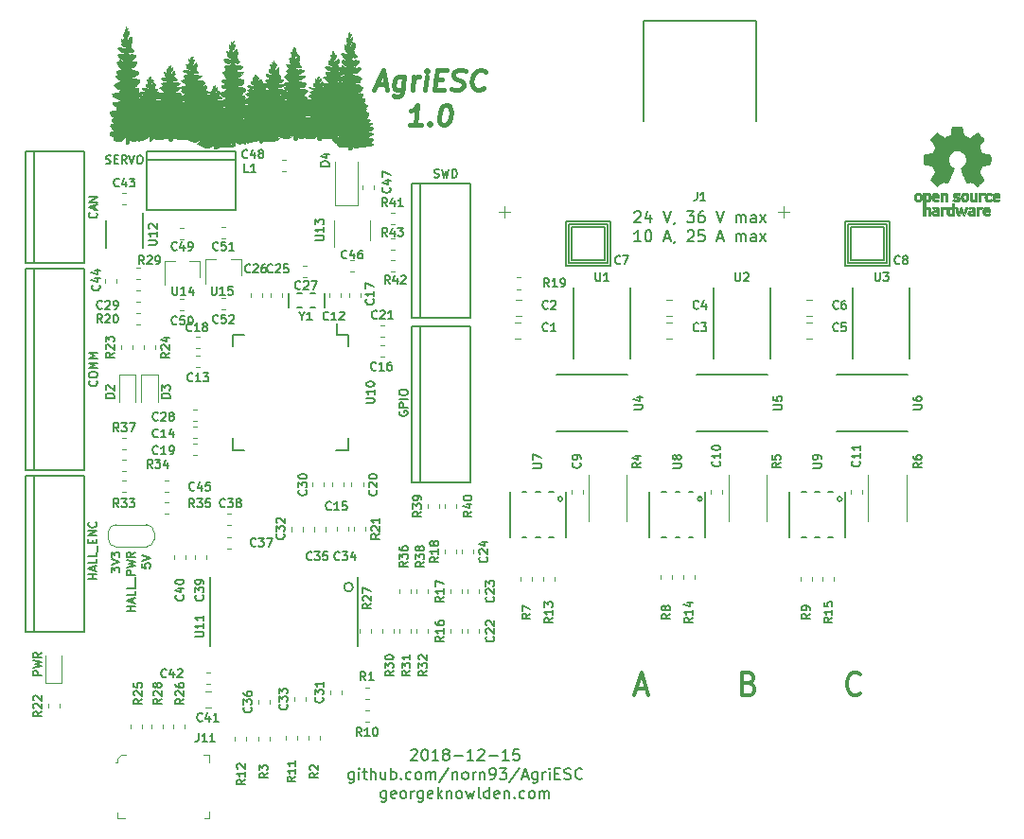
<source format=gbr>
G04 #@! TF.GenerationSoftware,KiCad,Pcbnew,5.0.2-bee76a0~70~ubuntu16.04.1*
G04 #@! TF.CreationDate,2018-12-16T23:22:01+08:00*
G04 #@! TF.ProjectId,AgriESC,41677269-4553-4432-9e6b-696361645f70,rev?*
G04 #@! TF.SameCoordinates,Original*
G04 #@! TF.FileFunction,Legend,Top*
G04 #@! TF.FilePolarity,Positive*
%FSLAX46Y46*%
G04 Gerber Fmt 4.6, Leading zero omitted, Abs format (unit mm)*
G04 Created by KiCad (PCBNEW 5.0.2-bee76a0~70~ubuntu16.04.1) date Sun 16 Dec 2018 23:22:01 AWST*
%MOMM*%
%LPD*%
G01*
G04 APERTURE LIST*
%ADD10C,0.200000*%
%ADD11C,0.420000*%
%ADD12C,0.150000*%
%ADD13C,0.120000*%
%ADD14C,0.100000*%
%ADD15C,0.010000*%
%ADD16C,0.300000*%
G04 APERTURE END LIST*
D10*
X166142857Y-82197619D02*
X166190476Y-82150000D01*
X166285714Y-82102380D01*
X166523809Y-82102380D01*
X166619047Y-82150000D01*
X166666666Y-82197619D01*
X166714285Y-82292857D01*
X166714285Y-82388095D01*
X166666666Y-82530952D01*
X166095238Y-83102380D01*
X166714285Y-83102380D01*
X167571428Y-82435714D02*
X167571428Y-83102380D01*
X167333333Y-82054761D02*
X167095238Y-82769047D01*
X167714285Y-82769047D01*
X168714285Y-82102380D02*
X169047619Y-83102380D01*
X169380952Y-82102380D01*
X169761904Y-83054761D02*
X169761904Y-83102380D01*
X169714285Y-83197619D01*
X169666666Y-83245238D01*
X170857142Y-82102380D02*
X171476190Y-82102380D01*
X171142857Y-82483333D01*
X171285714Y-82483333D01*
X171380952Y-82530952D01*
X171428571Y-82578571D01*
X171476190Y-82673809D01*
X171476190Y-82911904D01*
X171428571Y-83007142D01*
X171380952Y-83054761D01*
X171285714Y-83102380D01*
X171000000Y-83102380D01*
X170904761Y-83054761D01*
X170857142Y-83007142D01*
X172333333Y-82102380D02*
X172142857Y-82102380D01*
X172047619Y-82150000D01*
X172000000Y-82197619D01*
X171904761Y-82340476D01*
X171857142Y-82530952D01*
X171857142Y-82911904D01*
X171904761Y-83007142D01*
X171952380Y-83054761D01*
X172047619Y-83102380D01*
X172238095Y-83102380D01*
X172333333Y-83054761D01*
X172380952Y-83007142D01*
X172428571Y-82911904D01*
X172428571Y-82673809D01*
X172380952Y-82578571D01*
X172333333Y-82530952D01*
X172238095Y-82483333D01*
X172047619Y-82483333D01*
X171952380Y-82530952D01*
X171904761Y-82578571D01*
X171857142Y-82673809D01*
X173476190Y-82102380D02*
X173809523Y-83102380D01*
X174142857Y-82102380D01*
X175238095Y-83102380D02*
X175238095Y-82435714D01*
X175238095Y-82530952D02*
X175285714Y-82483333D01*
X175380952Y-82435714D01*
X175523809Y-82435714D01*
X175619047Y-82483333D01*
X175666666Y-82578571D01*
X175666666Y-83102380D01*
X175666666Y-82578571D02*
X175714285Y-82483333D01*
X175809523Y-82435714D01*
X175952380Y-82435714D01*
X176047619Y-82483333D01*
X176095238Y-82578571D01*
X176095238Y-83102380D01*
X177000000Y-83102380D02*
X177000000Y-82578571D01*
X176952380Y-82483333D01*
X176857142Y-82435714D01*
X176666666Y-82435714D01*
X176571428Y-82483333D01*
X177000000Y-83054761D02*
X176904761Y-83102380D01*
X176666666Y-83102380D01*
X176571428Y-83054761D01*
X176523809Y-82959523D01*
X176523809Y-82864285D01*
X176571428Y-82769047D01*
X176666666Y-82721428D01*
X176904761Y-82721428D01*
X177000000Y-82673809D01*
X177380952Y-83102380D02*
X177904761Y-82435714D01*
X177380952Y-82435714D02*
X177904761Y-83102380D01*
X166714285Y-84802380D02*
X166142857Y-84802380D01*
X166428571Y-84802380D02*
X166428571Y-83802380D01*
X166333333Y-83945238D01*
X166238095Y-84040476D01*
X166142857Y-84088095D01*
X167333333Y-83802380D02*
X167428571Y-83802380D01*
X167523809Y-83850000D01*
X167571428Y-83897619D01*
X167619047Y-83992857D01*
X167666666Y-84183333D01*
X167666666Y-84421428D01*
X167619047Y-84611904D01*
X167571428Y-84707142D01*
X167523809Y-84754761D01*
X167428571Y-84802380D01*
X167333333Y-84802380D01*
X167238095Y-84754761D01*
X167190476Y-84707142D01*
X167142857Y-84611904D01*
X167095238Y-84421428D01*
X167095238Y-84183333D01*
X167142857Y-83992857D01*
X167190476Y-83897619D01*
X167238095Y-83850000D01*
X167333333Y-83802380D01*
X168809523Y-84516666D02*
X169285714Y-84516666D01*
X168714285Y-84802380D02*
X169047619Y-83802380D01*
X169380952Y-84802380D01*
X169761904Y-84754761D02*
X169761904Y-84802380D01*
X169714285Y-84897619D01*
X169666666Y-84945238D01*
X170904761Y-83897619D02*
X170952380Y-83850000D01*
X171047619Y-83802380D01*
X171285714Y-83802380D01*
X171380952Y-83850000D01*
X171428571Y-83897619D01*
X171476190Y-83992857D01*
X171476190Y-84088095D01*
X171428571Y-84230952D01*
X170857142Y-84802380D01*
X171476190Y-84802380D01*
X172380952Y-83802380D02*
X171904761Y-83802380D01*
X171857142Y-84278571D01*
X171904761Y-84230952D01*
X172000000Y-84183333D01*
X172238095Y-84183333D01*
X172333333Y-84230952D01*
X172380952Y-84278571D01*
X172428571Y-84373809D01*
X172428571Y-84611904D01*
X172380952Y-84707142D01*
X172333333Y-84754761D01*
X172238095Y-84802380D01*
X172000000Y-84802380D01*
X171904761Y-84754761D01*
X171857142Y-84707142D01*
X173571428Y-84516666D02*
X174047619Y-84516666D01*
X173476190Y-84802380D02*
X173809523Y-83802380D01*
X174142857Y-84802380D01*
X175238095Y-84802380D02*
X175238095Y-84135714D01*
X175238095Y-84230952D02*
X175285714Y-84183333D01*
X175380952Y-84135714D01*
X175523809Y-84135714D01*
X175619047Y-84183333D01*
X175666666Y-84278571D01*
X175666666Y-84802380D01*
X175666666Y-84278571D02*
X175714285Y-84183333D01*
X175809523Y-84135714D01*
X175952380Y-84135714D01*
X176047619Y-84183333D01*
X176095238Y-84278571D01*
X176095238Y-84802380D01*
X177000000Y-84802380D02*
X177000000Y-84278571D01*
X176952380Y-84183333D01*
X176857142Y-84135714D01*
X176666666Y-84135714D01*
X176571428Y-84183333D01*
X177000000Y-84754761D02*
X176904761Y-84802380D01*
X176666666Y-84802380D01*
X176571428Y-84754761D01*
X176523809Y-84659523D01*
X176523809Y-84564285D01*
X176571428Y-84469047D01*
X176666666Y-84421428D01*
X176904761Y-84421428D01*
X177000000Y-84373809D01*
X177380952Y-84802380D02*
X177904761Y-84135714D01*
X177380952Y-84135714D02*
X177904761Y-84802380D01*
D11*
X143072125Y-70740000D02*
X143929267Y-70740000D01*
X142836410Y-71254285D02*
X143661410Y-69454285D01*
X144036410Y-71254285D01*
X145557839Y-70054285D02*
X145375696Y-71511428D01*
X145268553Y-71682857D01*
X145172125Y-71768571D01*
X144989982Y-71854285D01*
X144732839Y-71854285D01*
X144572125Y-71768571D01*
X145418553Y-71168571D02*
X145236410Y-71254285D01*
X144893553Y-71254285D01*
X144732839Y-71168571D01*
X144657839Y-71082857D01*
X144593553Y-70911428D01*
X144657839Y-70397142D01*
X144764982Y-70225714D01*
X144861410Y-70140000D01*
X145043553Y-70054285D01*
X145386410Y-70054285D01*
X145547125Y-70140000D01*
X146264982Y-71254285D02*
X146414982Y-70054285D01*
X146372125Y-70397142D02*
X146479267Y-70225714D01*
X146575696Y-70140000D01*
X146757839Y-70054285D01*
X146929267Y-70054285D01*
X147379267Y-71254285D02*
X147529267Y-70054285D01*
X147604267Y-69454285D02*
X147507839Y-69540000D01*
X147582839Y-69625714D01*
X147679267Y-69540000D01*
X147604267Y-69454285D01*
X147582839Y-69625714D01*
X148354267Y-70311428D02*
X148954267Y-70311428D01*
X149093553Y-71254285D02*
X148236410Y-71254285D01*
X148461410Y-69454285D01*
X149318553Y-69454285D01*
X149789982Y-71168571D02*
X150036410Y-71254285D01*
X150464982Y-71254285D01*
X150647125Y-71168571D01*
X150743553Y-71082857D01*
X150850696Y-70911428D01*
X150872125Y-70740000D01*
X150807839Y-70568571D01*
X150732839Y-70482857D01*
X150572125Y-70397142D01*
X150239982Y-70311428D01*
X150079267Y-70225714D01*
X150004267Y-70140000D01*
X149939982Y-69968571D01*
X149961410Y-69797142D01*
X150068553Y-69625714D01*
X150164982Y-69540000D01*
X150347125Y-69454285D01*
X150775696Y-69454285D01*
X151022125Y-69540000D01*
X152629267Y-71082857D02*
X152532839Y-71168571D01*
X152264982Y-71254285D01*
X152093553Y-71254285D01*
X151847125Y-71168571D01*
X151697125Y-70997142D01*
X151632839Y-70825714D01*
X151589982Y-70482857D01*
X151622125Y-70225714D01*
X151750696Y-69882857D01*
X151857839Y-69711428D01*
X152050696Y-69540000D01*
X152318553Y-69454285D01*
X152489982Y-69454285D01*
X152736410Y-69540000D01*
X152811410Y-69625714D01*
X147036410Y-74374285D02*
X146007839Y-74374285D01*
X146522125Y-74374285D02*
X146747125Y-72574285D01*
X146543553Y-72831428D01*
X146350696Y-73002857D01*
X146168553Y-73088571D01*
X147829267Y-74202857D02*
X147904267Y-74288571D01*
X147807839Y-74374285D01*
X147732839Y-74288571D01*
X147829267Y-74202857D01*
X147807839Y-74374285D01*
X149232839Y-72574285D02*
X149404267Y-72574285D01*
X149564982Y-72660000D01*
X149639982Y-72745714D01*
X149704267Y-72917142D01*
X149747125Y-73260000D01*
X149693553Y-73688571D01*
X149564982Y-74031428D01*
X149457839Y-74202857D01*
X149361410Y-74288571D01*
X149179267Y-74374285D01*
X149007839Y-74374285D01*
X148847125Y-74288571D01*
X148772125Y-74202857D01*
X148707839Y-74031428D01*
X148664982Y-73688571D01*
X148718553Y-73260000D01*
X148847125Y-72917142D01*
X148954267Y-72745714D01*
X149050696Y-72660000D01*
X149232839Y-72574285D01*
D10*
X146142857Y-130347619D02*
X146190476Y-130300000D01*
X146285714Y-130252380D01*
X146523809Y-130252380D01*
X146619047Y-130300000D01*
X146666666Y-130347619D01*
X146714285Y-130442857D01*
X146714285Y-130538095D01*
X146666666Y-130680952D01*
X146095238Y-131252380D01*
X146714285Y-131252380D01*
X147333333Y-130252380D02*
X147428571Y-130252380D01*
X147523809Y-130300000D01*
X147571428Y-130347619D01*
X147619047Y-130442857D01*
X147666666Y-130633333D01*
X147666666Y-130871428D01*
X147619047Y-131061904D01*
X147571428Y-131157142D01*
X147523809Y-131204761D01*
X147428571Y-131252380D01*
X147333333Y-131252380D01*
X147238095Y-131204761D01*
X147190476Y-131157142D01*
X147142857Y-131061904D01*
X147095238Y-130871428D01*
X147095238Y-130633333D01*
X147142857Y-130442857D01*
X147190476Y-130347619D01*
X147238095Y-130300000D01*
X147333333Y-130252380D01*
X148619047Y-131252380D02*
X148047619Y-131252380D01*
X148333333Y-131252380D02*
X148333333Y-130252380D01*
X148238095Y-130395238D01*
X148142857Y-130490476D01*
X148047619Y-130538095D01*
X149190476Y-130680952D02*
X149095238Y-130633333D01*
X149047619Y-130585714D01*
X149000000Y-130490476D01*
X149000000Y-130442857D01*
X149047619Y-130347619D01*
X149095238Y-130300000D01*
X149190476Y-130252380D01*
X149380952Y-130252380D01*
X149476190Y-130300000D01*
X149523809Y-130347619D01*
X149571428Y-130442857D01*
X149571428Y-130490476D01*
X149523809Y-130585714D01*
X149476190Y-130633333D01*
X149380952Y-130680952D01*
X149190476Y-130680952D01*
X149095238Y-130728571D01*
X149047619Y-130776190D01*
X149000000Y-130871428D01*
X149000000Y-131061904D01*
X149047619Y-131157142D01*
X149095238Y-131204761D01*
X149190476Y-131252380D01*
X149380952Y-131252380D01*
X149476190Y-131204761D01*
X149523809Y-131157142D01*
X149571428Y-131061904D01*
X149571428Y-130871428D01*
X149523809Y-130776190D01*
X149476190Y-130728571D01*
X149380952Y-130680952D01*
X150000000Y-130871428D02*
X150761904Y-130871428D01*
X151761904Y-131252380D02*
X151190476Y-131252380D01*
X151476190Y-131252380D02*
X151476190Y-130252380D01*
X151380952Y-130395238D01*
X151285714Y-130490476D01*
X151190476Y-130538095D01*
X152142857Y-130347619D02*
X152190476Y-130300000D01*
X152285714Y-130252380D01*
X152523809Y-130252380D01*
X152619047Y-130300000D01*
X152666666Y-130347619D01*
X152714285Y-130442857D01*
X152714285Y-130538095D01*
X152666666Y-130680952D01*
X152095238Y-131252380D01*
X152714285Y-131252380D01*
X153142857Y-130871428D02*
X153904761Y-130871428D01*
X154904761Y-131252380D02*
X154333333Y-131252380D01*
X154619047Y-131252380D02*
X154619047Y-130252380D01*
X154523809Y-130395238D01*
X154428571Y-130490476D01*
X154333333Y-130538095D01*
X155809523Y-130252380D02*
X155333333Y-130252380D01*
X155285714Y-130728571D01*
X155333333Y-130680952D01*
X155428571Y-130633333D01*
X155666666Y-130633333D01*
X155761904Y-130680952D01*
X155809523Y-130728571D01*
X155857142Y-130823809D01*
X155857142Y-131061904D01*
X155809523Y-131157142D01*
X155761904Y-131204761D01*
X155666666Y-131252380D01*
X155428571Y-131252380D01*
X155333333Y-131204761D01*
X155285714Y-131157142D01*
X141023809Y-132285714D02*
X141023809Y-133095238D01*
X140976190Y-133190476D01*
X140928571Y-133238095D01*
X140833333Y-133285714D01*
X140690476Y-133285714D01*
X140595238Y-133238095D01*
X141023809Y-132904761D02*
X140928571Y-132952380D01*
X140738095Y-132952380D01*
X140642857Y-132904761D01*
X140595238Y-132857142D01*
X140547619Y-132761904D01*
X140547619Y-132476190D01*
X140595238Y-132380952D01*
X140642857Y-132333333D01*
X140738095Y-132285714D01*
X140928571Y-132285714D01*
X141023809Y-132333333D01*
X141500000Y-132952380D02*
X141500000Y-132285714D01*
X141500000Y-131952380D02*
X141452380Y-132000000D01*
X141500000Y-132047619D01*
X141547619Y-132000000D01*
X141500000Y-131952380D01*
X141500000Y-132047619D01*
X141833333Y-132285714D02*
X142214285Y-132285714D01*
X141976190Y-131952380D02*
X141976190Y-132809523D01*
X142023809Y-132904761D01*
X142119047Y-132952380D01*
X142214285Y-132952380D01*
X142547619Y-132952380D02*
X142547619Y-131952380D01*
X142976190Y-132952380D02*
X142976190Y-132428571D01*
X142928571Y-132333333D01*
X142833333Y-132285714D01*
X142690476Y-132285714D01*
X142595238Y-132333333D01*
X142547619Y-132380952D01*
X143880952Y-132285714D02*
X143880952Y-132952380D01*
X143452380Y-132285714D02*
X143452380Y-132809523D01*
X143500000Y-132904761D01*
X143595238Y-132952380D01*
X143738095Y-132952380D01*
X143833333Y-132904761D01*
X143880952Y-132857142D01*
X144357142Y-132952380D02*
X144357142Y-131952380D01*
X144357142Y-132333333D02*
X144452380Y-132285714D01*
X144642857Y-132285714D01*
X144738095Y-132333333D01*
X144785714Y-132380952D01*
X144833333Y-132476190D01*
X144833333Y-132761904D01*
X144785714Y-132857142D01*
X144738095Y-132904761D01*
X144642857Y-132952380D01*
X144452380Y-132952380D01*
X144357142Y-132904761D01*
X145261904Y-132857142D02*
X145309523Y-132904761D01*
X145261904Y-132952380D01*
X145214285Y-132904761D01*
X145261904Y-132857142D01*
X145261904Y-132952380D01*
X146166666Y-132904761D02*
X146071428Y-132952380D01*
X145880952Y-132952380D01*
X145785714Y-132904761D01*
X145738095Y-132857142D01*
X145690476Y-132761904D01*
X145690476Y-132476190D01*
X145738095Y-132380952D01*
X145785714Y-132333333D01*
X145880952Y-132285714D01*
X146071428Y-132285714D01*
X146166666Y-132333333D01*
X146738095Y-132952380D02*
X146642857Y-132904761D01*
X146595238Y-132857142D01*
X146547619Y-132761904D01*
X146547619Y-132476190D01*
X146595238Y-132380952D01*
X146642857Y-132333333D01*
X146738095Y-132285714D01*
X146880952Y-132285714D01*
X146976190Y-132333333D01*
X147023809Y-132380952D01*
X147071428Y-132476190D01*
X147071428Y-132761904D01*
X147023809Y-132857142D01*
X146976190Y-132904761D01*
X146880952Y-132952380D01*
X146738095Y-132952380D01*
X147500000Y-132952380D02*
X147500000Y-132285714D01*
X147500000Y-132380952D02*
X147547619Y-132333333D01*
X147642857Y-132285714D01*
X147785714Y-132285714D01*
X147880952Y-132333333D01*
X147928571Y-132428571D01*
X147928571Y-132952380D01*
X147928571Y-132428571D02*
X147976190Y-132333333D01*
X148071428Y-132285714D01*
X148214285Y-132285714D01*
X148309523Y-132333333D01*
X148357142Y-132428571D01*
X148357142Y-132952380D01*
X149547619Y-131904761D02*
X148690476Y-133190476D01*
X149880952Y-132285714D02*
X149880952Y-132952380D01*
X149880952Y-132380952D02*
X149928571Y-132333333D01*
X150023809Y-132285714D01*
X150166666Y-132285714D01*
X150261904Y-132333333D01*
X150309523Y-132428571D01*
X150309523Y-132952380D01*
X150928571Y-132952380D02*
X150833333Y-132904761D01*
X150785714Y-132857142D01*
X150738095Y-132761904D01*
X150738095Y-132476190D01*
X150785714Y-132380952D01*
X150833333Y-132333333D01*
X150928571Y-132285714D01*
X151071428Y-132285714D01*
X151166666Y-132333333D01*
X151214285Y-132380952D01*
X151261904Y-132476190D01*
X151261904Y-132761904D01*
X151214285Y-132857142D01*
X151166666Y-132904761D01*
X151071428Y-132952380D01*
X150928571Y-132952380D01*
X151690476Y-132952380D02*
X151690476Y-132285714D01*
X151690476Y-132476190D02*
X151738095Y-132380952D01*
X151785714Y-132333333D01*
X151880952Y-132285714D01*
X151976190Y-132285714D01*
X152309523Y-132285714D02*
X152309523Y-132952380D01*
X152309523Y-132380952D02*
X152357142Y-132333333D01*
X152452380Y-132285714D01*
X152595238Y-132285714D01*
X152690476Y-132333333D01*
X152738095Y-132428571D01*
X152738095Y-132952380D01*
X153261904Y-132952380D02*
X153452380Y-132952380D01*
X153547619Y-132904761D01*
X153595238Y-132857142D01*
X153690476Y-132714285D01*
X153738095Y-132523809D01*
X153738095Y-132142857D01*
X153690476Y-132047619D01*
X153642857Y-132000000D01*
X153547619Y-131952380D01*
X153357142Y-131952380D01*
X153261904Y-132000000D01*
X153214285Y-132047619D01*
X153166666Y-132142857D01*
X153166666Y-132380952D01*
X153214285Y-132476190D01*
X153261904Y-132523809D01*
X153357142Y-132571428D01*
X153547619Y-132571428D01*
X153642857Y-132523809D01*
X153690476Y-132476190D01*
X153738095Y-132380952D01*
X154071428Y-131952380D02*
X154690476Y-131952380D01*
X154357142Y-132333333D01*
X154500000Y-132333333D01*
X154595238Y-132380952D01*
X154642857Y-132428571D01*
X154690476Y-132523809D01*
X154690476Y-132761904D01*
X154642857Y-132857142D01*
X154595238Y-132904761D01*
X154500000Y-132952380D01*
X154214285Y-132952380D01*
X154119047Y-132904761D01*
X154071428Y-132857142D01*
X155833333Y-131904761D02*
X154976190Y-133190476D01*
X156119047Y-132666666D02*
X156595238Y-132666666D01*
X156023809Y-132952380D02*
X156357142Y-131952380D01*
X156690476Y-132952380D01*
X157452380Y-132285714D02*
X157452380Y-133095238D01*
X157404761Y-133190476D01*
X157357142Y-133238095D01*
X157261904Y-133285714D01*
X157119047Y-133285714D01*
X157023809Y-133238095D01*
X157452380Y-132904761D02*
X157357142Y-132952380D01*
X157166666Y-132952380D01*
X157071428Y-132904761D01*
X157023809Y-132857142D01*
X156976190Y-132761904D01*
X156976190Y-132476190D01*
X157023809Y-132380952D01*
X157071428Y-132333333D01*
X157166666Y-132285714D01*
X157357142Y-132285714D01*
X157452380Y-132333333D01*
X157928571Y-132952380D02*
X157928571Y-132285714D01*
X157928571Y-132476190D02*
X157976190Y-132380952D01*
X158023809Y-132333333D01*
X158119047Y-132285714D01*
X158214285Y-132285714D01*
X158547619Y-132952380D02*
X158547619Y-132285714D01*
X158547619Y-131952380D02*
X158500000Y-132000000D01*
X158547619Y-132047619D01*
X158595238Y-132000000D01*
X158547619Y-131952380D01*
X158547619Y-132047619D01*
X159023809Y-132428571D02*
X159357142Y-132428571D01*
X159500000Y-132952380D02*
X159023809Y-132952380D01*
X159023809Y-131952380D01*
X159500000Y-131952380D01*
X159880952Y-132904761D02*
X160023809Y-132952380D01*
X160261904Y-132952380D01*
X160357142Y-132904761D01*
X160404761Y-132857142D01*
X160452380Y-132761904D01*
X160452380Y-132666666D01*
X160404761Y-132571428D01*
X160357142Y-132523809D01*
X160261904Y-132476190D01*
X160071428Y-132428571D01*
X159976190Y-132380952D01*
X159928571Y-132333333D01*
X159880952Y-132238095D01*
X159880952Y-132142857D01*
X159928571Y-132047619D01*
X159976190Y-132000000D01*
X160071428Y-131952380D01*
X160309523Y-131952380D01*
X160452380Y-132000000D01*
X161452380Y-132857142D02*
X161404761Y-132904761D01*
X161261904Y-132952380D01*
X161166666Y-132952380D01*
X161023809Y-132904761D01*
X160928571Y-132809523D01*
X160880952Y-132714285D01*
X160833333Y-132523809D01*
X160833333Y-132380952D01*
X160880952Y-132190476D01*
X160928571Y-132095238D01*
X161023809Y-132000000D01*
X161166666Y-131952380D01*
X161261904Y-131952380D01*
X161404761Y-132000000D01*
X161452380Y-132047619D01*
X143928571Y-133985714D02*
X143928571Y-134795238D01*
X143880952Y-134890476D01*
X143833333Y-134938095D01*
X143738095Y-134985714D01*
X143595238Y-134985714D01*
X143500000Y-134938095D01*
X143928571Y-134604761D02*
X143833333Y-134652380D01*
X143642857Y-134652380D01*
X143547619Y-134604761D01*
X143500000Y-134557142D01*
X143452380Y-134461904D01*
X143452380Y-134176190D01*
X143500000Y-134080952D01*
X143547619Y-134033333D01*
X143642857Y-133985714D01*
X143833333Y-133985714D01*
X143928571Y-134033333D01*
X144785714Y-134604761D02*
X144690476Y-134652380D01*
X144500000Y-134652380D01*
X144404761Y-134604761D01*
X144357142Y-134509523D01*
X144357142Y-134128571D01*
X144404761Y-134033333D01*
X144500000Y-133985714D01*
X144690476Y-133985714D01*
X144785714Y-134033333D01*
X144833333Y-134128571D01*
X144833333Y-134223809D01*
X144357142Y-134319047D01*
X145404761Y-134652380D02*
X145309523Y-134604761D01*
X145261904Y-134557142D01*
X145214285Y-134461904D01*
X145214285Y-134176190D01*
X145261904Y-134080952D01*
X145309523Y-134033333D01*
X145404761Y-133985714D01*
X145547619Y-133985714D01*
X145642857Y-134033333D01*
X145690476Y-134080952D01*
X145738095Y-134176190D01*
X145738095Y-134461904D01*
X145690476Y-134557142D01*
X145642857Y-134604761D01*
X145547619Y-134652380D01*
X145404761Y-134652380D01*
X146166666Y-134652380D02*
X146166666Y-133985714D01*
X146166666Y-134176190D02*
X146214285Y-134080952D01*
X146261904Y-134033333D01*
X146357142Y-133985714D01*
X146452380Y-133985714D01*
X147214285Y-133985714D02*
X147214285Y-134795238D01*
X147166666Y-134890476D01*
X147119047Y-134938095D01*
X147023809Y-134985714D01*
X146880952Y-134985714D01*
X146785714Y-134938095D01*
X147214285Y-134604761D02*
X147119047Y-134652380D01*
X146928571Y-134652380D01*
X146833333Y-134604761D01*
X146785714Y-134557142D01*
X146738095Y-134461904D01*
X146738095Y-134176190D01*
X146785714Y-134080952D01*
X146833333Y-134033333D01*
X146928571Y-133985714D01*
X147119047Y-133985714D01*
X147214285Y-134033333D01*
X148071428Y-134604761D02*
X147976190Y-134652380D01*
X147785714Y-134652380D01*
X147690476Y-134604761D01*
X147642857Y-134509523D01*
X147642857Y-134128571D01*
X147690476Y-134033333D01*
X147785714Y-133985714D01*
X147976190Y-133985714D01*
X148071428Y-134033333D01*
X148119047Y-134128571D01*
X148119047Y-134223809D01*
X147642857Y-134319047D01*
X148547619Y-134652380D02*
X148547619Y-133652380D01*
X148642857Y-134271428D02*
X148928571Y-134652380D01*
X148928571Y-133985714D02*
X148547619Y-134366666D01*
X149357142Y-133985714D02*
X149357142Y-134652380D01*
X149357142Y-134080952D02*
X149404761Y-134033333D01*
X149500000Y-133985714D01*
X149642857Y-133985714D01*
X149738095Y-134033333D01*
X149785714Y-134128571D01*
X149785714Y-134652380D01*
X150404761Y-134652380D02*
X150309523Y-134604761D01*
X150261904Y-134557142D01*
X150214285Y-134461904D01*
X150214285Y-134176190D01*
X150261904Y-134080952D01*
X150309523Y-134033333D01*
X150404761Y-133985714D01*
X150547619Y-133985714D01*
X150642857Y-134033333D01*
X150690476Y-134080952D01*
X150738095Y-134176190D01*
X150738095Y-134461904D01*
X150690476Y-134557142D01*
X150642857Y-134604761D01*
X150547619Y-134652380D01*
X150404761Y-134652380D01*
X151071428Y-133985714D02*
X151261904Y-134652380D01*
X151452380Y-134176190D01*
X151642857Y-134652380D01*
X151833333Y-133985714D01*
X152357142Y-134652380D02*
X152261904Y-134604761D01*
X152214285Y-134509523D01*
X152214285Y-133652380D01*
X153166666Y-134652380D02*
X153166666Y-133652380D01*
X153166666Y-134604761D02*
X153071428Y-134652380D01*
X152880952Y-134652380D01*
X152785714Y-134604761D01*
X152738095Y-134557142D01*
X152690476Y-134461904D01*
X152690476Y-134176190D01*
X152738095Y-134080952D01*
X152785714Y-134033333D01*
X152880952Y-133985714D01*
X153071428Y-133985714D01*
X153166666Y-134033333D01*
X154023809Y-134604761D02*
X153928571Y-134652380D01*
X153738095Y-134652380D01*
X153642857Y-134604761D01*
X153595238Y-134509523D01*
X153595238Y-134128571D01*
X153642857Y-134033333D01*
X153738095Y-133985714D01*
X153928571Y-133985714D01*
X154023809Y-134033333D01*
X154071428Y-134128571D01*
X154071428Y-134223809D01*
X153595238Y-134319047D01*
X154500000Y-133985714D02*
X154500000Y-134652380D01*
X154500000Y-134080952D02*
X154547619Y-134033333D01*
X154642857Y-133985714D01*
X154785714Y-133985714D01*
X154880952Y-134033333D01*
X154928571Y-134128571D01*
X154928571Y-134652380D01*
X155404761Y-134557142D02*
X155452380Y-134604761D01*
X155404761Y-134652380D01*
X155357142Y-134604761D01*
X155404761Y-134557142D01*
X155404761Y-134652380D01*
X156309523Y-134604761D02*
X156214285Y-134652380D01*
X156023809Y-134652380D01*
X155928571Y-134604761D01*
X155880952Y-134557142D01*
X155833333Y-134461904D01*
X155833333Y-134176190D01*
X155880952Y-134080952D01*
X155928571Y-134033333D01*
X156023809Y-133985714D01*
X156214285Y-133985714D01*
X156309523Y-134033333D01*
X156880952Y-134652380D02*
X156785714Y-134604761D01*
X156738095Y-134557142D01*
X156690476Y-134461904D01*
X156690476Y-134176190D01*
X156738095Y-134080952D01*
X156785714Y-134033333D01*
X156880952Y-133985714D01*
X157023809Y-133985714D01*
X157119047Y-134033333D01*
X157166666Y-134080952D01*
X157214285Y-134176190D01*
X157214285Y-134461904D01*
X157166666Y-134557142D01*
X157119047Y-134604761D01*
X157023809Y-134652380D01*
X156880952Y-134652380D01*
X157642857Y-134652380D02*
X157642857Y-133985714D01*
X157642857Y-134080952D02*
X157690476Y-134033333D01*
X157785714Y-133985714D01*
X157928571Y-133985714D01*
X158023809Y-134033333D01*
X158071428Y-134128571D01*
X158071428Y-134652380D01*
X158071428Y-134128571D02*
X158119047Y-134033333D01*
X158214285Y-133985714D01*
X158357142Y-133985714D01*
X158452380Y-134033333D01*
X158500000Y-134128571D01*
X158500000Y-134652380D01*
D12*
G04 #@! TO.C,C7*
X163750000Y-83500000D02*
X163750000Y-83250000D01*
X163750000Y-86750000D02*
X163750000Y-83500000D01*
X163500000Y-86750000D02*
X163750000Y-86750000D01*
X160250000Y-86750000D02*
X163500000Y-86750000D01*
X160250000Y-83250000D02*
X160250000Y-86750000D01*
X163750000Y-83250000D02*
X160250000Y-83250000D01*
X163500000Y-86500000D02*
X160500000Y-86500000D01*
X163500000Y-83500000D02*
X163500000Y-86500000D01*
X160500000Y-83500000D02*
X163500000Y-83500000D01*
X160500000Y-86500000D02*
X160500000Y-83500000D01*
X164000000Y-83000000D02*
X160000000Y-83000000D01*
X164000000Y-87000000D02*
X164000000Y-83000000D01*
X160000000Y-87000000D02*
X164000000Y-87000000D01*
X160000000Y-83000000D02*
X160000000Y-87000000D01*
D13*
X154520354Y-81625000D02*
X154520354Y-82625000D01*
X154020354Y-82125000D02*
X155020354Y-82125000D01*
D12*
G04 #@! TO.C,C8*
X188750000Y-83500000D02*
X188750000Y-83250000D01*
X188750000Y-86750000D02*
X188750000Y-83500000D01*
X188500000Y-86750000D02*
X188750000Y-86750000D01*
X185250000Y-86750000D02*
X188500000Y-86750000D01*
X185250000Y-83250000D02*
X185250000Y-86750000D01*
X188750000Y-83250000D02*
X185250000Y-83250000D01*
X188500000Y-86500000D02*
X185500000Y-86500000D01*
X188500000Y-83500000D02*
X188500000Y-86500000D01*
X185500000Y-83500000D02*
X188500000Y-83500000D01*
X185500000Y-86500000D02*
X185500000Y-83500000D01*
X189000000Y-83000000D02*
X185000000Y-83000000D01*
X189000000Y-87000000D02*
X189000000Y-83000000D01*
X185000000Y-87000000D02*
X189000000Y-87000000D01*
X185000000Y-83000000D02*
X185000000Y-87000000D01*
D13*
X179520354Y-81625000D02*
X179520354Y-82625000D01*
X179020354Y-82125000D02*
X180020354Y-82125000D01*
G04 #@! TO.C,R25*
X122083000Y-128068733D02*
X122083000Y-128411267D01*
X121063000Y-128068733D02*
X121063000Y-128411267D01*
G04 #@! TO.C,R26*
X124873000Y-128068733D02*
X124873000Y-128411267D01*
X125893000Y-128068733D02*
X125893000Y-128411267D01*
G04 #@! TO.C,R28*
X123988000Y-128068733D02*
X123988000Y-128411267D01*
X122968000Y-128068733D02*
X122968000Y-128411267D01*
D12*
G04 #@! TO.C,SWD*
X151438000Y-91644000D02*
X151438000Y-83644000D01*
X146938000Y-91644000D02*
X146938000Y-83644000D01*
X146188000Y-83644000D02*
X146188000Y-91644000D01*
X151438000Y-79644000D02*
X146188000Y-79644000D01*
X151438000Y-91644000D02*
X146188000Y-91644000D01*
X151438000Y-83644000D02*
X151438000Y-79644000D01*
X146938000Y-83644000D02*
X146938000Y-79644000D01*
X146188000Y-83644000D02*
X146188000Y-79644000D01*
G04 #@! TO.C,COMM*
X116894000Y-105250000D02*
X111644000Y-105250000D01*
X116894000Y-87250000D02*
X111644000Y-87250000D01*
X111644000Y-87250000D02*
X111644000Y-105250000D01*
X112394000Y-105250000D02*
X112394000Y-97250000D01*
X116894000Y-105250000D02*
X116894000Y-97250000D01*
X116894000Y-97250000D02*
X116894000Y-87250000D01*
X112394000Y-97250000D02*
X112394000Y-87250000D01*
D13*
G04 #@! TO.C,C27*
X136453733Y-88010000D02*
X136796267Y-88010000D01*
X136453733Y-86990000D02*
X136796267Y-86990000D01*
D12*
G04 #@! TO.C,HALL_ENC*
X112400000Y-111750000D02*
X112400000Y-105750000D01*
X116900000Y-111750000D02*
X116900000Y-105750000D01*
X116900000Y-119750000D02*
X116900000Y-111750000D01*
X112400000Y-119750000D02*
X112400000Y-111750000D01*
X111650000Y-105750000D02*
X111650000Y-119750000D01*
X116900000Y-105750000D02*
X111650000Y-105750000D01*
X116900000Y-119750000D02*
X111650000Y-119750000D01*
G04 #@! TO.C,CAN*
X116894000Y-86750000D02*
X111644000Y-86750000D01*
X116894000Y-76750000D02*
X111644000Y-76750000D01*
X111644000Y-76750000D02*
X111644000Y-86750000D01*
X112394000Y-86750000D02*
X112394000Y-76750000D01*
X116894000Y-86750000D02*
X116894000Y-76750000D01*
G04 #@! TO.C,U1*
X160710000Y-88948000D02*
X160710000Y-95298000D01*
X165790000Y-88948000D02*
X165790000Y-95298000D01*
G04 #@! TO.C,GPIO*
X151438000Y-106376000D02*
X146188000Y-106376000D01*
X151438000Y-92376000D02*
X146188000Y-92376000D01*
X146188000Y-92376000D02*
X146188000Y-106376000D01*
X146938000Y-106376000D02*
X146938000Y-98376000D01*
X151438000Y-106376000D02*
X151438000Y-98376000D01*
X151438000Y-98376000D02*
X151438000Y-92376000D01*
X146938000Y-98376000D02*
X146938000Y-92376000D01*
D13*
G04 #@! TO.C,U15*
X130956000Y-86408000D02*
X130026000Y-86408000D01*
X127796000Y-86408000D02*
X128726000Y-86408000D01*
X127796000Y-86408000D02*
X127796000Y-88568000D01*
X130956000Y-86408000D02*
X130956000Y-87868000D01*
D12*
G04 #@! TO.C,U10*
X140523000Y-93141000D02*
X139523000Y-93141000D01*
X140523000Y-103491000D02*
X139448000Y-103491000D01*
X130173000Y-103491000D02*
X131248000Y-103491000D01*
X130173000Y-93141000D02*
X131248000Y-93141000D01*
X140523000Y-93141000D02*
X140523000Y-94216000D01*
X130173000Y-93141000D02*
X130173000Y-94216000D01*
X130173000Y-103491000D02*
X130173000Y-102416000D01*
X140523000Y-103491000D02*
X140523000Y-102416000D01*
X139523000Y-93141000D02*
X139523000Y-92116000D01*
D14*
G04 #@! TO.C,J11*
X119900000Y-131400000D02*
X119750000Y-131400000D01*
X119900000Y-131100000D02*
X119900000Y-131400000D01*
X120200000Y-130750000D02*
X119900000Y-131100000D01*
X120650000Y-130750000D02*
X120200000Y-130750000D01*
X128100000Y-130750000D02*
X128100000Y-131450000D01*
X127600000Y-130750000D02*
X128100000Y-130750000D01*
X128100000Y-136450000D02*
X127700000Y-136450000D01*
X128100000Y-135850000D02*
X128100000Y-136450000D01*
X119900000Y-136450000D02*
X120550000Y-136450000D01*
X119900000Y-135900000D02*
X119900000Y-136450000D01*
D13*
G04 #@! TO.C,D2*
X121535000Y-99150000D02*
X121535000Y-96690000D01*
X121535000Y-96690000D02*
X120065000Y-96690000D01*
X120065000Y-96690000D02*
X120065000Y-99150000D01*
D12*
G04 #@! TO.C,Y1*
X136398000Y-89416000D02*
X135998000Y-89416000D01*
X137598000Y-89416000D02*
X137198000Y-89416000D01*
X137598000Y-90716000D02*
X137198000Y-90716000D01*
X136398000Y-90716000D02*
X135998000Y-90716000D01*
X135198000Y-90716000D02*
X135198000Y-89416000D01*
X138398000Y-90716000D02*
X138398000Y-89416000D01*
D13*
G04 #@! TO.C,C1*
X155986252Y-92040000D02*
X155463748Y-92040000D01*
X155986252Y-93460000D02*
X155463748Y-93460000D01*
G04 #@! TO.C,C2*
X156011252Y-91460000D02*
X155488748Y-91460000D01*
X156011252Y-90040000D02*
X155488748Y-90040000D01*
G04 #@! TO.C,C3*
X169536252Y-92040000D02*
X169013748Y-92040000D01*
X169536252Y-93460000D02*
X169013748Y-93460000D01*
G04 #@! TO.C,C4*
X169511252Y-91460000D02*
X168988748Y-91460000D01*
X169511252Y-90040000D02*
X168988748Y-90040000D01*
G04 #@! TO.C,C5*
X182036252Y-92040000D02*
X181513748Y-92040000D01*
X182036252Y-93460000D02*
X181513748Y-93460000D01*
G04 #@! TO.C,C6*
X182036252Y-91460000D02*
X181513748Y-91460000D01*
X182036252Y-90040000D02*
X181513748Y-90040000D01*
G04 #@! TO.C,C9*
X160490000Y-107421267D02*
X160490000Y-107078733D01*
X161510000Y-107421267D02*
X161510000Y-107078733D01*
G04 #@! TO.C,C10*
X172990000Y-107421267D02*
X172990000Y-107078733D01*
X174010000Y-107421267D02*
X174010000Y-107078733D01*
G04 #@! TO.C,C11*
X185490000Y-107421267D02*
X185490000Y-107078733D01*
X186510000Y-107421267D02*
X186510000Y-107078733D01*
G04 #@! TO.C,C12*
X139858000Y-89737267D02*
X139858000Y-89394733D01*
X138838000Y-89737267D02*
X138838000Y-89394733D01*
G04 #@! TO.C,C13*
X127269267Y-96076000D02*
X126926733Y-96076000D01*
X127269267Y-95056000D02*
X126926733Y-95056000D01*
G04 #@! TO.C,C14*
X127007267Y-102410000D02*
X126664733Y-102410000D01*
X127007267Y-101390000D02*
X126664733Y-101390000D01*
G04 #@! TO.C,C15*
X139088000Y-106394733D02*
X139088000Y-106737267D01*
X140108000Y-106394733D02*
X140108000Y-106737267D01*
G04 #@! TO.C,C16*
X143426733Y-94056000D02*
X143769267Y-94056000D01*
X143426733Y-95076000D02*
X143769267Y-95076000D01*
G04 #@! TO.C,C17*
X141608000Y-89737267D02*
X141608000Y-89394733D01*
X140588000Y-89737267D02*
X140588000Y-89394733D01*
G04 #@! TO.C,C18*
X127269267Y-94326000D02*
X126926733Y-94326000D01*
X127269267Y-93306000D02*
X126926733Y-93306000D01*
G04 #@! TO.C,C19*
X127007267Y-103934000D02*
X126664733Y-103934000D01*
X127007267Y-102914000D02*
X126664733Y-102914000D01*
G04 #@! TO.C,C20*
X140838000Y-106394733D02*
X140838000Y-106737267D01*
X141858000Y-106394733D02*
X141858000Y-106737267D01*
G04 #@! TO.C,C21*
X143426733Y-92306000D02*
X143769267Y-92306000D01*
X143426733Y-93326000D02*
X143769267Y-93326000D01*
G04 #@! TO.C,C22*
X149694000Y-119508733D02*
X149694000Y-119851267D01*
X150714000Y-119508733D02*
X150714000Y-119851267D01*
G04 #@! TO.C,C23*
X149694000Y-115952733D02*
X149694000Y-116295267D01*
X150714000Y-115952733D02*
X150714000Y-116295267D01*
G04 #@! TO.C,C24*
X151730000Y-112396733D02*
X151730000Y-112739267D01*
X150710000Y-112396733D02*
X150710000Y-112739267D01*
G04 #@! TO.C,C25*
X134608000Y-89737267D02*
X134608000Y-89394733D01*
X133588000Y-89737267D02*
X133588000Y-89394733D01*
G04 #@! TO.C,C26*
X131838000Y-89737267D02*
X131838000Y-89394733D01*
X132858000Y-89737267D02*
X132858000Y-89394733D01*
G04 #@! TO.C,C28*
X127007267Y-99866000D02*
X126664733Y-99866000D01*
X127007267Y-100886000D02*
X126664733Y-100886000D01*
G04 #@! TO.C,C29*
X121927267Y-89198000D02*
X121584733Y-89198000D01*
X121927267Y-90218000D02*
X121584733Y-90218000D01*
G04 #@! TO.C,C30*
X138358000Y-106394733D02*
X138358000Y-106737267D01*
X137338000Y-106394733D02*
X137338000Y-106737267D01*
G04 #@! TO.C,C31*
X138899000Y-125312267D02*
X138899000Y-124969733D01*
X139919000Y-125312267D02*
X139919000Y-124969733D01*
G04 #@! TO.C,C32*
X136490000Y-110389733D02*
X136490000Y-110732267D01*
X135470000Y-110389733D02*
X135470000Y-110732267D01*
G04 #@! TO.C,C33*
X135690000Y-125921267D02*
X135690000Y-125578733D01*
X136710000Y-125921267D02*
X136710000Y-125578733D01*
G04 #@! TO.C,C34*
X140554000Y-110707267D02*
X140554000Y-110364733D01*
X139534000Y-110707267D02*
X139534000Y-110364733D01*
G04 #@! TO.C,C35*
X138522000Y-110732267D02*
X138522000Y-110389733D01*
X137502000Y-110732267D02*
X137502000Y-110389733D01*
G04 #@! TO.C,C36*
X133510000Y-126171267D02*
X133510000Y-125828733D01*
X132490000Y-126171267D02*
X132490000Y-125828733D01*
G04 #@! TO.C,C37*
X130055267Y-112316000D02*
X129712733Y-112316000D01*
X130055267Y-111296000D02*
X129712733Y-111296000D01*
G04 #@! TO.C,C38*
X130055267Y-110171000D02*
X129712733Y-110171000D01*
X130055267Y-109151000D02*
X129712733Y-109151000D01*
G04 #@! TO.C,C39*
X127854000Y-112904733D02*
X127854000Y-113247267D01*
X126834000Y-112904733D02*
X126834000Y-113247267D01*
G04 #@! TO.C,C40*
X124929000Y-112904733D02*
X124929000Y-113247267D01*
X125949000Y-112904733D02*
X125949000Y-113247267D01*
G04 #@! TO.C,C41*
X128240252Y-126486000D02*
X127717748Y-126486000D01*
X128240252Y-125066000D02*
X127717748Y-125066000D01*
G04 #@! TO.C,C42*
X128150267Y-124381000D02*
X127807733Y-124381000D01*
X128150267Y-123361000D02*
X127807733Y-123361000D01*
G04 #@! TO.C,C43*
X120328733Y-81510000D02*
X120671267Y-81510000D01*
X120328733Y-80490000D02*
X120671267Y-80490000D01*
G04 #@! TO.C,C44*
X119770000Y-88150733D02*
X119770000Y-88493267D01*
X118750000Y-88150733D02*
X118750000Y-88493267D01*
G04 #@! TO.C,C45*
X124124733Y-107236000D02*
X124467267Y-107236000D01*
X124124733Y-106216000D02*
X124467267Y-106216000D01*
G04 #@! TO.C,C46*
X140725733Y-86443000D02*
X141068267Y-86443000D01*
X140725733Y-87463000D02*
X141068267Y-87463000D01*
G04 #@! TO.C,C47*
X142792000Y-80139267D02*
X142792000Y-79796733D01*
X141772000Y-80139267D02*
X141772000Y-79796733D01*
G04 #@! TO.C,C48*
X134578733Y-78510000D02*
X134921267Y-78510000D01*
X134578733Y-77490000D02*
X134921267Y-77490000D01*
G04 #@! TO.C,C49*
X125850267Y-84630000D02*
X125507733Y-84630000D01*
X125850267Y-83610000D02*
X125507733Y-83610000D01*
G04 #@! TO.C,C50*
X125850267Y-90980000D02*
X125507733Y-90980000D01*
X125850267Y-89960000D02*
X125507733Y-89960000D01*
G04 #@! TO.C,C51*
X129547267Y-83483000D02*
X129204733Y-83483000D01*
X129547267Y-84503000D02*
X129204733Y-84503000D01*
G04 #@! TO.C,C52*
X129547267Y-89833000D02*
X129204733Y-89833000D01*
X129547267Y-90853000D02*
X129204733Y-90853000D01*
G04 #@! TO.C,PWR*
X113449000Y-121840000D02*
X113449000Y-124300000D01*
X113449000Y-124300000D02*
X114919000Y-124300000D01*
X114919000Y-124300000D02*
X114919000Y-121840000D01*
G04 #@! TO.C,D3*
X123507000Y-99144000D02*
X123507000Y-96684000D01*
X123507000Y-96684000D02*
X122037000Y-96684000D01*
X122037000Y-96684000D02*
X122037000Y-99144000D01*
G04 #@! TO.C,D4*
X139377000Y-81533000D02*
X141377000Y-81533000D01*
X141377000Y-81533000D02*
X141377000Y-77683000D01*
X139377000Y-81533000D02*
X139377000Y-77683000D01*
D12*
G04 #@! TO.C,J1*
X167000000Y-65050000D02*
X177000000Y-65050000D01*
X167000000Y-65050000D02*
X167000000Y-74050000D01*
X177000000Y-65050000D02*
X177000000Y-74050000D01*
G04 #@! TO.C,SERVO*
X130500000Y-76750000D02*
X122500000Y-76750000D01*
X122500000Y-77500000D02*
X130500000Y-77500000D01*
X122500000Y-82000000D02*
X130500000Y-82000000D01*
X130500000Y-82000000D02*
X130500000Y-76750000D01*
X122500000Y-82000000D02*
X122500000Y-76750000D01*
D13*
G04 #@! TO.C,R1*
X142388267Y-125778000D02*
X142045733Y-125778000D01*
X142388267Y-124758000D02*
X142045733Y-124758000D01*
G04 #@! TO.C,R2*
X136990000Y-129421267D02*
X136990000Y-129078733D01*
X138010000Y-129421267D02*
X138010000Y-129078733D01*
G04 #@! TO.C,R3*
X133510000Y-129503267D02*
X133510000Y-129160733D01*
X132490000Y-129503267D02*
X132490000Y-129160733D01*
G04 #@! TO.C,R4*
X165460000Y-105697936D02*
X165460000Y-109802064D01*
X162040000Y-105697936D02*
X162040000Y-109802064D01*
G04 #@! TO.C,R5*
X177960000Y-105697936D02*
X177960000Y-109802064D01*
X174540000Y-105697936D02*
X174540000Y-109802064D01*
G04 #@! TO.C,R6*
X187040000Y-105697936D02*
X187040000Y-109802064D01*
X190460000Y-105697936D02*
X190460000Y-109802064D01*
G04 #@! TO.C,R7*
X155990000Y-114828733D02*
X155990000Y-115171267D01*
X157010000Y-114828733D02*
X157010000Y-115171267D01*
G04 #@! TO.C,R8*
X168490000Y-114703733D02*
X168490000Y-115046267D01*
X169510000Y-114703733D02*
X169510000Y-115046267D01*
G04 #@! TO.C,R9*
X182010000Y-114828733D02*
X182010000Y-115171267D01*
X180990000Y-114828733D02*
X180990000Y-115171267D01*
G04 #@! TO.C,R10*
X142388267Y-126790000D02*
X142045733Y-126790000D01*
X142388267Y-127810000D02*
X142045733Y-127810000D01*
G04 #@! TO.C,R11*
X136010000Y-129421267D02*
X136010000Y-129078733D01*
X134990000Y-129421267D02*
X134990000Y-129078733D01*
G04 #@! TO.C,R12*
X130390000Y-129503267D02*
X130390000Y-129160733D01*
X131410000Y-129503267D02*
X131410000Y-129160733D01*
G04 #@! TO.C,R13*
X157990000Y-115171267D02*
X157990000Y-114828733D01*
X159010000Y-115171267D02*
X159010000Y-114828733D01*
G04 #@! TO.C,R14*
X170490000Y-115046267D02*
X170490000Y-114703733D01*
X171510000Y-115046267D02*
X171510000Y-114703733D01*
G04 #@! TO.C,R15*
X184010000Y-115171267D02*
X184010000Y-114828733D01*
X182990000Y-115171267D02*
X182990000Y-114828733D01*
G04 #@! TO.C,R16*
X152238000Y-119851267D02*
X152238000Y-119508733D01*
X151218000Y-119851267D02*
X151218000Y-119508733D01*
G04 #@! TO.C,R17*
X151218000Y-116295267D02*
X151218000Y-115952733D01*
X152238000Y-116295267D02*
X152238000Y-115952733D01*
G04 #@! TO.C,R18*
X149186000Y-112739267D02*
X149186000Y-112396733D01*
X150206000Y-112739267D02*
X150206000Y-112396733D01*
G04 #@! TO.C,R19*
X155620733Y-88036000D02*
X155963267Y-88036000D01*
X155620733Y-89056000D02*
X155963267Y-89056000D01*
G04 #@! TO.C,R20*
X121927267Y-91230000D02*
X121584733Y-91230000D01*
X121927267Y-92250000D02*
X121584733Y-92250000D01*
G04 #@! TO.C,R21*
X141058000Y-110707267D02*
X141058000Y-110364733D01*
X142078000Y-110707267D02*
X142078000Y-110364733D01*
G04 #@! TO.C,R22*
X114694000Y-126561267D02*
X114694000Y-126218733D01*
X113674000Y-126561267D02*
X113674000Y-126218733D01*
G04 #@! TO.C,R23*
X120230000Y-94108733D02*
X120230000Y-94451267D01*
X121250000Y-94108733D02*
X121250000Y-94451267D01*
G04 #@! TO.C,R24*
X122262000Y-94108733D02*
X122262000Y-94451267D01*
X123282000Y-94108733D02*
X123282000Y-94451267D01*
G04 #@! TO.C,R27*
X141566000Y-119851267D02*
X141566000Y-119508733D01*
X142586000Y-119851267D02*
X142586000Y-119508733D01*
G04 #@! TO.C,R29*
X121921267Y-88197000D02*
X121578733Y-88197000D01*
X121921267Y-87177000D02*
X121578733Y-87177000D01*
G04 #@! TO.C,R30*
X144618000Y-119851267D02*
X144618000Y-119508733D01*
X143598000Y-119851267D02*
X143598000Y-119508733D01*
G04 #@! TO.C,R31*
X145122000Y-119851267D02*
X145122000Y-119508733D01*
X146142000Y-119851267D02*
X146142000Y-119508733D01*
G04 #@! TO.C,R32*
X147666000Y-119851267D02*
X147666000Y-119508733D01*
X146646000Y-119851267D02*
X146646000Y-119508733D01*
G04 #@! TO.C,R33*
X120314733Y-106216000D02*
X120657267Y-106216000D01*
X120314733Y-107236000D02*
X120657267Y-107236000D01*
G04 #@! TO.C,R34*
X120314733Y-104311000D02*
X120657267Y-104311000D01*
X120314733Y-105331000D02*
X120657267Y-105331000D01*
G04 #@! TO.C,R35*
X124467267Y-109141000D02*
X124124733Y-109141000D01*
X124467267Y-108121000D02*
X124124733Y-108121000D01*
G04 #@! TO.C,R36*
X146142000Y-116295267D02*
X146142000Y-115952733D01*
X145122000Y-116295267D02*
X145122000Y-115952733D01*
G04 #@! TO.C,R37*
X120314733Y-103426000D02*
X120657267Y-103426000D01*
X120314733Y-102406000D02*
X120657267Y-102406000D01*
G04 #@! TO.C,R38*
X147666000Y-116295267D02*
X147666000Y-115952733D01*
X146646000Y-116295267D02*
X146646000Y-115952733D01*
G04 #@! TO.C,R39*
X147662000Y-108675267D02*
X147662000Y-108332733D01*
X148682000Y-108675267D02*
X148682000Y-108332733D01*
G04 #@! TO.C,R40*
X150206000Y-108675267D02*
X150206000Y-108332733D01*
X149186000Y-108675267D02*
X149186000Y-108332733D01*
G04 #@! TO.C,R41*
X144328733Y-83260000D02*
X144671267Y-83260000D01*
X144328733Y-82240000D02*
X144671267Y-82240000D01*
G04 #@! TO.C,R42*
X144671267Y-84538000D02*
X144328733Y-84538000D01*
X144671267Y-85558000D02*
X144328733Y-85558000D01*
G04 #@! TO.C,R43*
X144328733Y-87463000D02*
X144671267Y-87463000D01*
X144328733Y-86443000D02*
X144671267Y-86443000D01*
D12*
G04 #@! TO.C,U2*
X178290000Y-88948000D02*
X178290000Y-95298000D01*
X173210000Y-88948000D02*
X173210000Y-95298000D01*
G04 #@! TO.C,U3*
X185710000Y-88948000D02*
X185710000Y-95298000D01*
X190790000Y-88948000D02*
X190790000Y-95298000D01*
G04 #@! TO.C,U4*
X165552000Y-101790000D02*
X159202000Y-101790000D01*
X165552000Y-96710000D02*
X159202000Y-96710000D01*
G04 #@! TO.C,U5*
X178052000Y-96710000D02*
X171702000Y-96710000D01*
X178052000Y-101790000D02*
X171702000Y-101790000D01*
G04 #@! TO.C,U6*
X190552000Y-101790000D02*
X184202000Y-101790000D01*
X190552000Y-96710000D02*
X184202000Y-96710000D01*
G04 #@! TO.C,U7*
X159700000Y-107850000D02*
G75*
G03X159700000Y-107850000I-200000J0D01*
G01*
X158500000Y-111250000D02*
X158900000Y-111250000D01*
X157300000Y-111250000D02*
X157700000Y-111250000D01*
X156100000Y-111250000D02*
X156500000Y-111250000D01*
X156500000Y-107250000D02*
X156100000Y-107250000D01*
X158500000Y-107250000D02*
X158900000Y-107250000D01*
X157300000Y-107250000D02*
X157700000Y-107250000D01*
X155000000Y-107250000D02*
X155000000Y-111250000D01*
X160000000Y-107250000D02*
X160000000Y-111250000D01*
G04 #@! TO.C,U8*
X172500000Y-107250000D02*
X172500000Y-111250000D01*
X167500000Y-107250000D02*
X167500000Y-111250000D01*
X169800000Y-107250000D02*
X170200000Y-107250000D01*
X171000000Y-107250000D02*
X171400000Y-107250000D01*
X169000000Y-107250000D02*
X168600000Y-107250000D01*
X168600000Y-111250000D02*
X169000000Y-111250000D01*
X169800000Y-111250000D02*
X170200000Y-111250000D01*
X171000000Y-111250000D02*
X171400000Y-111250000D01*
X172200000Y-107850000D02*
G75*
G03X172200000Y-107850000I-200000J0D01*
G01*
G04 #@! TO.C,U9*
X185000000Y-107250000D02*
X185000000Y-111250000D01*
X180000000Y-107250000D02*
X180000000Y-111250000D01*
X182300000Y-107250000D02*
X182700000Y-107250000D01*
X183500000Y-107250000D02*
X183900000Y-107250000D01*
X181500000Y-107250000D02*
X181100000Y-107250000D01*
X181100000Y-111250000D02*
X181500000Y-111250000D01*
X182300000Y-111250000D02*
X182700000Y-111250000D01*
X183500000Y-111250000D02*
X183900000Y-111250000D01*
X184700000Y-107850000D02*
G75*
G03X184700000Y-107850000I-200000J0D01*
G01*
G04 #@! TO.C,U11*
X141364000Y-121046000D02*
X141364000Y-114846000D01*
X128164000Y-121046000D02*
X128164000Y-114846000D01*
X140964000Y-115746000D02*
G75*
G03X140964000Y-115746000I-400000J0D01*
G01*
D13*
G04 #@! TO.C,U13*
X142507000Y-84678000D02*
X142507000Y-82878000D01*
X139287000Y-82878000D02*
X139287000Y-85328000D01*
G04 #@! TO.C,U14*
X127259000Y-86535000D02*
X127259000Y-87995000D01*
X124099000Y-86535000D02*
X124099000Y-88695000D01*
X124099000Y-86535000D02*
X125029000Y-86535000D01*
X127259000Y-86535000D02*
X126329000Y-86535000D01*
D12*
G04 #@! TO.C,U12*
X118905000Y-82952001D02*
X118905000Y-85402001D01*
X122155000Y-82227001D02*
X122155000Y-85402001D01*
D13*
G04 #@! TO.C,HALL_PWR*
X123171000Y-110841000D02*
X123171000Y-111441000D01*
X119721000Y-110141000D02*
X122521000Y-110141000D01*
X119071000Y-111441000D02*
X119071000Y-110841000D01*
X122521000Y-112141000D02*
X119721000Y-112141000D01*
X119771000Y-112141000D02*
G75*
G02X119071000Y-111441000I0J700000D01*
G01*
X119071000Y-110841000D02*
G75*
G02X119771000Y-110141000I700000J0D01*
G01*
X122471000Y-110141000D02*
G75*
G02X123171000Y-110841000I0J-700000D01*
G01*
X123171000Y-111441000D02*
G75*
G02X122471000Y-112141000I-700000J0D01*
G01*
D15*
G04 #@! TO.C,REF\002A\002A*
G36*
X195500964Y-74898576D02*
X195576513Y-75299322D01*
X196134041Y-75529154D01*
X196468465Y-75301748D01*
X196562122Y-75238431D01*
X196646782Y-75181896D01*
X196718495Y-75134727D01*
X196773311Y-75099502D01*
X196807280Y-75078805D01*
X196816530Y-75074342D01*
X196833195Y-75085820D01*
X196868806Y-75117551D01*
X196919371Y-75165483D01*
X196980900Y-75225562D01*
X197049399Y-75293733D01*
X197120879Y-75365945D01*
X197191347Y-75438142D01*
X197256811Y-75506273D01*
X197313280Y-75566283D01*
X197356763Y-75614119D01*
X197383268Y-75645727D01*
X197389605Y-75656305D01*
X197380486Y-75675806D01*
X197354920Y-75718531D01*
X197315597Y-75780298D01*
X197265203Y-75856931D01*
X197206427Y-75944248D01*
X197172368Y-75994052D01*
X197110289Y-76084993D01*
X197055126Y-76167059D01*
X197009554Y-76236163D01*
X196976250Y-76288222D01*
X196957890Y-76319150D01*
X196955131Y-76325650D01*
X196961385Y-76344121D01*
X196978434Y-76387172D01*
X197003703Y-76448749D01*
X197034622Y-76522799D01*
X197068618Y-76603270D01*
X197103118Y-76684107D01*
X197135551Y-76759258D01*
X197163343Y-76822671D01*
X197183923Y-76868293D01*
X197194719Y-76890069D01*
X197195356Y-76890926D01*
X197212307Y-76895084D01*
X197257451Y-76904361D01*
X197326110Y-76917844D01*
X197413602Y-76934621D01*
X197515250Y-76953781D01*
X197574556Y-76964830D01*
X197683172Y-76985510D01*
X197781277Y-77005189D01*
X197863909Y-77022789D01*
X197926104Y-77037233D01*
X197962899Y-77047446D01*
X197970296Y-77050686D01*
X197977540Y-77072617D01*
X197983385Y-77122147D01*
X197987835Y-77193485D01*
X197990893Y-77280839D01*
X197992565Y-77378417D01*
X197992853Y-77480426D01*
X197991761Y-77581075D01*
X197989294Y-77674572D01*
X197985456Y-77755125D01*
X197980250Y-77816942D01*
X197973681Y-77854230D01*
X197969741Y-77861993D01*
X197946188Y-77871298D01*
X197896282Y-77884600D01*
X197826623Y-77900337D01*
X197743813Y-77916946D01*
X197714905Y-77922319D01*
X197575531Y-77947848D01*
X197465436Y-77968408D01*
X197380982Y-77984815D01*
X197318530Y-77997887D01*
X197274444Y-78008441D01*
X197245085Y-78017294D01*
X197226815Y-78025263D01*
X197215998Y-78033165D01*
X197214485Y-78034727D01*
X197199377Y-78059886D01*
X197176329Y-78108850D01*
X197147644Y-78175621D01*
X197115622Y-78254205D01*
X197082565Y-78338607D01*
X197050773Y-78422830D01*
X197022549Y-78500879D01*
X197000193Y-78566759D01*
X196986007Y-78614473D01*
X196982293Y-78638027D01*
X196982602Y-78638852D01*
X196995189Y-78658104D01*
X197023744Y-78700463D01*
X197065267Y-78761521D01*
X197116756Y-78836868D01*
X197175211Y-78922096D01*
X197191858Y-78946315D01*
X197251215Y-79034123D01*
X197303447Y-79114238D01*
X197345708Y-79182062D01*
X197375153Y-79232993D01*
X197388937Y-79262431D01*
X197389605Y-79266048D01*
X197378024Y-79285057D01*
X197346024Y-79322714D01*
X197297718Y-79374973D01*
X197237220Y-79437786D01*
X197168644Y-79507106D01*
X197096104Y-79578885D01*
X197023712Y-79649077D01*
X196955584Y-79713635D01*
X196895832Y-79768510D01*
X196848571Y-79809656D01*
X196817913Y-79833026D01*
X196809432Y-79836842D01*
X196789691Y-79827855D01*
X196749274Y-79803616D01*
X196694763Y-79768209D01*
X196652823Y-79739711D01*
X196576829Y-79687418D01*
X196486834Y-79625845D01*
X196396564Y-79564370D01*
X196348032Y-79531469D01*
X196183762Y-79420359D01*
X196045869Y-79494916D01*
X195983049Y-79527578D01*
X195929629Y-79552966D01*
X195893484Y-79567446D01*
X195884284Y-79569460D01*
X195873221Y-79554584D01*
X195851394Y-79512547D01*
X195820434Y-79447227D01*
X195781970Y-79362500D01*
X195737632Y-79262245D01*
X195689047Y-79150339D01*
X195637846Y-79030659D01*
X195585659Y-78907084D01*
X195534113Y-78783491D01*
X195484840Y-78663757D01*
X195439467Y-78551759D01*
X195399625Y-78451377D01*
X195366942Y-78366486D01*
X195343049Y-78300965D01*
X195329574Y-78258690D01*
X195327406Y-78244172D01*
X195344583Y-78225653D01*
X195382190Y-78195590D01*
X195432366Y-78160232D01*
X195436578Y-78157434D01*
X195566264Y-78053625D01*
X195670834Y-77932515D01*
X195749381Y-77797976D01*
X195800999Y-77653882D01*
X195824782Y-77504105D01*
X195819823Y-77352517D01*
X195785217Y-77202992D01*
X195720057Y-77059400D01*
X195700886Y-77027984D01*
X195601174Y-76901125D01*
X195483377Y-76799255D01*
X195351571Y-76722904D01*
X195209833Y-76672602D01*
X195062242Y-76648879D01*
X194912873Y-76652265D01*
X194765803Y-76683288D01*
X194625111Y-76742480D01*
X194494873Y-76830369D01*
X194454586Y-76866042D01*
X194352055Y-76977706D01*
X194277341Y-77095257D01*
X194226090Y-77227020D01*
X194197546Y-77357507D01*
X194190500Y-77504216D01*
X194213996Y-77651653D01*
X194265649Y-77794834D01*
X194343071Y-77928777D01*
X194443875Y-78048498D01*
X194565676Y-78149014D01*
X194581684Y-78159609D01*
X194632398Y-78194306D01*
X194670950Y-78224370D01*
X194689381Y-78243565D01*
X194689649Y-78244172D01*
X194685692Y-78264936D01*
X194670007Y-78312062D01*
X194644222Y-78381673D01*
X194609969Y-78469893D01*
X194568877Y-78572844D01*
X194522576Y-78686650D01*
X194472696Y-78807435D01*
X194420867Y-78931321D01*
X194368719Y-79054432D01*
X194317882Y-79172891D01*
X194269987Y-79282823D01*
X194226662Y-79380349D01*
X194189538Y-79461593D01*
X194160244Y-79522679D01*
X194140412Y-79559730D01*
X194132426Y-79569460D01*
X194108021Y-79561883D01*
X194062358Y-79541560D01*
X194003310Y-79512125D01*
X193970840Y-79494916D01*
X193832947Y-79420359D01*
X193668677Y-79531469D01*
X193584821Y-79588390D01*
X193493013Y-79651030D01*
X193406980Y-79710011D01*
X193363887Y-79739711D01*
X193303277Y-79780410D01*
X193251955Y-79812663D01*
X193216615Y-79832384D01*
X193205137Y-79836554D01*
X193188430Y-79825307D01*
X193151454Y-79793911D01*
X193097795Y-79745624D01*
X193031038Y-79683708D01*
X192954766Y-79611421D01*
X192906527Y-79565008D01*
X192822133Y-79482087D01*
X192749197Y-79407920D01*
X192690669Y-79345680D01*
X192649497Y-79298541D01*
X192628628Y-79269673D01*
X192626626Y-79263815D01*
X192635917Y-79241532D01*
X192661591Y-79196477D01*
X192700800Y-79133211D01*
X192750697Y-79056295D01*
X192808433Y-78970292D01*
X192824851Y-78946315D01*
X192884677Y-78859170D01*
X192938350Y-78780710D01*
X192982870Y-78715345D01*
X193015235Y-78667484D01*
X193032445Y-78641535D01*
X193034107Y-78638852D01*
X193031621Y-78618172D01*
X193018423Y-78572704D01*
X192996814Y-78508444D01*
X192969096Y-78431387D01*
X192937570Y-78347529D01*
X192904537Y-78262866D01*
X192872299Y-78183392D01*
X192843157Y-78115104D01*
X192819412Y-78063997D01*
X192803365Y-78036067D01*
X192802225Y-78034727D01*
X192792412Y-78026745D01*
X192775839Y-78018851D01*
X192748868Y-78010229D01*
X192707861Y-78000062D01*
X192649180Y-77987531D01*
X192569187Y-77971821D01*
X192464245Y-77952113D01*
X192330715Y-77927592D01*
X192301804Y-77922319D01*
X192216118Y-77905764D01*
X192141418Y-77889569D01*
X192084306Y-77875296D01*
X192051383Y-77864508D01*
X192046969Y-77861993D01*
X192039694Y-77839696D01*
X192033781Y-77789869D01*
X192029234Y-77718304D01*
X192026055Y-77630793D01*
X192024251Y-77533128D01*
X192023823Y-77431101D01*
X192024777Y-77330503D01*
X192027116Y-77237127D01*
X192030844Y-77156765D01*
X192035966Y-77095209D01*
X192042484Y-77058250D01*
X192046414Y-77050686D01*
X192068292Y-77043056D01*
X192118109Y-77030642D01*
X192190903Y-77014522D01*
X192281711Y-76995773D01*
X192385569Y-76975471D01*
X192442154Y-76964830D01*
X192549514Y-76944760D01*
X192645254Y-76926580D01*
X192724694Y-76911199D01*
X192783154Y-76899531D01*
X192815955Y-76892488D01*
X192821354Y-76890926D01*
X192830478Y-76873322D01*
X192849765Y-76830918D01*
X192876645Y-76769772D01*
X192908546Y-76695943D01*
X192942898Y-76615489D01*
X192977129Y-76534468D01*
X193008669Y-76458937D01*
X193034946Y-76394955D01*
X193053389Y-76348580D01*
X193061429Y-76325869D01*
X193061578Y-76324876D01*
X193052465Y-76306961D01*
X193026914Y-76265733D01*
X192987612Y-76205291D01*
X192937243Y-76129731D01*
X192878494Y-76043152D01*
X192844342Y-75993421D01*
X192782110Y-75902236D01*
X192726836Y-75819449D01*
X192681218Y-75749249D01*
X192647952Y-75695824D01*
X192629736Y-75663361D01*
X192627105Y-75656083D01*
X192638414Y-75639145D01*
X192669681Y-75602978D01*
X192716910Y-75551635D01*
X192776108Y-75489167D01*
X192843281Y-75419626D01*
X192914434Y-75347065D01*
X192985574Y-75275535D01*
X193052707Y-75209087D01*
X193111839Y-75151774D01*
X193158975Y-75107647D01*
X193190123Y-75080759D01*
X193200543Y-75074342D01*
X193217509Y-75083365D01*
X193258089Y-75108715D01*
X193318337Y-75147810D01*
X193394307Y-75198071D01*
X193482054Y-75256917D01*
X193548244Y-75301748D01*
X193882668Y-75529154D01*
X194161433Y-75414238D01*
X194440197Y-75299322D01*
X194515746Y-74898576D01*
X194591294Y-74497829D01*
X195425415Y-74497829D01*
X195500964Y-74898576D01*
X195500964Y-74898576D01*
G37*
X195500964Y-74898576D02*
X195576513Y-75299322D01*
X196134041Y-75529154D01*
X196468465Y-75301748D01*
X196562122Y-75238431D01*
X196646782Y-75181896D01*
X196718495Y-75134727D01*
X196773311Y-75099502D01*
X196807280Y-75078805D01*
X196816530Y-75074342D01*
X196833195Y-75085820D01*
X196868806Y-75117551D01*
X196919371Y-75165483D01*
X196980900Y-75225562D01*
X197049399Y-75293733D01*
X197120879Y-75365945D01*
X197191347Y-75438142D01*
X197256811Y-75506273D01*
X197313280Y-75566283D01*
X197356763Y-75614119D01*
X197383268Y-75645727D01*
X197389605Y-75656305D01*
X197380486Y-75675806D01*
X197354920Y-75718531D01*
X197315597Y-75780298D01*
X197265203Y-75856931D01*
X197206427Y-75944248D01*
X197172368Y-75994052D01*
X197110289Y-76084993D01*
X197055126Y-76167059D01*
X197009554Y-76236163D01*
X196976250Y-76288222D01*
X196957890Y-76319150D01*
X196955131Y-76325650D01*
X196961385Y-76344121D01*
X196978434Y-76387172D01*
X197003703Y-76448749D01*
X197034622Y-76522799D01*
X197068618Y-76603270D01*
X197103118Y-76684107D01*
X197135551Y-76759258D01*
X197163343Y-76822671D01*
X197183923Y-76868293D01*
X197194719Y-76890069D01*
X197195356Y-76890926D01*
X197212307Y-76895084D01*
X197257451Y-76904361D01*
X197326110Y-76917844D01*
X197413602Y-76934621D01*
X197515250Y-76953781D01*
X197574556Y-76964830D01*
X197683172Y-76985510D01*
X197781277Y-77005189D01*
X197863909Y-77022789D01*
X197926104Y-77037233D01*
X197962899Y-77047446D01*
X197970296Y-77050686D01*
X197977540Y-77072617D01*
X197983385Y-77122147D01*
X197987835Y-77193485D01*
X197990893Y-77280839D01*
X197992565Y-77378417D01*
X197992853Y-77480426D01*
X197991761Y-77581075D01*
X197989294Y-77674572D01*
X197985456Y-77755125D01*
X197980250Y-77816942D01*
X197973681Y-77854230D01*
X197969741Y-77861993D01*
X197946188Y-77871298D01*
X197896282Y-77884600D01*
X197826623Y-77900337D01*
X197743813Y-77916946D01*
X197714905Y-77922319D01*
X197575531Y-77947848D01*
X197465436Y-77968408D01*
X197380982Y-77984815D01*
X197318530Y-77997887D01*
X197274444Y-78008441D01*
X197245085Y-78017294D01*
X197226815Y-78025263D01*
X197215998Y-78033165D01*
X197214485Y-78034727D01*
X197199377Y-78059886D01*
X197176329Y-78108850D01*
X197147644Y-78175621D01*
X197115622Y-78254205D01*
X197082565Y-78338607D01*
X197050773Y-78422830D01*
X197022549Y-78500879D01*
X197000193Y-78566759D01*
X196986007Y-78614473D01*
X196982293Y-78638027D01*
X196982602Y-78638852D01*
X196995189Y-78658104D01*
X197023744Y-78700463D01*
X197065267Y-78761521D01*
X197116756Y-78836868D01*
X197175211Y-78922096D01*
X197191858Y-78946315D01*
X197251215Y-79034123D01*
X197303447Y-79114238D01*
X197345708Y-79182062D01*
X197375153Y-79232993D01*
X197388937Y-79262431D01*
X197389605Y-79266048D01*
X197378024Y-79285057D01*
X197346024Y-79322714D01*
X197297718Y-79374973D01*
X197237220Y-79437786D01*
X197168644Y-79507106D01*
X197096104Y-79578885D01*
X197023712Y-79649077D01*
X196955584Y-79713635D01*
X196895832Y-79768510D01*
X196848571Y-79809656D01*
X196817913Y-79833026D01*
X196809432Y-79836842D01*
X196789691Y-79827855D01*
X196749274Y-79803616D01*
X196694763Y-79768209D01*
X196652823Y-79739711D01*
X196576829Y-79687418D01*
X196486834Y-79625845D01*
X196396564Y-79564370D01*
X196348032Y-79531469D01*
X196183762Y-79420359D01*
X196045869Y-79494916D01*
X195983049Y-79527578D01*
X195929629Y-79552966D01*
X195893484Y-79567446D01*
X195884284Y-79569460D01*
X195873221Y-79554584D01*
X195851394Y-79512547D01*
X195820434Y-79447227D01*
X195781970Y-79362500D01*
X195737632Y-79262245D01*
X195689047Y-79150339D01*
X195637846Y-79030659D01*
X195585659Y-78907084D01*
X195534113Y-78783491D01*
X195484840Y-78663757D01*
X195439467Y-78551759D01*
X195399625Y-78451377D01*
X195366942Y-78366486D01*
X195343049Y-78300965D01*
X195329574Y-78258690D01*
X195327406Y-78244172D01*
X195344583Y-78225653D01*
X195382190Y-78195590D01*
X195432366Y-78160232D01*
X195436578Y-78157434D01*
X195566264Y-78053625D01*
X195670834Y-77932515D01*
X195749381Y-77797976D01*
X195800999Y-77653882D01*
X195824782Y-77504105D01*
X195819823Y-77352517D01*
X195785217Y-77202992D01*
X195720057Y-77059400D01*
X195700886Y-77027984D01*
X195601174Y-76901125D01*
X195483377Y-76799255D01*
X195351571Y-76722904D01*
X195209833Y-76672602D01*
X195062242Y-76648879D01*
X194912873Y-76652265D01*
X194765803Y-76683288D01*
X194625111Y-76742480D01*
X194494873Y-76830369D01*
X194454586Y-76866042D01*
X194352055Y-76977706D01*
X194277341Y-77095257D01*
X194226090Y-77227020D01*
X194197546Y-77357507D01*
X194190500Y-77504216D01*
X194213996Y-77651653D01*
X194265649Y-77794834D01*
X194343071Y-77928777D01*
X194443875Y-78048498D01*
X194565676Y-78149014D01*
X194581684Y-78159609D01*
X194632398Y-78194306D01*
X194670950Y-78224370D01*
X194689381Y-78243565D01*
X194689649Y-78244172D01*
X194685692Y-78264936D01*
X194670007Y-78312062D01*
X194644222Y-78381673D01*
X194609969Y-78469893D01*
X194568877Y-78572844D01*
X194522576Y-78686650D01*
X194472696Y-78807435D01*
X194420867Y-78931321D01*
X194368719Y-79054432D01*
X194317882Y-79172891D01*
X194269987Y-79282823D01*
X194226662Y-79380349D01*
X194189538Y-79461593D01*
X194160244Y-79522679D01*
X194140412Y-79559730D01*
X194132426Y-79569460D01*
X194108021Y-79561883D01*
X194062358Y-79541560D01*
X194003310Y-79512125D01*
X193970840Y-79494916D01*
X193832947Y-79420359D01*
X193668677Y-79531469D01*
X193584821Y-79588390D01*
X193493013Y-79651030D01*
X193406980Y-79710011D01*
X193363887Y-79739711D01*
X193303277Y-79780410D01*
X193251955Y-79812663D01*
X193216615Y-79832384D01*
X193205137Y-79836554D01*
X193188430Y-79825307D01*
X193151454Y-79793911D01*
X193097795Y-79745624D01*
X193031038Y-79683708D01*
X192954766Y-79611421D01*
X192906527Y-79565008D01*
X192822133Y-79482087D01*
X192749197Y-79407920D01*
X192690669Y-79345680D01*
X192649497Y-79298541D01*
X192628628Y-79269673D01*
X192626626Y-79263815D01*
X192635917Y-79241532D01*
X192661591Y-79196477D01*
X192700800Y-79133211D01*
X192750697Y-79056295D01*
X192808433Y-78970292D01*
X192824851Y-78946315D01*
X192884677Y-78859170D01*
X192938350Y-78780710D01*
X192982870Y-78715345D01*
X193015235Y-78667484D01*
X193032445Y-78641535D01*
X193034107Y-78638852D01*
X193031621Y-78618172D01*
X193018423Y-78572704D01*
X192996814Y-78508444D01*
X192969096Y-78431387D01*
X192937570Y-78347529D01*
X192904537Y-78262866D01*
X192872299Y-78183392D01*
X192843157Y-78115104D01*
X192819412Y-78063997D01*
X192803365Y-78036067D01*
X192802225Y-78034727D01*
X192792412Y-78026745D01*
X192775839Y-78018851D01*
X192748868Y-78010229D01*
X192707861Y-78000062D01*
X192649180Y-77987531D01*
X192569187Y-77971821D01*
X192464245Y-77952113D01*
X192330715Y-77927592D01*
X192301804Y-77922319D01*
X192216118Y-77905764D01*
X192141418Y-77889569D01*
X192084306Y-77875296D01*
X192051383Y-77864508D01*
X192046969Y-77861993D01*
X192039694Y-77839696D01*
X192033781Y-77789869D01*
X192029234Y-77718304D01*
X192026055Y-77630793D01*
X192024251Y-77533128D01*
X192023823Y-77431101D01*
X192024777Y-77330503D01*
X192027116Y-77237127D01*
X192030844Y-77156765D01*
X192035966Y-77095209D01*
X192042484Y-77058250D01*
X192046414Y-77050686D01*
X192068292Y-77043056D01*
X192118109Y-77030642D01*
X192190903Y-77014522D01*
X192281711Y-76995773D01*
X192385569Y-76975471D01*
X192442154Y-76964830D01*
X192549514Y-76944760D01*
X192645254Y-76926580D01*
X192724694Y-76911199D01*
X192783154Y-76899531D01*
X192815955Y-76892488D01*
X192821354Y-76890926D01*
X192830478Y-76873322D01*
X192849765Y-76830918D01*
X192876645Y-76769772D01*
X192908546Y-76695943D01*
X192942898Y-76615489D01*
X192977129Y-76534468D01*
X193008669Y-76458937D01*
X193034946Y-76394955D01*
X193053389Y-76348580D01*
X193061429Y-76325869D01*
X193061578Y-76324876D01*
X193052465Y-76306961D01*
X193026914Y-76265733D01*
X192987612Y-76205291D01*
X192937243Y-76129731D01*
X192878494Y-76043152D01*
X192844342Y-75993421D01*
X192782110Y-75902236D01*
X192726836Y-75819449D01*
X192681218Y-75749249D01*
X192647952Y-75695824D01*
X192629736Y-75663361D01*
X192627105Y-75656083D01*
X192638414Y-75639145D01*
X192669681Y-75602978D01*
X192716910Y-75551635D01*
X192776108Y-75489167D01*
X192843281Y-75419626D01*
X192914434Y-75347065D01*
X192985574Y-75275535D01*
X193052707Y-75209087D01*
X193111839Y-75151774D01*
X193158975Y-75107647D01*
X193190123Y-75080759D01*
X193200543Y-75074342D01*
X193217509Y-75083365D01*
X193258089Y-75108715D01*
X193318337Y-75147810D01*
X193394307Y-75198071D01*
X193482054Y-75256917D01*
X193548244Y-75301748D01*
X193882668Y-75529154D01*
X194161433Y-75414238D01*
X194440197Y-75299322D01*
X194515746Y-74898576D01*
X194591294Y-74497829D01*
X195425415Y-74497829D01*
X195500964Y-74898576D01*
G36*
X197391388Y-80437645D02*
X197448865Y-80455206D01*
X197485872Y-80477395D01*
X197497927Y-80494942D01*
X197494609Y-80515742D01*
X197473079Y-80548419D01*
X197454874Y-80571562D01*
X197417344Y-80613402D01*
X197389148Y-80631005D01*
X197365111Y-80629856D01*
X197293808Y-80611710D01*
X197241442Y-80612534D01*
X197198918Y-80633098D01*
X197184642Y-80645134D01*
X197138947Y-80687483D01*
X197138947Y-81240526D01*
X196955131Y-81240526D01*
X196955131Y-80438421D01*
X197047039Y-80438421D01*
X197102219Y-80440603D01*
X197130688Y-80448351D01*
X197138943Y-80463468D01*
X197138947Y-80463916D01*
X197142845Y-80479749D01*
X197160474Y-80477684D01*
X197184901Y-80466261D01*
X197235350Y-80445005D01*
X197276316Y-80432216D01*
X197329028Y-80428938D01*
X197391388Y-80437645D01*
X197391388Y-80437645D01*
G37*
X197391388Y-80437645D02*
X197448865Y-80455206D01*
X197485872Y-80477395D01*
X197497927Y-80494942D01*
X197494609Y-80515742D01*
X197473079Y-80548419D01*
X197454874Y-80571562D01*
X197417344Y-80613402D01*
X197389148Y-80631005D01*
X197365111Y-80629856D01*
X197293808Y-80611710D01*
X197241442Y-80612534D01*
X197198918Y-80633098D01*
X197184642Y-80645134D01*
X197138947Y-80687483D01*
X197138947Y-81240526D01*
X196955131Y-81240526D01*
X196955131Y-80438421D01*
X197047039Y-80438421D01*
X197102219Y-80440603D01*
X197130688Y-80448351D01*
X197138943Y-80463468D01*
X197138947Y-80463916D01*
X197142845Y-80479749D01*
X197160474Y-80477684D01*
X197184901Y-80466261D01*
X197235350Y-80445005D01*
X197276316Y-80432216D01*
X197329028Y-80428938D01*
X197391388Y-80437645D01*
G36*
X193997957Y-80452226D02*
X194039546Y-80472090D01*
X194079825Y-80500784D01*
X194110510Y-80533809D01*
X194132861Y-80575931D01*
X194148136Y-80631915D01*
X194157592Y-80706528D01*
X194162487Y-80804535D01*
X194164081Y-80930702D01*
X194164106Y-80943914D01*
X194164473Y-81240526D01*
X193980657Y-81240526D01*
X193980657Y-80967081D01*
X193980527Y-80865777D01*
X193979621Y-80792353D01*
X193977173Y-80741271D01*
X193972414Y-80706990D01*
X193964574Y-80683971D01*
X193952885Y-80666673D01*
X193936602Y-80649581D01*
X193879634Y-80612857D01*
X193817445Y-80606042D01*
X193758199Y-80629261D01*
X193737595Y-80646543D01*
X193722470Y-80662791D01*
X193711610Y-80680191D01*
X193704310Y-80704212D01*
X193699863Y-80740322D01*
X193697564Y-80793988D01*
X193696704Y-80870680D01*
X193696578Y-80964043D01*
X193696578Y-81240526D01*
X193512763Y-81240526D01*
X193512763Y-80438421D01*
X193604671Y-80438421D01*
X193659851Y-80440603D01*
X193688320Y-80448351D01*
X193696575Y-80463468D01*
X193696578Y-80463916D01*
X193700408Y-80478720D01*
X193717301Y-80477040D01*
X193750888Y-80460773D01*
X193827063Y-80436840D01*
X193914200Y-80434178D01*
X193997957Y-80452226D01*
X193997957Y-80452226D01*
G37*
X193997957Y-80452226D02*
X194039546Y-80472090D01*
X194079825Y-80500784D01*
X194110510Y-80533809D01*
X194132861Y-80575931D01*
X194148136Y-80631915D01*
X194157592Y-80706528D01*
X194162487Y-80804535D01*
X194164081Y-80930702D01*
X194164106Y-80943914D01*
X194164473Y-81240526D01*
X193980657Y-81240526D01*
X193980657Y-80967081D01*
X193980527Y-80865777D01*
X193979621Y-80792353D01*
X193977173Y-80741271D01*
X193972414Y-80706990D01*
X193964574Y-80683971D01*
X193952885Y-80666673D01*
X193936602Y-80649581D01*
X193879634Y-80612857D01*
X193817445Y-80606042D01*
X193758199Y-80629261D01*
X193737595Y-80646543D01*
X193722470Y-80662791D01*
X193711610Y-80680191D01*
X193704310Y-80704212D01*
X193699863Y-80740322D01*
X193697564Y-80793988D01*
X193696704Y-80870680D01*
X193696578Y-80964043D01*
X193696578Y-81240526D01*
X193512763Y-81240526D01*
X193512763Y-80438421D01*
X193604671Y-80438421D01*
X193659851Y-80440603D01*
X193688320Y-80448351D01*
X193696575Y-80463468D01*
X193696578Y-80463916D01*
X193700408Y-80478720D01*
X193717301Y-80477040D01*
X193750888Y-80460773D01*
X193827063Y-80436840D01*
X193914200Y-80434178D01*
X193997957Y-80452226D01*
G36*
X198558784Y-80435554D02*
X198601574Y-80445949D01*
X198683609Y-80484013D01*
X198753757Y-80542149D01*
X198802305Y-80611852D01*
X198808975Y-80627502D01*
X198818124Y-80668496D01*
X198824529Y-80729138D01*
X198826710Y-80790430D01*
X198826710Y-80906316D01*
X198584407Y-80906316D01*
X198484471Y-80906693D01*
X198414069Y-80908987D01*
X198369313Y-80914938D01*
X198346315Y-80926285D01*
X198341189Y-80944771D01*
X198350048Y-80972136D01*
X198365917Y-81004155D01*
X198410184Y-81057592D01*
X198471699Y-81084215D01*
X198546885Y-81083347D01*
X198632053Y-81054371D01*
X198705659Y-81018611D01*
X198766734Y-81066904D01*
X198827810Y-81115197D01*
X198770351Y-81168285D01*
X198693641Y-81218445D01*
X198599302Y-81248688D01*
X198497827Y-81257151D01*
X198399711Y-81241974D01*
X198383881Y-81236824D01*
X198297647Y-81191791D01*
X198233501Y-81124652D01*
X198190091Y-81033405D01*
X198166064Y-80916044D01*
X198165784Y-80913529D01*
X198163633Y-80785627D01*
X198172329Y-80739997D01*
X198342105Y-80739997D01*
X198357697Y-80747013D01*
X198400029Y-80752388D01*
X198462434Y-80755457D01*
X198501981Y-80755921D01*
X198575728Y-80755630D01*
X198621840Y-80753783D01*
X198646100Y-80748912D01*
X198654294Y-80739555D01*
X198652206Y-80724245D01*
X198650455Y-80718322D01*
X198620560Y-80662668D01*
X198573542Y-80617815D01*
X198532049Y-80598105D01*
X198476926Y-80599295D01*
X198421068Y-80623875D01*
X198374212Y-80664570D01*
X198346094Y-80714108D01*
X198342105Y-80739997D01*
X198172329Y-80739997D01*
X198185074Y-80673133D01*
X198227611Y-80578727D01*
X198288747Y-80505088D01*
X198365985Y-80454893D01*
X198456830Y-80430822D01*
X198558784Y-80435554D01*
X198558784Y-80435554D01*
G37*
X198558784Y-80435554D02*
X198601574Y-80445949D01*
X198683609Y-80484013D01*
X198753757Y-80542149D01*
X198802305Y-80611852D01*
X198808975Y-80627502D01*
X198818124Y-80668496D01*
X198824529Y-80729138D01*
X198826710Y-80790430D01*
X198826710Y-80906316D01*
X198584407Y-80906316D01*
X198484471Y-80906693D01*
X198414069Y-80908987D01*
X198369313Y-80914938D01*
X198346315Y-80926285D01*
X198341189Y-80944771D01*
X198350048Y-80972136D01*
X198365917Y-81004155D01*
X198410184Y-81057592D01*
X198471699Y-81084215D01*
X198546885Y-81083347D01*
X198632053Y-81054371D01*
X198705659Y-81018611D01*
X198766734Y-81066904D01*
X198827810Y-81115197D01*
X198770351Y-81168285D01*
X198693641Y-81218445D01*
X198599302Y-81248688D01*
X198497827Y-81257151D01*
X198399711Y-81241974D01*
X198383881Y-81236824D01*
X198297647Y-81191791D01*
X198233501Y-81124652D01*
X198190091Y-81033405D01*
X198166064Y-80916044D01*
X198165784Y-80913529D01*
X198163633Y-80785627D01*
X198172329Y-80739997D01*
X198342105Y-80739997D01*
X198357697Y-80747013D01*
X198400029Y-80752388D01*
X198462434Y-80755457D01*
X198501981Y-80755921D01*
X198575728Y-80755630D01*
X198621840Y-80753783D01*
X198646100Y-80748912D01*
X198654294Y-80739555D01*
X198652206Y-80724245D01*
X198650455Y-80718322D01*
X198620560Y-80662668D01*
X198573542Y-80617815D01*
X198532049Y-80598105D01*
X198476926Y-80599295D01*
X198421068Y-80623875D01*
X198374212Y-80664570D01*
X198346094Y-80714108D01*
X198342105Y-80739997D01*
X198172329Y-80739997D01*
X198185074Y-80673133D01*
X198227611Y-80578727D01*
X198288747Y-80505088D01*
X198365985Y-80454893D01*
X198456830Y-80430822D01*
X198558784Y-80435554D01*
G36*
X197946576Y-80445419D02*
X198043395Y-80486549D01*
X198073890Y-80506571D01*
X198112865Y-80537340D01*
X198137331Y-80561533D01*
X198141578Y-80569413D01*
X198129584Y-80586899D01*
X198098887Y-80616570D01*
X198074312Y-80637279D01*
X198007046Y-80691336D01*
X197953930Y-80646642D01*
X197912884Y-80617789D01*
X197872863Y-80607829D01*
X197827059Y-80610261D01*
X197754324Y-80628345D01*
X197704256Y-80665881D01*
X197673829Y-80726562D01*
X197660017Y-80814081D01*
X197660013Y-80814136D01*
X197661208Y-80911958D01*
X197679772Y-80983730D01*
X197716804Y-81032595D01*
X197742050Y-81049143D01*
X197809097Y-81069749D01*
X197880709Y-81069762D01*
X197943015Y-81049768D01*
X197957763Y-81040000D01*
X197994750Y-81015047D01*
X198023668Y-81010958D01*
X198054856Y-81029530D01*
X198089336Y-81062887D01*
X198143912Y-81119196D01*
X198083318Y-81169142D01*
X197989698Y-81225513D01*
X197884125Y-81253293D01*
X197773798Y-81251282D01*
X197701343Y-81232862D01*
X197616656Y-81187310D01*
X197548927Y-81115650D01*
X197518157Y-81065066D01*
X197493236Y-80992488D01*
X197480766Y-80900569D01*
X197480670Y-80800948D01*
X197492870Y-80705267D01*
X197517290Y-80625169D01*
X197521136Y-80616956D01*
X197578093Y-80536413D01*
X197655209Y-80477771D01*
X197746390Y-80442247D01*
X197845543Y-80431057D01*
X197946576Y-80445419D01*
X197946576Y-80445419D01*
G37*
X197946576Y-80445419D02*
X198043395Y-80486549D01*
X198073890Y-80506571D01*
X198112865Y-80537340D01*
X198137331Y-80561533D01*
X198141578Y-80569413D01*
X198129584Y-80586899D01*
X198098887Y-80616570D01*
X198074312Y-80637279D01*
X198007046Y-80691336D01*
X197953930Y-80646642D01*
X197912884Y-80617789D01*
X197872863Y-80607829D01*
X197827059Y-80610261D01*
X197754324Y-80628345D01*
X197704256Y-80665881D01*
X197673829Y-80726562D01*
X197660017Y-80814081D01*
X197660013Y-80814136D01*
X197661208Y-80911958D01*
X197679772Y-80983730D01*
X197716804Y-81032595D01*
X197742050Y-81049143D01*
X197809097Y-81069749D01*
X197880709Y-81069762D01*
X197943015Y-81049768D01*
X197957763Y-81040000D01*
X197994750Y-81015047D01*
X198023668Y-81010958D01*
X198054856Y-81029530D01*
X198089336Y-81062887D01*
X198143912Y-81119196D01*
X198083318Y-81169142D01*
X197989698Y-81225513D01*
X197884125Y-81253293D01*
X197773798Y-81251282D01*
X197701343Y-81232862D01*
X197616656Y-81187310D01*
X197548927Y-81115650D01*
X197518157Y-81065066D01*
X197493236Y-80992488D01*
X197480766Y-80900569D01*
X197480670Y-80800948D01*
X197492870Y-80705267D01*
X197517290Y-80625169D01*
X197521136Y-80616956D01*
X197578093Y-80536413D01*
X197655209Y-80477771D01*
X197746390Y-80442247D01*
X197845543Y-80431057D01*
X197946576Y-80445419D01*
G36*
X196320131Y-80698533D02*
X196321710Y-80821089D01*
X196327481Y-80914179D01*
X196338991Y-80981651D01*
X196357790Y-81027355D01*
X196385426Y-81055139D01*
X196423448Y-81068854D01*
X196470526Y-81072358D01*
X196519832Y-81068432D01*
X196557283Y-81054089D01*
X196584428Y-81025478D01*
X196602815Y-80978751D01*
X196613993Y-80910058D01*
X196619511Y-80815550D01*
X196620921Y-80698533D01*
X196620921Y-80438421D01*
X196804736Y-80438421D01*
X196804736Y-81240526D01*
X196712828Y-81240526D01*
X196657422Y-81238281D01*
X196628891Y-81230396D01*
X196620921Y-81215428D01*
X196616120Y-81202097D01*
X196597014Y-81204917D01*
X196558504Y-81223783D01*
X196470239Y-81252887D01*
X196376623Y-81250825D01*
X196286921Y-81219221D01*
X196244204Y-81194257D01*
X196211621Y-81167226D01*
X196187817Y-81133405D01*
X196171439Y-81088068D01*
X196161131Y-81026489D01*
X196155541Y-80943943D01*
X196153312Y-80835705D01*
X196153026Y-80752004D01*
X196153026Y-80438421D01*
X196320131Y-80438421D01*
X196320131Y-80698533D01*
X196320131Y-80698533D01*
G37*
X196320131Y-80698533D02*
X196321710Y-80821089D01*
X196327481Y-80914179D01*
X196338991Y-80981651D01*
X196357790Y-81027355D01*
X196385426Y-81055139D01*
X196423448Y-81068854D01*
X196470526Y-81072358D01*
X196519832Y-81068432D01*
X196557283Y-81054089D01*
X196584428Y-81025478D01*
X196602815Y-80978751D01*
X196613993Y-80910058D01*
X196619511Y-80815550D01*
X196620921Y-80698533D01*
X196620921Y-80438421D01*
X196804736Y-80438421D01*
X196804736Y-81240526D01*
X196712828Y-81240526D01*
X196657422Y-81238281D01*
X196628891Y-81230396D01*
X196620921Y-81215428D01*
X196616120Y-81202097D01*
X196597014Y-81204917D01*
X196558504Y-81223783D01*
X196470239Y-81252887D01*
X196376623Y-81250825D01*
X196286921Y-81219221D01*
X196244204Y-81194257D01*
X196211621Y-81167226D01*
X196187817Y-81133405D01*
X196171439Y-81088068D01*
X196161131Y-81026489D01*
X196155541Y-80943943D01*
X196153312Y-80835705D01*
X196153026Y-80752004D01*
X196153026Y-80438421D01*
X196320131Y-80438421D01*
X196320131Y-80698533D01*
G36*
X195811669Y-80448310D02*
X195896192Y-80494340D01*
X195962321Y-80567006D01*
X195993478Y-80626106D01*
X196006855Y-80678305D01*
X196015522Y-80752719D01*
X196019237Y-80838442D01*
X196017754Y-80924569D01*
X196010831Y-81000193D01*
X196002745Y-81040584D01*
X195975465Y-81095840D01*
X195928220Y-81154530D01*
X195871282Y-81205852D01*
X195814924Y-81239005D01*
X195813550Y-81239531D01*
X195743616Y-81254018D01*
X195660737Y-81254377D01*
X195581977Y-81241188D01*
X195551566Y-81230617D01*
X195473239Y-81186201D01*
X195417143Y-81128007D01*
X195380286Y-81050965D01*
X195359680Y-80950001D01*
X195355018Y-80897116D01*
X195355613Y-80830663D01*
X195534736Y-80830663D01*
X195540770Y-80927630D01*
X195558138Y-81001523D01*
X195585740Y-81048736D01*
X195605404Y-81062237D01*
X195655787Y-81071651D01*
X195715673Y-81068864D01*
X195767449Y-81055316D01*
X195781027Y-81047862D01*
X195816849Y-81004451D01*
X195840493Y-80938014D01*
X195850558Y-80857161D01*
X195845642Y-80770502D01*
X195834655Y-80718349D01*
X195803109Y-80657951D01*
X195753311Y-80620197D01*
X195693337Y-80607143D01*
X195631264Y-80620849D01*
X195583582Y-80654372D01*
X195558525Y-80682031D01*
X195543900Y-80709294D01*
X195536929Y-80746190D01*
X195534833Y-80802750D01*
X195534736Y-80830663D01*
X195355613Y-80830663D01*
X195356282Y-80755994D01*
X195379265Y-80640271D01*
X195423972Y-80549941D01*
X195490405Y-80485000D01*
X195578565Y-80445445D01*
X195597495Y-80440858D01*
X195711266Y-80430090D01*
X195811669Y-80448310D01*
X195811669Y-80448310D01*
G37*
X195811669Y-80448310D02*
X195896192Y-80494340D01*
X195962321Y-80567006D01*
X195993478Y-80626106D01*
X196006855Y-80678305D01*
X196015522Y-80752719D01*
X196019237Y-80838442D01*
X196017754Y-80924569D01*
X196010831Y-81000193D01*
X196002745Y-81040584D01*
X195975465Y-81095840D01*
X195928220Y-81154530D01*
X195871282Y-81205852D01*
X195814924Y-81239005D01*
X195813550Y-81239531D01*
X195743616Y-81254018D01*
X195660737Y-81254377D01*
X195581977Y-81241188D01*
X195551566Y-81230617D01*
X195473239Y-81186201D01*
X195417143Y-81128007D01*
X195380286Y-81050965D01*
X195359680Y-80950001D01*
X195355018Y-80897116D01*
X195355613Y-80830663D01*
X195534736Y-80830663D01*
X195540770Y-80927630D01*
X195558138Y-81001523D01*
X195585740Y-81048736D01*
X195605404Y-81062237D01*
X195655787Y-81071651D01*
X195715673Y-81068864D01*
X195767449Y-81055316D01*
X195781027Y-81047862D01*
X195816849Y-81004451D01*
X195840493Y-80938014D01*
X195850558Y-80857161D01*
X195845642Y-80770502D01*
X195834655Y-80718349D01*
X195803109Y-80657951D01*
X195753311Y-80620197D01*
X195693337Y-80607143D01*
X195631264Y-80620849D01*
X195583582Y-80654372D01*
X195558525Y-80682031D01*
X195543900Y-80709294D01*
X195536929Y-80746190D01*
X195534833Y-80802750D01*
X195534736Y-80830663D01*
X195355613Y-80830663D01*
X195356282Y-80755994D01*
X195379265Y-80640271D01*
X195423972Y-80549941D01*
X195490405Y-80485000D01*
X195578565Y-80445445D01*
X195597495Y-80440858D01*
X195711266Y-80430090D01*
X195811669Y-80448310D01*
G36*
X195018628Y-80435547D02*
X195081908Y-80447548D01*
X195147557Y-80472648D01*
X195154572Y-80475848D01*
X195204356Y-80502026D01*
X195238834Y-80526353D01*
X195249978Y-80541937D01*
X195239366Y-80567353D01*
X195213588Y-80604853D01*
X195202146Y-80618852D01*
X195154992Y-80673954D01*
X195094201Y-80638086D01*
X195036347Y-80614192D01*
X194969500Y-80601420D01*
X194905394Y-80600613D01*
X194855764Y-80612615D01*
X194843854Y-80620105D01*
X194821172Y-80654450D01*
X194818416Y-80694013D01*
X194835388Y-80724920D01*
X194845427Y-80730913D01*
X194875510Y-80738357D01*
X194928389Y-80747106D01*
X194993575Y-80755467D01*
X195005600Y-80756778D01*
X195110297Y-80774888D01*
X195186232Y-80805651D01*
X195236592Y-80851907D01*
X195264564Y-80916497D01*
X195273278Y-80995387D01*
X195261240Y-81085065D01*
X195222151Y-81155486D01*
X195155855Y-81206777D01*
X195062194Y-81239067D01*
X194958223Y-81251807D01*
X194873438Y-81251654D01*
X194804665Y-81240083D01*
X194757697Y-81224109D01*
X194698350Y-81196275D01*
X194643506Y-81163973D01*
X194624013Y-81149755D01*
X194573881Y-81108835D01*
X194694803Y-80986477D01*
X194763543Y-81031967D01*
X194832488Y-81066133D01*
X194906111Y-81084004D01*
X194976883Y-81085889D01*
X195037274Y-81072101D01*
X195079757Y-81042949D01*
X195093474Y-81018352D01*
X195091417Y-80978904D01*
X195057330Y-80948737D01*
X194991308Y-80927906D01*
X194918974Y-80918279D01*
X194807652Y-80899910D01*
X194724952Y-80865254D01*
X194669765Y-80813297D01*
X194640988Y-80743023D01*
X194637001Y-80659707D01*
X194656693Y-80572681D01*
X194701589Y-80506902D01*
X194772091Y-80462068D01*
X194868601Y-80437879D01*
X194940100Y-80433137D01*
X195018628Y-80435547D01*
X195018628Y-80435547D01*
G37*
X195018628Y-80435547D02*
X195081908Y-80447548D01*
X195147557Y-80472648D01*
X195154572Y-80475848D01*
X195204356Y-80502026D01*
X195238834Y-80526353D01*
X195249978Y-80541937D01*
X195239366Y-80567353D01*
X195213588Y-80604853D01*
X195202146Y-80618852D01*
X195154992Y-80673954D01*
X195094201Y-80638086D01*
X195036347Y-80614192D01*
X194969500Y-80601420D01*
X194905394Y-80600613D01*
X194855764Y-80612615D01*
X194843854Y-80620105D01*
X194821172Y-80654450D01*
X194818416Y-80694013D01*
X194835388Y-80724920D01*
X194845427Y-80730913D01*
X194875510Y-80738357D01*
X194928389Y-80747106D01*
X194993575Y-80755467D01*
X195005600Y-80756778D01*
X195110297Y-80774888D01*
X195186232Y-80805651D01*
X195236592Y-80851907D01*
X195264564Y-80916497D01*
X195273278Y-80995387D01*
X195261240Y-81085065D01*
X195222151Y-81155486D01*
X195155855Y-81206777D01*
X195062194Y-81239067D01*
X194958223Y-81251807D01*
X194873438Y-81251654D01*
X194804665Y-81240083D01*
X194757697Y-81224109D01*
X194698350Y-81196275D01*
X194643506Y-81163973D01*
X194624013Y-81149755D01*
X194573881Y-81108835D01*
X194694803Y-80986477D01*
X194763543Y-81031967D01*
X194832488Y-81066133D01*
X194906111Y-81084004D01*
X194976883Y-81085889D01*
X195037274Y-81072101D01*
X195079757Y-81042949D01*
X195093474Y-81018352D01*
X195091417Y-80978904D01*
X195057330Y-80948737D01*
X194991308Y-80927906D01*
X194918974Y-80918279D01*
X194807652Y-80899910D01*
X194724952Y-80865254D01*
X194669765Y-80813297D01*
X194640988Y-80743023D01*
X194637001Y-80659707D01*
X194656693Y-80572681D01*
X194701589Y-80506902D01*
X194772091Y-80462068D01*
X194868601Y-80437879D01*
X194940100Y-80433137D01*
X195018628Y-80435547D01*
G36*
X193197018Y-80457027D02*
X193213670Y-80464866D01*
X193271305Y-80507086D01*
X193325805Y-80568700D01*
X193366499Y-80636543D01*
X193378074Y-80667734D01*
X193388634Y-80723449D01*
X193394931Y-80790781D01*
X193395696Y-80818585D01*
X193395789Y-80906316D01*
X192890850Y-80906316D01*
X192901613Y-80952270D01*
X192928033Y-81006620D01*
X192974222Y-81053591D01*
X193029172Y-81083848D01*
X193064189Y-81090131D01*
X193111677Y-81082506D01*
X193168335Y-81063383D01*
X193187582Y-81054584D01*
X193258759Y-81019036D01*
X193319502Y-81065367D01*
X193354552Y-81096703D01*
X193373202Y-81122567D01*
X193374147Y-81130158D01*
X193357485Y-81148556D01*
X193320970Y-81176515D01*
X193287828Y-81198327D01*
X193198393Y-81237537D01*
X193098129Y-81255285D01*
X192998754Y-81250670D01*
X192919539Y-81226551D01*
X192837880Y-81174884D01*
X192779849Y-81106856D01*
X192743546Y-81018843D01*
X192727072Y-80907216D01*
X192725611Y-80856138D01*
X192731457Y-80739091D01*
X192732175Y-80735686D01*
X192899489Y-80735686D01*
X192904097Y-80746662D01*
X192923036Y-80752715D01*
X192962098Y-80755310D01*
X193027077Y-80755910D01*
X193052097Y-80755921D01*
X193128221Y-80755014D01*
X193176496Y-80751720D01*
X193202460Y-80745181D01*
X193211648Y-80734537D01*
X193211973Y-80731119D01*
X193201487Y-80703956D01*
X193175242Y-80665903D01*
X193163959Y-80652579D01*
X193122072Y-80614896D01*
X193078409Y-80600080D01*
X193054885Y-80598842D01*
X192991243Y-80614329D01*
X192937873Y-80655930D01*
X192904019Y-80716353D01*
X192903419Y-80718322D01*
X192899489Y-80735686D01*
X192732175Y-80735686D01*
X192750899Y-80646928D01*
X192785922Y-80573190D01*
X192828756Y-80520848D01*
X192907948Y-80464092D01*
X193001040Y-80433762D01*
X193100055Y-80431021D01*
X193197018Y-80457027D01*
X193197018Y-80457027D01*
G37*
X193197018Y-80457027D02*
X193213670Y-80464866D01*
X193271305Y-80507086D01*
X193325805Y-80568700D01*
X193366499Y-80636543D01*
X193378074Y-80667734D01*
X193388634Y-80723449D01*
X193394931Y-80790781D01*
X193395696Y-80818585D01*
X193395789Y-80906316D01*
X192890850Y-80906316D01*
X192901613Y-80952270D01*
X192928033Y-81006620D01*
X192974222Y-81053591D01*
X193029172Y-81083848D01*
X193064189Y-81090131D01*
X193111677Y-81082506D01*
X193168335Y-81063383D01*
X193187582Y-81054584D01*
X193258759Y-81019036D01*
X193319502Y-81065367D01*
X193354552Y-81096703D01*
X193373202Y-81122567D01*
X193374147Y-81130158D01*
X193357485Y-81148556D01*
X193320970Y-81176515D01*
X193287828Y-81198327D01*
X193198393Y-81237537D01*
X193098129Y-81255285D01*
X192998754Y-81250670D01*
X192919539Y-81226551D01*
X192837880Y-81174884D01*
X192779849Y-81106856D01*
X192743546Y-81018843D01*
X192727072Y-80907216D01*
X192725611Y-80856138D01*
X192731457Y-80739091D01*
X192732175Y-80735686D01*
X192899489Y-80735686D01*
X192904097Y-80746662D01*
X192923036Y-80752715D01*
X192962098Y-80755310D01*
X193027077Y-80755910D01*
X193052097Y-80755921D01*
X193128221Y-80755014D01*
X193176496Y-80751720D01*
X193202460Y-80745181D01*
X193211648Y-80734537D01*
X193211973Y-80731119D01*
X193201487Y-80703956D01*
X193175242Y-80665903D01*
X193163959Y-80652579D01*
X193122072Y-80614896D01*
X193078409Y-80600080D01*
X193054885Y-80598842D01*
X192991243Y-80614329D01*
X192937873Y-80655930D01*
X192904019Y-80716353D01*
X192903419Y-80718322D01*
X192899489Y-80735686D01*
X192732175Y-80735686D01*
X192750899Y-80646928D01*
X192785922Y-80573190D01*
X192828756Y-80520848D01*
X192907948Y-80464092D01*
X193001040Y-80433762D01*
X193100055Y-80431021D01*
X193197018Y-80457027D01*
G36*
X191626784Y-80447104D02*
X191714205Y-80485754D01*
X191780570Y-80550290D01*
X191825976Y-80640812D01*
X191850518Y-80757418D01*
X191852277Y-80775624D01*
X191853656Y-80903984D01*
X191835784Y-81016496D01*
X191799750Y-81107688D01*
X191780455Y-81137022D01*
X191713245Y-81199106D01*
X191627650Y-81239316D01*
X191531890Y-81256003D01*
X191434187Y-81247517D01*
X191359917Y-81221380D01*
X191296047Y-81177335D01*
X191243846Y-81119587D01*
X191242943Y-81118236D01*
X191221744Y-81082593D01*
X191207967Y-81046752D01*
X191199624Y-81001519D01*
X191194727Y-80937701D01*
X191192569Y-80885368D01*
X191191671Y-80837910D01*
X191358743Y-80837910D01*
X191360376Y-80885154D01*
X191366304Y-80948046D01*
X191376761Y-80988407D01*
X191395619Y-81017122D01*
X191413281Y-81033896D01*
X191475894Y-81069016D01*
X191541408Y-81073710D01*
X191602421Y-81048440D01*
X191632928Y-81020124D01*
X191654911Y-80991589D01*
X191667769Y-80964284D01*
X191673412Y-80928750D01*
X191673751Y-80875524D01*
X191672012Y-80826506D01*
X191668271Y-80756482D01*
X191662341Y-80711064D01*
X191651653Y-80681440D01*
X191633639Y-80658797D01*
X191619363Y-80645855D01*
X191559651Y-80611860D01*
X191495234Y-80610165D01*
X191441219Y-80630301D01*
X191395140Y-80672352D01*
X191367689Y-80741428D01*
X191358743Y-80837910D01*
X191191671Y-80837910D01*
X191190599Y-80781299D01*
X191193964Y-80703468D01*
X191204045Y-80644930D01*
X191222226Y-80598737D01*
X191249890Y-80557942D01*
X191260146Y-80545828D01*
X191324278Y-80485474D01*
X191393066Y-80450220D01*
X191477189Y-80435450D01*
X191518209Y-80434243D01*
X191626784Y-80447104D01*
X191626784Y-80447104D01*
G37*
X191626784Y-80447104D02*
X191714205Y-80485754D01*
X191780570Y-80550290D01*
X191825976Y-80640812D01*
X191850518Y-80757418D01*
X191852277Y-80775624D01*
X191853656Y-80903984D01*
X191835784Y-81016496D01*
X191799750Y-81107688D01*
X191780455Y-81137022D01*
X191713245Y-81199106D01*
X191627650Y-81239316D01*
X191531890Y-81256003D01*
X191434187Y-81247517D01*
X191359917Y-81221380D01*
X191296047Y-81177335D01*
X191243846Y-81119587D01*
X191242943Y-81118236D01*
X191221744Y-81082593D01*
X191207967Y-81046752D01*
X191199624Y-81001519D01*
X191194727Y-80937701D01*
X191192569Y-80885368D01*
X191191671Y-80837910D01*
X191358743Y-80837910D01*
X191360376Y-80885154D01*
X191366304Y-80948046D01*
X191376761Y-80988407D01*
X191395619Y-81017122D01*
X191413281Y-81033896D01*
X191475894Y-81069016D01*
X191541408Y-81073710D01*
X191602421Y-81048440D01*
X191632928Y-81020124D01*
X191654911Y-80991589D01*
X191667769Y-80964284D01*
X191673412Y-80928750D01*
X191673751Y-80875524D01*
X191672012Y-80826506D01*
X191668271Y-80756482D01*
X191662341Y-80711064D01*
X191651653Y-80681440D01*
X191633639Y-80658797D01*
X191619363Y-80645855D01*
X191559651Y-80611860D01*
X191495234Y-80610165D01*
X191441219Y-80630301D01*
X191395140Y-80672352D01*
X191367689Y-80741428D01*
X191358743Y-80837910D01*
X191191671Y-80837910D01*
X191190599Y-80781299D01*
X191193964Y-80703468D01*
X191204045Y-80644930D01*
X191222226Y-80598737D01*
X191249890Y-80557942D01*
X191260146Y-80545828D01*
X191324278Y-80485474D01*
X191393066Y-80450220D01*
X191477189Y-80435450D01*
X191518209Y-80434243D01*
X191626784Y-80447104D01*
G36*
X197701193Y-81696078D02*
X197781068Y-81716845D01*
X197847962Y-81759705D01*
X197880351Y-81791723D01*
X197933445Y-81867413D01*
X197963873Y-81955216D01*
X197974327Y-82063150D01*
X197974380Y-82071875D01*
X197974473Y-82159605D01*
X197469534Y-82159605D01*
X197480298Y-82205559D01*
X197499732Y-82247178D01*
X197533745Y-82290544D01*
X197540860Y-82297467D01*
X197602003Y-82334935D01*
X197671729Y-82341289D01*
X197751987Y-82316638D01*
X197765592Y-82310000D01*
X197807319Y-82289819D01*
X197835268Y-82278321D01*
X197840145Y-82277258D01*
X197857168Y-82287583D01*
X197889633Y-82312845D01*
X197906114Y-82326650D01*
X197940264Y-82358361D01*
X197951478Y-82379299D01*
X197943695Y-82398560D01*
X197939535Y-82403827D01*
X197911357Y-82426878D01*
X197864862Y-82454892D01*
X197832434Y-82471246D01*
X197740385Y-82500059D01*
X197638476Y-82509395D01*
X197541963Y-82498332D01*
X197514934Y-82490412D01*
X197431276Y-82445581D01*
X197369266Y-82376598D01*
X197328545Y-82282794D01*
X197308755Y-82163498D01*
X197306582Y-82101118D01*
X197312926Y-82010298D01*
X197473157Y-82010298D01*
X197488655Y-82017012D01*
X197530312Y-82022280D01*
X197590876Y-82025389D01*
X197631907Y-82025921D01*
X197705711Y-82025408D01*
X197752293Y-82023006D01*
X197777848Y-82017422D01*
X197788569Y-82007361D01*
X197790657Y-81992763D01*
X197776331Y-81947796D01*
X197740262Y-81903353D01*
X197692815Y-81869242D01*
X197645349Y-81855288D01*
X197580879Y-81867666D01*
X197525070Y-81903452D01*
X197486374Y-81955033D01*
X197473157Y-82010298D01*
X197312926Y-82010298D01*
X197315821Y-81968866D01*
X197344336Y-81863498D01*
X197392729Y-81784178D01*
X197461604Y-81730071D01*
X197551565Y-81700343D01*
X197600300Y-81694618D01*
X197701193Y-81696078D01*
X197701193Y-81696078D01*
G37*
X197701193Y-81696078D02*
X197781068Y-81716845D01*
X197847962Y-81759705D01*
X197880351Y-81791723D01*
X197933445Y-81867413D01*
X197963873Y-81955216D01*
X197974327Y-82063150D01*
X197974380Y-82071875D01*
X197974473Y-82159605D01*
X197469534Y-82159605D01*
X197480298Y-82205559D01*
X197499732Y-82247178D01*
X197533745Y-82290544D01*
X197540860Y-82297467D01*
X197602003Y-82334935D01*
X197671729Y-82341289D01*
X197751987Y-82316638D01*
X197765592Y-82310000D01*
X197807319Y-82289819D01*
X197835268Y-82278321D01*
X197840145Y-82277258D01*
X197857168Y-82287583D01*
X197889633Y-82312845D01*
X197906114Y-82326650D01*
X197940264Y-82358361D01*
X197951478Y-82379299D01*
X197943695Y-82398560D01*
X197939535Y-82403827D01*
X197911357Y-82426878D01*
X197864862Y-82454892D01*
X197832434Y-82471246D01*
X197740385Y-82500059D01*
X197638476Y-82509395D01*
X197541963Y-82498332D01*
X197514934Y-82490412D01*
X197431276Y-82445581D01*
X197369266Y-82376598D01*
X197328545Y-82282794D01*
X197308755Y-82163498D01*
X197306582Y-82101118D01*
X197312926Y-82010298D01*
X197473157Y-82010298D01*
X197488655Y-82017012D01*
X197530312Y-82022280D01*
X197590876Y-82025389D01*
X197631907Y-82025921D01*
X197705711Y-82025408D01*
X197752293Y-82023006D01*
X197777848Y-82017422D01*
X197788569Y-82007361D01*
X197790657Y-81992763D01*
X197776331Y-81947796D01*
X197740262Y-81903353D01*
X197692815Y-81869242D01*
X197645349Y-81855288D01*
X197580879Y-81867666D01*
X197525070Y-81903452D01*
X197486374Y-81955033D01*
X197473157Y-82010298D01*
X197312926Y-82010298D01*
X197315821Y-81968866D01*
X197344336Y-81863498D01*
X197392729Y-81784178D01*
X197461604Y-81730071D01*
X197551565Y-81700343D01*
X197600300Y-81694618D01*
X197701193Y-81696078D01*
G36*
X197173167Y-81691447D02*
X197237408Y-81704112D01*
X197273980Y-81722864D01*
X197312453Y-81754017D01*
X197257717Y-81823127D01*
X197223969Y-81864979D01*
X197201053Y-81885398D01*
X197178279Y-81888517D01*
X197144956Y-81878472D01*
X197129314Y-81872789D01*
X197065542Y-81864404D01*
X197007140Y-81882378D01*
X196964264Y-81922982D01*
X196957299Y-81935929D01*
X196949713Y-81970224D01*
X196943859Y-82033427D01*
X196940011Y-82121060D01*
X196938443Y-82228640D01*
X196938421Y-82243944D01*
X196938421Y-82510526D01*
X196754605Y-82510526D01*
X196754605Y-81691710D01*
X196846513Y-81691710D01*
X196899507Y-81693094D01*
X196927115Y-81699252D01*
X196937324Y-81713194D01*
X196938421Y-81726344D01*
X196938421Y-81760978D01*
X196982450Y-81726344D01*
X197032937Y-81702716D01*
X197100760Y-81691033D01*
X197173167Y-81691447D01*
X197173167Y-81691447D01*
G37*
X197173167Y-81691447D02*
X197237408Y-81704112D01*
X197273980Y-81722864D01*
X197312453Y-81754017D01*
X197257717Y-81823127D01*
X197223969Y-81864979D01*
X197201053Y-81885398D01*
X197178279Y-81888517D01*
X197144956Y-81878472D01*
X197129314Y-81872789D01*
X197065542Y-81864404D01*
X197007140Y-81882378D01*
X196964264Y-81922982D01*
X196957299Y-81935929D01*
X196949713Y-81970224D01*
X196943859Y-82033427D01*
X196940011Y-82121060D01*
X196938443Y-82228640D01*
X196938421Y-82243944D01*
X196938421Y-82510526D01*
X196754605Y-82510526D01*
X196754605Y-81691710D01*
X196846513Y-81691710D01*
X196899507Y-81693094D01*
X196927115Y-81699252D01*
X196937324Y-81713194D01*
X196938421Y-81726344D01*
X196938421Y-81760978D01*
X196982450Y-81726344D01*
X197032937Y-81702716D01*
X197100760Y-81691033D01*
X197173167Y-81691447D01*
G36*
X196379992Y-81696673D02*
X196450427Y-81713780D01*
X196470787Y-81722844D01*
X196510253Y-81746583D01*
X196540541Y-81773321D01*
X196562952Y-81807699D01*
X196578786Y-81854360D01*
X196589343Y-81917946D01*
X196595924Y-82003099D01*
X196599828Y-82114462D01*
X196601310Y-82188849D01*
X196606765Y-82510526D01*
X196513580Y-82510526D01*
X196457047Y-82508156D01*
X196427922Y-82500055D01*
X196420394Y-82486451D01*
X196416420Y-82471741D01*
X196398652Y-82474554D01*
X196374440Y-82486348D01*
X196313828Y-82504427D01*
X196235929Y-82509299D01*
X196153995Y-82501330D01*
X196081281Y-82480889D01*
X196074759Y-82478051D01*
X196008302Y-82431365D01*
X195964491Y-82366464D01*
X195944332Y-82290600D01*
X195945872Y-82263344D01*
X196110345Y-82263344D01*
X196124837Y-82300024D01*
X196167805Y-82326309D01*
X196237129Y-82340417D01*
X196274177Y-82342290D01*
X196335919Y-82337494D01*
X196376960Y-82318858D01*
X196386973Y-82310000D01*
X196414100Y-82261806D01*
X196420394Y-82218092D01*
X196420394Y-82159605D01*
X196338930Y-82159605D01*
X196244234Y-82164432D01*
X196177813Y-82179613D01*
X196135846Y-82206200D01*
X196126449Y-82218052D01*
X196110345Y-82263344D01*
X195945872Y-82263344D01*
X195948829Y-82211026D01*
X195978985Y-82134995D01*
X196020131Y-82083612D01*
X196045052Y-82061397D01*
X196069448Y-82046798D01*
X196101191Y-82037897D01*
X196148152Y-82032775D01*
X196218204Y-82029515D01*
X196245990Y-82028577D01*
X196420394Y-82022879D01*
X196420138Y-81970091D01*
X196413384Y-81914603D01*
X196388964Y-81881052D01*
X196339630Y-81859618D01*
X196338306Y-81859236D01*
X196268360Y-81850808D01*
X196199914Y-81861816D01*
X196149047Y-81888585D01*
X196128637Y-81901803D01*
X196106654Y-81899974D01*
X196072826Y-81880824D01*
X196052961Y-81867308D01*
X196014106Y-81838432D01*
X195990038Y-81816786D01*
X195986176Y-81810589D01*
X196002079Y-81778519D01*
X196049065Y-81740219D01*
X196069473Y-81727297D01*
X196128143Y-81705041D01*
X196207212Y-81692432D01*
X196295041Y-81689600D01*
X196379992Y-81696673D01*
X196379992Y-81696673D01*
G37*
X196379992Y-81696673D02*
X196450427Y-81713780D01*
X196470787Y-81722844D01*
X196510253Y-81746583D01*
X196540541Y-81773321D01*
X196562952Y-81807699D01*
X196578786Y-81854360D01*
X196589343Y-81917946D01*
X196595924Y-82003099D01*
X196599828Y-82114462D01*
X196601310Y-82188849D01*
X196606765Y-82510526D01*
X196513580Y-82510526D01*
X196457047Y-82508156D01*
X196427922Y-82500055D01*
X196420394Y-82486451D01*
X196416420Y-82471741D01*
X196398652Y-82474554D01*
X196374440Y-82486348D01*
X196313828Y-82504427D01*
X196235929Y-82509299D01*
X196153995Y-82501330D01*
X196081281Y-82480889D01*
X196074759Y-82478051D01*
X196008302Y-82431365D01*
X195964491Y-82366464D01*
X195944332Y-82290600D01*
X195945872Y-82263344D01*
X196110345Y-82263344D01*
X196124837Y-82300024D01*
X196167805Y-82326309D01*
X196237129Y-82340417D01*
X196274177Y-82342290D01*
X196335919Y-82337494D01*
X196376960Y-82318858D01*
X196386973Y-82310000D01*
X196414100Y-82261806D01*
X196420394Y-82218092D01*
X196420394Y-82159605D01*
X196338930Y-82159605D01*
X196244234Y-82164432D01*
X196177813Y-82179613D01*
X196135846Y-82206200D01*
X196126449Y-82218052D01*
X196110345Y-82263344D01*
X195945872Y-82263344D01*
X195948829Y-82211026D01*
X195978985Y-82134995D01*
X196020131Y-82083612D01*
X196045052Y-82061397D01*
X196069448Y-82046798D01*
X196101191Y-82037897D01*
X196148152Y-82032775D01*
X196218204Y-82029515D01*
X196245990Y-82028577D01*
X196420394Y-82022879D01*
X196420138Y-81970091D01*
X196413384Y-81914603D01*
X196388964Y-81881052D01*
X196339630Y-81859618D01*
X196338306Y-81859236D01*
X196268360Y-81850808D01*
X196199914Y-81861816D01*
X196149047Y-81888585D01*
X196128637Y-81901803D01*
X196106654Y-81899974D01*
X196072826Y-81880824D01*
X196052961Y-81867308D01*
X196014106Y-81838432D01*
X195990038Y-81816786D01*
X195986176Y-81810589D01*
X196002079Y-81778519D01*
X196049065Y-81740219D01*
X196069473Y-81727297D01*
X196128143Y-81705041D01*
X196207212Y-81692432D01*
X196295041Y-81689600D01*
X196379992Y-81696673D01*
G36*
X195374130Y-81695104D02*
X195440220Y-81700066D01*
X195526626Y-81959079D01*
X195613031Y-82218092D01*
X195640124Y-82126184D01*
X195656428Y-82069384D01*
X195677875Y-81992625D01*
X195701035Y-81908251D01*
X195713280Y-81862993D01*
X195759344Y-81691710D01*
X195949387Y-81691710D01*
X195892582Y-81871349D01*
X195864607Y-81959704D01*
X195830813Y-82066281D01*
X195795520Y-82177454D01*
X195764013Y-82276579D01*
X195692250Y-82502171D01*
X195537286Y-82512253D01*
X195495270Y-82373528D01*
X195469359Y-82287351D01*
X195441083Y-82192347D01*
X195416369Y-82108441D01*
X195415394Y-82105102D01*
X195396935Y-82048248D01*
X195380649Y-82009456D01*
X195369242Y-81994787D01*
X195366898Y-81996483D01*
X195358671Y-82019225D01*
X195343038Y-82067940D01*
X195321904Y-82136502D01*
X195297170Y-82218785D01*
X195283787Y-82264046D01*
X195211311Y-82510526D01*
X195057495Y-82510526D01*
X194934531Y-82122006D01*
X194899988Y-82013022D01*
X194868521Y-81914048D01*
X194841616Y-81829736D01*
X194820759Y-81764734D01*
X194807438Y-81723692D01*
X194803388Y-81711701D01*
X194806594Y-81699423D01*
X194831765Y-81694046D01*
X194884146Y-81694584D01*
X194892345Y-81694990D01*
X194989482Y-81700066D01*
X195053100Y-81934013D01*
X195076484Y-82019333D01*
X195097381Y-82094335D01*
X195113951Y-82152507D01*
X195124354Y-82187337D01*
X195126276Y-82193016D01*
X195134241Y-82186486D01*
X195150304Y-82152654D01*
X195172621Y-82096127D01*
X195199345Y-82021510D01*
X195221937Y-81954107D01*
X195308041Y-81690143D01*
X195374130Y-81695104D01*
X195374130Y-81695104D01*
G37*
X195374130Y-81695104D02*
X195440220Y-81700066D01*
X195526626Y-81959079D01*
X195613031Y-82218092D01*
X195640124Y-82126184D01*
X195656428Y-82069384D01*
X195677875Y-81992625D01*
X195701035Y-81908251D01*
X195713280Y-81862993D01*
X195759344Y-81691710D01*
X195949387Y-81691710D01*
X195892582Y-81871349D01*
X195864607Y-81959704D01*
X195830813Y-82066281D01*
X195795520Y-82177454D01*
X195764013Y-82276579D01*
X195692250Y-82502171D01*
X195537286Y-82512253D01*
X195495270Y-82373528D01*
X195469359Y-82287351D01*
X195441083Y-82192347D01*
X195416369Y-82108441D01*
X195415394Y-82105102D01*
X195396935Y-82048248D01*
X195380649Y-82009456D01*
X195369242Y-81994787D01*
X195366898Y-81996483D01*
X195358671Y-82019225D01*
X195343038Y-82067940D01*
X195321904Y-82136502D01*
X195297170Y-82218785D01*
X195283787Y-82264046D01*
X195211311Y-82510526D01*
X195057495Y-82510526D01*
X194934531Y-82122006D01*
X194899988Y-82013022D01*
X194868521Y-81914048D01*
X194841616Y-81829736D01*
X194820759Y-81764734D01*
X194807438Y-81723692D01*
X194803388Y-81711701D01*
X194806594Y-81699423D01*
X194831765Y-81694046D01*
X194884146Y-81694584D01*
X194892345Y-81694990D01*
X194989482Y-81700066D01*
X195053100Y-81934013D01*
X195076484Y-82019333D01*
X195097381Y-82094335D01*
X195113951Y-82152507D01*
X195124354Y-82187337D01*
X195126276Y-82193016D01*
X195134241Y-82186486D01*
X195150304Y-82152654D01*
X195172621Y-82096127D01*
X195199345Y-82021510D01*
X195221937Y-81954107D01*
X195308041Y-81690143D01*
X195374130Y-81695104D01*
G36*
X194732631Y-82510526D02*
X194640723Y-82510526D01*
X194587377Y-82508962D01*
X194559593Y-82502485D01*
X194549590Y-82488418D01*
X194548815Y-82478906D01*
X194547128Y-82459832D01*
X194536490Y-82456174D01*
X194508535Y-82467932D01*
X194486795Y-82478906D01*
X194403332Y-82504911D01*
X194312604Y-82506416D01*
X194238842Y-82487021D01*
X194170154Y-82440165D01*
X194117794Y-82371004D01*
X194089122Y-82289427D01*
X194088392Y-82284866D01*
X194084132Y-82235101D01*
X194082014Y-82163659D01*
X194082184Y-82109626D01*
X194264720Y-82109626D01*
X194268949Y-82181441D01*
X194278568Y-82240634D01*
X194291590Y-82274060D01*
X194340856Y-82319740D01*
X194399350Y-82336115D01*
X194459671Y-82322873D01*
X194511217Y-82283373D01*
X194530738Y-82256807D01*
X194542152Y-82225106D01*
X194547498Y-82178832D01*
X194548815Y-82109328D01*
X194546458Y-82040499D01*
X194540233Y-81980026D01*
X194531408Y-81939556D01*
X194529937Y-81935929D01*
X194494347Y-81892802D01*
X194442400Y-81869124D01*
X194384278Y-81865301D01*
X194330160Y-81881738D01*
X194290226Y-81918840D01*
X194286083Y-81926222D01*
X194273116Y-81971239D01*
X194266052Y-82035967D01*
X194264720Y-82109626D01*
X194082184Y-82109626D01*
X194082271Y-82082230D01*
X194083472Y-82038405D01*
X194091645Y-81929988D01*
X194108630Y-81848588D01*
X194136887Y-81788412D01*
X194178872Y-81743666D01*
X194219632Y-81717400D01*
X194276581Y-81698935D01*
X194347411Y-81692602D01*
X194419941Y-81697760D01*
X194481986Y-81713769D01*
X194514768Y-81732920D01*
X194548815Y-81763732D01*
X194548815Y-81374210D01*
X194732631Y-81374210D01*
X194732631Y-82510526D01*
X194732631Y-82510526D01*
G37*
X194732631Y-82510526D02*
X194640723Y-82510526D01*
X194587377Y-82508962D01*
X194559593Y-82502485D01*
X194549590Y-82488418D01*
X194548815Y-82478906D01*
X194547128Y-82459832D01*
X194536490Y-82456174D01*
X194508535Y-82467932D01*
X194486795Y-82478906D01*
X194403332Y-82504911D01*
X194312604Y-82506416D01*
X194238842Y-82487021D01*
X194170154Y-82440165D01*
X194117794Y-82371004D01*
X194089122Y-82289427D01*
X194088392Y-82284866D01*
X194084132Y-82235101D01*
X194082014Y-82163659D01*
X194082184Y-82109626D01*
X194264720Y-82109626D01*
X194268949Y-82181441D01*
X194278568Y-82240634D01*
X194291590Y-82274060D01*
X194340856Y-82319740D01*
X194399350Y-82336115D01*
X194459671Y-82322873D01*
X194511217Y-82283373D01*
X194530738Y-82256807D01*
X194542152Y-82225106D01*
X194547498Y-82178832D01*
X194548815Y-82109328D01*
X194546458Y-82040499D01*
X194540233Y-81980026D01*
X194531408Y-81939556D01*
X194529937Y-81935929D01*
X194494347Y-81892802D01*
X194442400Y-81869124D01*
X194384278Y-81865301D01*
X194330160Y-81881738D01*
X194290226Y-81918840D01*
X194286083Y-81926222D01*
X194273116Y-81971239D01*
X194266052Y-82035967D01*
X194264720Y-82109626D01*
X194082184Y-82109626D01*
X194082271Y-82082230D01*
X194083472Y-82038405D01*
X194091645Y-81929988D01*
X194108630Y-81848588D01*
X194136887Y-81788412D01*
X194178872Y-81743666D01*
X194219632Y-81717400D01*
X194276581Y-81698935D01*
X194347411Y-81692602D01*
X194419941Y-81697760D01*
X194481986Y-81713769D01*
X194514768Y-81732920D01*
X194548815Y-81763732D01*
X194548815Y-81374210D01*
X194732631Y-81374210D01*
X194732631Y-82510526D01*
G36*
X193679881Y-81693486D02*
X193704888Y-81700982D01*
X193712950Y-81717451D01*
X193713289Y-81724886D01*
X193714736Y-81745594D01*
X193724698Y-81748845D01*
X193751612Y-81734648D01*
X193767598Y-81724948D01*
X193818033Y-81704175D01*
X193878272Y-81693904D01*
X193941434Y-81693114D01*
X194000637Y-81700786D01*
X194049002Y-81715898D01*
X194079646Y-81737432D01*
X194085689Y-81764366D01*
X194082639Y-81771660D01*
X194060406Y-81801937D01*
X194025930Y-81839175D01*
X194019694Y-81845195D01*
X193986833Y-81872875D01*
X193958480Y-81881818D01*
X193918827Y-81875576D01*
X193902942Y-81871429D01*
X193853509Y-81861467D01*
X193818752Y-81865947D01*
X193789400Y-81881746D01*
X193762513Y-81902949D01*
X193742710Y-81929614D01*
X193728948Y-81966827D01*
X193720184Y-82019673D01*
X193715374Y-82093237D01*
X193713474Y-82192605D01*
X193713289Y-82252601D01*
X193713289Y-82510526D01*
X193546184Y-82510526D01*
X193546184Y-81691710D01*
X193629736Y-81691710D01*
X193679881Y-81693486D01*
X193679881Y-81693486D01*
G37*
X193679881Y-81693486D02*
X193704888Y-81700982D01*
X193712950Y-81717451D01*
X193713289Y-81724886D01*
X193714736Y-81745594D01*
X193724698Y-81748845D01*
X193751612Y-81734648D01*
X193767598Y-81724948D01*
X193818033Y-81704175D01*
X193878272Y-81693904D01*
X193941434Y-81693114D01*
X194000637Y-81700786D01*
X194049002Y-81715898D01*
X194079646Y-81737432D01*
X194085689Y-81764366D01*
X194082639Y-81771660D01*
X194060406Y-81801937D01*
X194025930Y-81839175D01*
X194019694Y-81845195D01*
X193986833Y-81872875D01*
X193958480Y-81881818D01*
X193918827Y-81875576D01*
X193902942Y-81871429D01*
X193853509Y-81861467D01*
X193818752Y-81865947D01*
X193789400Y-81881746D01*
X193762513Y-81902949D01*
X193742710Y-81929614D01*
X193728948Y-81966827D01*
X193720184Y-82019673D01*
X193715374Y-82093237D01*
X193713474Y-82192605D01*
X193713289Y-82252601D01*
X193713289Y-82510526D01*
X193546184Y-82510526D01*
X193546184Y-81691710D01*
X193629736Y-81691710D01*
X193679881Y-81693486D01*
G36*
X193160457Y-81698184D02*
X193239070Y-81719160D01*
X193298916Y-81757180D01*
X193341147Y-81806978D01*
X193354275Y-81828230D01*
X193363968Y-81850492D01*
X193370744Y-81878970D01*
X193375123Y-81918871D01*
X193377624Y-81975401D01*
X193378768Y-82053767D01*
X193379072Y-82159176D01*
X193379078Y-82187142D01*
X193379078Y-82510526D01*
X193298868Y-82510526D01*
X193247706Y-82506943D01*
X193209877Y-82497866D01*
X193200399Y-82492268D01*
X193174488Y-82482606D01*
X193148024Y-82492268D01*
X193104452Y-82504330D01*
X193041160Y-82509185D01*
X192971010Y-82507078D01*
X192906860Y-82498256D01*
X192869407Y-82486937D01*
X192796933Y-82440412D01*
X192751640Y-82375846D01*
X192731278Y-82290000D01*
X192731088Y-82287796D01*
X192732875Y-82249713D01*
X192894473Y-82249713D01*
X192908601Y-82293030D01*
X192931612Y-82317408D01*
X192977804Y-82335845D01*
X193038775Y-82343205D01*
X193100949Y-82339583D01*
X193150751Y-82325074D01*
X193164703Y-82315765D01*
X193189085Y-82272753D01*
X193195263Y-82223857D01*
X193195263Y-82159605D01*
X193102818Y-82159605D01*
X193014995Y-82166366D01*
X192948418Y-82185520D01*
X192907002Y-82215376D01*
X192894473Y-82249713D01*
X192732875Y-82249713D01*
X192735490Y-82194004D01*
X192766424Y-82119847D01*
X192824581Y-82063767D01*
X192832620Y-82058665D01*
X192867163Y-82042055D01*
X192909918Y-82031996D01*
X192969686Y-82027107D01*
X193040690Y-82025983D01*
X193195263Y-82025921D01*
X193195263Y-81961125D01*
X193188706Y-81910850D01*
X193171975Y-81877169D01*
X193170016Y-81875376D01*
X193132783Y-81860642D01*
X193076580Y-81854931D01*
X193014467Y-81857737D01*
X192959510Y-81868556D01*
X192926899Y-81884782D01*
X192909228Y-81897780D01*
X192890569Y-81900262D01*
X192864819Y-81889613D01*
X192825873Y-81863218D01*
X192767630Y-81818465D01*
X192762284Y-81814273D01*
X192765023Y-81798760D01*
X192787876Y-81772960D01*
X192822609Y-81744289D01*
X192860990Y-81720166D01*
X192873048Y-81714470D01*
X192917034Y-81703103D01*
X192981487Y-81694995D01*
X193053497Y-81691743D01*
X193056864Y-81691736D01*
X193160457Y-81698184D01*
X193160457Y-81698184D01*
G37*
X193160457Y-81698184D02*
X193239070Y-81719160D01*
X193298916Y-81757180D01*
X193341147Y-81806978D01*
X193354275Y-81828230D01*
X193363968Y-81850492D01*
X193370744Y-81878970D01*
X193375123Y-81918871D01*
X193377624Y-81975401D01*
X193378768Y-82053767D01*
X193379072Y-82159176D01*
X193379078Y-82187142D01*
X193379078Y-82510526D01*
X193298868Y-82510526D01*
X193247706Y-82506943D01*
X193209877Y-82497866D01*
X193200399Y-82492268D01*
X193174488Y-82482606D01*
X193148024Y-82492268D01*
X193104452Y-82504330D01*
X193041160Y-82509185D01*
X192971010Y-82507078D01*
X192906860Y-82498256D01*
X192869407Y-82486937D01*
X192796933Y-82440412D01*
X192751640Y-82375846D01*
X192731278Y-82290000D01*
X192731088Y-82287796D01*
X192732875Y-82249713D01*
X192894473Y-82249713D01*
X192908601Y-82293030D01*
X192931612Y-82317408D01*
X192977804Y-82335845D01*
X193038775Y-82343205D01*
X193100949Y-82339583D01*
X193150751Y-82325074D01*
X193164703Y-82315765D01*
X193189085Y-82272753D01*
X193195263Y-82223857D01*
X193195263Y-82159605D01*
X193102818Y-82159605D01*
X193014995Y-82166366D01*
X192948418Y-82185520D01*
X192907002Y-82215376D01*
X192894473Y-82249713D01*
X192732875Y-82249713D01*
X192735490Y-82194004D01*
X192766424Y-82119847D01*
X192824581Y-82063767D01*
X192832620Y-82058665D01*
X192867163Y-82042055D01*
X192909918Y-82031996D01*
X192969686Y-82027107D01*
X193040690Y-82025983D01*
X193195263Y-82025921D01*
X193195263Y-81961125D01*
X193188706Y-81910850D01*
X193171975Y-81877169D01*
X193170016Y-81875376D01*
X193132783Y-81860642D01*
X193076580Y-81854931D01*
X193014467Y-81857737D01*
X192959510Y-81868556D01*
X192926899Y-81884782D01*
X192909228Y-81897780D01*
X192890569Y-81900262D01*
X192864819Y-81889613D01*
X192825873Y-81863218D01*
X192767630Y-81818465D01*
X192762284Y-81814273D01*
X192765023Y-81798760D01*
X192787876Y-81772960D01*
X192822609Y-81744289D01*
X192860990Y-81720166D01*
X192873048Y-81714470D01*
X192917034Y-81703103D01*
X192981487Y-81694995D01*
X193053497Y-81691743D01*
X193056864Y-81691736D01*
X193160457Y-81698184D01*
G36*
X192463360Y-80452468D02*
X192498592Y-80469874D01*
X192542040Y-80500206D01*
X192573706Y-80533283D01*
X192595394Y-80574817D01*
X192608903Y-80630522D01*
X192616038Y-80706111D01*
X192618600Y-80807296D01*
X192618750Y-80850797D01*
X192618312Y-80946135D01*
X192616496Y-81014271D01*
X192612545Y-81061418D01*
X192605702Y-81093790D01*
X192595211Y-81117600D01*
X192584296Y-81133843D01*
X192514619Y-81202952D01*
X192432566Y-81244521D01*
X192344050Y-81257023D01*
X192254981Y-81238934D01*
X192226763Y-81226142D01*
X192159210Y-81190931D01*
X192159210Y-81742700D01*
X192208512Y-81717205D01*
X192273473Y-81697480D01*
X192353320Y-81692427D01*
X192433052Y-81701756D01*
X192493265Y-81722714D01*
X192543208Y-81762627D01*
X192585881Y-81819741D01*
X192589090Y-81825605D01*
X192602622Y-81853227D01*
X192612505Y-81881068D01*
X192619309Y-81914794D01*
X192623601Y-81960071D01*
X192625951Y-82022562D01*
X192626928Y-82107935D01*
X192627105Y-82204010D01*
X192627105Y-82510526D01*
X192443289Y-82510526D01*
X192443289Y-81945339D01*
X192391875Y-81902077D01*
X192338466Y-81867472D01*
X192287888Y-81861180D01*
X192237030Y-81877372D01*
X192209925Y-81893227D01*
X192189751Y-81915810D01*
X192175403Y-81949940D01*
X192165776Y-82000434D01*
X192159763Y-82072111D01*
X192156260Y-82169788D01*
X192155026Y-82234802D01*
X192150855Y-82502171D01*
X192063125Y-82507222D01*
X191975394Y-82512273D01*
X191975394Y-80853101D01*
X192159210Y-80853101D01*
X192163896Y-80945600D01*
X192179688Y-81009809D01*
X192209183Y-81049759D01*
X192254980Y-81069480D01*
X192301250Y-81073421D01*
X192353628Y-81068892D01*
X192388390Y-81051069D01*
X192410128Y-81027519D01*
X192427240Y-81002189D01*
X192437427Y-80973969D01*
X192441960Y-80934431D01*
X192442109Y-80875142D01*
X192440584Y-80825498D01*
X192437081Y-80750710D01*
X192431867Y-80701611D01*
X192423087Y-80670467D01*
X192408886Y-80649545D01*
X192395484Y-80637452D01*
X192339487Y-80611081D01*
X192273211Y-80606822D01*
X192235156Y-80615906D01*
X192197477Y-80648196D01*
X192172519Y-80711006D01*
X192160422Y-80803894D01*
X192159210Y-80853101D01*
X191975394Y-80853101D01*
X191975394Y-80438421D01*
X192067302Y-80438421D01*
X192122483Y-80440603D01*
X192150952Y-80448351D01*
X192159206Y-80463468D01*
X192159210Y-80463916D01*
X192163040Y-80478720D01*
X192179933Y-80477039D01*
X192213519Y-80460772D01*
X192291778Y-80435887D01*
X192379827Y-80433271D01*
X192463360Y-80452468D01*
X192463360Y-80452468D01*
G37*
X192463360Y-80452468D02*
X192498592Y-80469874D01*
X192542040Y-80500206D01*
X192573706Y-80533283D01*
X192595394Y-80574817D01*
X192608903Y-80630522D01*
X192616038Y-80706111D01*
X192618600Y-80807296D01*
X192618750Y-80850797D01*
X192618312Y-80946135D01*
X192616496Y-81014271D01*
X192612545Y-81061418D01*
X192605702Y-81093790D01*
X192595211Y-81117600D01*
X192584296Y-81133843D01*
X192514619Y-81202952D01*
X192432566Y-81244521D01*
X192344050Y-81257023D01*
X192254981Y-81238934D01*
X192226763Y-81226142D01*
X192159210Y-81190931D01*
X192159210Y-81742700D01*
X192208512Y-81717205D01*
X192273473Y-81697480D01*
X192353320Y-81692427D01*
X192433052Y-81701756D01*
X192493265Y-81722714D01*
X192543208Y-81762627D01*
X192585881Y-81819741D01*
X192589090Y-81825605D01*
X192602622Y-81853227D01*
X192612505Y-81881068D01*
X192619309Y-81914794D01*
X192623601Y-81960071D01*
X192625951Y-82022562D01*
X192626928Y-82107935D01*
X192627105Y-82204010D01*
X192627105Y-82510526D01*
X192443289Y-82510526D01*
X192443289Y-81945339D01*
X192391875Y-81902077D01*
X192338466Y-81867472D01*
X192287888Y-81861180D01*
X192237030Y-81877372D01*
X192209925Y-81893227D01*
X192189751Y-81915810D01*
X192175403Y-81949940D01*
X192165776Y-82000434D01*
X192159763Y-82072111D01*
X192156260Y-82169788D01*
X192155026Y-82234802D01*
X192150855Y-82502171D01*
X192063125Y-82507222D01*
X191975394Y-82512273D01*
X191975394Y-80853101D01*
X192159210Y-80853101D01*
X192163896Y-80945600D01*
X192179688Y-81009809D01*
X192209183Y-81049759D01*
X192254980Y-81069480D01*
X192301250Y-81073421D01*
X192353628Y-81068892D01*
X192388390Y-81051069D01*
X192410128Y-81027519D01*
X192427240Y-81002189D01*
X192437427Y-80973969D01*
X192441960Y-80934431D01*
X192442109Y-80875142D01*
X192440584Y-80825498D01*
X192437081Y-80750710D01*
X192431867Y-80701611D01*
X192423087Y-80670467D01*
X192408886Y-80649545D01*
X192395484Y-80637452D01*
X192339487Y-80611081D01*
X192273211Y-80606822D01*
X192235156Y-80615906D01*
X192197477Y-80648196D01*
X192172519Y-80711006D01*
X192160422Y-80803894D01*
X192159210Y-80853101D01*
X191975394Y-80853101D01*
X191975394Y-80438421D01*
X192067302Y-80438421D01*
X192122483Y-80440603D01*
X192150952Y-80448351D01*
X192159206Y-80463468D01*
X192159210Y-80463916D01*
X192163040Y-80478720D01*
X192179933Y-80477039D01*
X192213519Y-80460772D01*
X192291778Y-80435887D01*
X192379827Y-80433271D01*
X192463360Y-80452468D01*
G04 #@! TO.C,G\002A\002A\002A*
G36*
X120681709Y-65552708D02*
X120687428Y-65615855D01*
X120720021Y-65731085D01*
X120774669Y-65734097D01*
X120814459Y-65736296D01*
X120770080Y-65842475D01*
X120716077Y-66014517D01*
X120718135Y-66123375D01*
X120745311Y-66206753D01*
X120757086Y-66147119D01*
X120759010Y-66119572D01*
X120804422Y-66006963D01*
X120885856Y-66017624D01*
X120938815Y-66101429D01*
X120938826Y-66194799D01*
X120907112Y-66210286D01*
X120855228Y-66268373D01*
X120854961Y-66337286D01*
X120832749Y-66435037D01*
X120785571Y-66446143D01*
X120719595Y-66497577D01*
X120697111Y-66684912D01*
X120697165Y-66700143D01*
X120703283Y-66870375D01*
X120728414Y-66915097D01*
X120788818Y-66853919D01*
X120806022Y-66831416D01*
X120889633Y-66687557D01*
X120912571Y-66603323D01*
X120957217Y-66514864D01*
X121048953Y-66468423D01*
X121124476Y-66487306D01*
X121136181Y-66520992D01*
X121145588Y-66655920D01*
X121156943Y-66814082D01*
X121134567Y-66984880D01*
X121069156Y-67076182D01*
X121011417Y-67144857D01*
X121045225Y-67182282D01*
X121095932Y-67282525D01*
X121088271Y-67323904D01*
X121110080Y-67435922D01*
X121200298Y-67550541D01*
X121309288Y-67666455D01*
X121348000Y-67737070D01*
X121289611Y-67801921D01*
X121166209Y-67829288D01*
X121055439Y-67808419D01*
X121030637Y-67781011D01*
X120998774Y-67748086D01*
X120990872Y-67792998D01*
X120945039Y-67853128D01*
X120912571Y-67843143D01*
X120848497Y-67837854D01*
X120858827Y-67925176D01*
X120908151Y-68019905D01*
X120981464Y-68086176D01*
X121081681Y-68034757D01*
X121087610Y-68029875D01*
X121184807Y-67974390D01*
X121239610Y-68036306D01*
X121244290Y-68048102D01*
X121328218Y-68126775D01*
X121382951Y-68123899D01*
X121493549Y-68129004D01*
X121519061Y-68152941D01*
X121515095Y-68252714D01*
X121445293Y-68378835D01*
X121349586Y-68476648D01*
X121270463Y-68493217D01*
X121207177Y-68502516D01*
X121202857Y-68526011D01*
X121148406Y-68566725D01*
X121075857Y-68552992D01*
X120991146Y-68530770D01*
X121014484Y-68584762D01*
X121050627Y-68630456D01*
X121216461Y-68724917D01*
X121358719Y-68723000D01*
X121542262Y-68719472D01*
X121599037Y-68786623D01*
X121528971Y-68924318D01*
X121491636Y-68969737D01*
X121389479Y-69102134D01*
X121348000Y-69184250D01*
X121285225Y-69209747D01*
X121132091Y-69206716D01*
X121112143Y-69204465D01*
X120876285Y-69175781D01*
X121057714Y-69324603D01*
X121209351Y-69418743D01*
X121326588Y-69441755D01*
X121329857Y-69440705D01*
X121411910Y-69450205D01*
X121420571Y-69476001D01*
X121472605Y-69518414D01*
X121511286Y-69510771D01*
X121649953Y-69515430D01*
X121692492Y-69535337D01*
X121749806Y-69639607D01*
X121707234Y-69779219D01*
X121590115Y-69916123D01*
X121423785Y-70012275D01*
X121364254Y-70028231D01*
X121210851Y-70069244D01*
X121178914Y-70123423D01*
X121213726Y-70178525D01*
X121359153Y-70250040D01*
X121469615Y-70241283D01*
X121601323Y-70235612D01*
X121638286Y-70277187D01*
X121682734Y-70321661D01*
X121711369Y-70310255D01*
X121796818Y-70303952D01*
X121833507Y-70386616D01*
X121817753Y-70509245D01*
X121745873Y-70622841D01*
X121735537Y-70631752D01*
X121636590Y-70751128D01*
X121620625Y-70838163D01*
X121590040Y-70914780D01*
X121535476Y-70927429D01*
X121435081Y-70964809D01*
X121420571Y-71000000D01*
X121482943Y-71053587D01*
X121611071Y-71072572D01*
X121739804Y-71087031D01*
X121776248Y-71159860D01*
X121756497Y-71297942D01*
X121736304Y-71448522D01*
X121771408Y-71490465D01*
X121838140Y-71470973D01*
X121990243Y-71435123D01*
X122209284Y-71411586D01*
X122267263Y-71408888D01*
X122470580Y-71389093D01*
X122609376Y-71351558D01*
X122630120Y-71337815D01*
X122630019Y-71297087D01*
X122581714Y-71300407D01*
X122444562Y-71290027D01*
X122254328Y-71232890D01*
X122232102Y-71223902D01*
X122087688Y-71140512D01*
X122070189Y-71077787D01*
X122161555Y-71049242D01*
X122343735Y-71068391D01*
X122416049Y-71086185D01*
X122601560Y-71122331D01*
X122701398Y-71114782D01*
X122695774Y-71073245D01*
X122571531Y-71009925D01*
X122430435Y-70903656D01*
X122384859Y-70794308D01*
X122393841Y-70746001D01*
X122654285Y-70746001D01*
X122690571Y-70782286D01*
X122726857Y-70746001D01*
X122690571Y-70709715D01*
X122654285Y-70746001D01*
X122393841Y-70746001D01*
X122404818Y-70686969D01*
X122489583Y-70689889D01*
X122567458Y-70697514D01*
X122562049Y-70679477D01*
X122799428Y-70679477D01*
X122841731Y-70758950D01*
X122928775Y-70746277D01*
X123000512Y-70650751D01*
X122968927Y-70576722D01*
X122914333Y-70564572D01*
X122814363Y-70623003D01*
X122799428Y-70679477D01*
X122562049Y-70679477D01*
X122553050Y-70649476D01*
X122552549Y-70574339D01*
X122586317Y-70564572D01*
X122631995Y-70536095D01*
X122580259Y-70453961D01*
X122526739Y-70341924D01*
X122539033Y-70292777D01*
X122614198Y-70299157D01*
X122661257Y-70348959D01*
X122717074Y-70418483D01*
X122722836Y-70362130D01*
X122721285Y-70346858D01*
X122715660Y-70177000D01*
X122718258Y-70108139D01*
X122742425Y-70021491D01*
X122817934Y-70061358D01*
X122829647Y-70071854D01*
X122888783Y-70182268D01*
X122865932Y-70234372D01*
X122803688Y-70351528D01*
X122800540Y-70379515D01*
X122830362Y-70397761D01*
X122864997Y-70355703D01*
X122964256Y-70296113D01*
X123016777Y-70310346D01*
X123064277Y-70373695D01*
X123006748Y-70428502D01*
X122960803Y-70485067D01*
X123046562Y-70529794D01*
X123064862Y-70534998D01*
X123191322Y-70610020D01*
X123259621Y-70720938D01*
X123253906Y-70820305D01*
X123173634Y-70860587D01*
X123107916Y-70878768D01*
X123144595Y-70903071D01*
X123201744Y-70977038D01*
X123191722Y-71011083D01*
X123214787Y-71081733D01*
X123300127Y-71122206D01*
X123429765Y-71187854D01*
X123436577Y-71257087D01*
X123323251Y-71288930D01*
X123289285Y-71287447D01*
X123063819Y-71280563D01*
X122961286Y-71304555D01*
X122968306Y-71338212D01*
X123069833Y-71379551D01*
X123216259Y-71403817D01*
X123412444Y-71425970D01*
X123666910Y-71460547D01*
X123761000Y-71474613D01*
X123997358Y-71492132D01*
X124100151Y-71454945D01*
X124067969Y-71368352D01*
X124031210Y-71339849D01*
X124858996Y-71339849D01*
X124869070Y-71351490D01*
X124984254Y-71413155D01*
X125177577Y-71466862D01*
X125231927Y-71476619D01*
X125469264Y-71522144D01*
X125582311Y-71571039D01*
X125591538Y-71637241D01*
X125552572Y-71694937D01*
X125515253Y-71756919D01*
X125574794Y-71756252D01*
X125688372Y-71719691D01*
X125853947Y-71636862D01*
X125946270Y-71544178D01*
X125946771Y-71542911D01*
X125939694Y-71473912D01*
X125879094Y-71483530D01*
X125756731Y-71479641D01*
X125640766Y-71412226D01*
X125590764Y-71326572D01*
X127153714Y-71326572D01*
X127190000Y-71362858D01*
X127226285Y-71326572D01*
X127190000Y-71290286D01*
X127153714Y-71326572D01*
X125590764Y-71326572D01*
X125587319Y-71320671D01*
X125596552Y-71285233D01*
X125686268Y-71254724D01*
X125759038Y-71269476D01*
X125835816Y-71288837D01*
X125816420Y-71241333D01*
X125747580Y-71159784D01*
X125594391Y-71058403D01*
X125430283Y-71097591D01*
X125278570Y-71239887D01*
X125135229Y-71310268D01*
X124994253Y-71307325D01*
X124863453Y-71297381D01*
X124858996Y-71339849D01*
X124031210Y-71339849D01*
X123899406Y-71237651D01*
X123834496Y-71197940D01*
X123677195Y-71096465D01*
X123637736Y-71040162D01*
X123702364Y-71011132D01*
X123870737Y-70940306D01*
X123887417Y-70927429D01*
X124105714Y-70927429D01*
X124130474Y-70998114D01*
X124137717Y-71000000D01*
X124199676Y-70949147D01*
X124214571Y-70927429D01*
X124208817Y-70860556D01*
X124182568Y-70854858D01*
X124108667Y-70907538D01*
X124105714Y-70927429D01*
X123887417Y-70927429D01*
X123935431Y-70890365D01*
X123990559Y-70806066D01*
X123922421Y-70755327D01*
X123820437Y-70682390D01*
X123844819Y-70611457D01*
X123978655Y-70567710D01*
X124051286Y-70563461D01*
X124251065Y-70540459D01*
X124396000Y-70487642D01*
X124457277Y-70433316D01*
X124388803Y-70429113D01*
X124359714Y-70432839D01*
X124194802Y-70419198D01*
X123989810Y-70359159D01*
X123973816Y-70352682D01*
X123827532Y-70269691D01*
X123815211Y-70205724D01*
X123926158Y-70167931D01*
X124149679Y-70163466D01*
X124246204Y-70170515D01*
X124577428Y-70200841D01*
X124337321Y-70108766D01*
X124192089Y-70037456D01*
X124176683Y-70020286D01*
X124613714Y-70020286D01*
X124650000Y-70056572D01*
X124686285Y-70020286D01*
X124650000Y-69984001D01*
X124613714Y-70020286D01*
X124176683Y-70020286D01*
X124139325Y-69978654D01*
X124143629Y-69970276D01*
X124149160Y-69878893D01*
X124119788Y-69802572D01*
X124396000Y-69802572D01*
X124432286Y-69838858D01*
X124468571Y-69802572D01*
X124432286Y-69766286D01*
X124396000Y-69802572D01*
X124119788Y-69802572D01*
X124106101Y-69767008D01*
X124056095Y-69658119D01*
X124098644Y-69653568D01*
X124181579Y-69695477D01*
X124285036Y-69741087D01*
X124322706Y-69705606D01*
X124315183Y-69560510D01*
X124310236Y-69517268D01*
X124301749Y-69344270D01*
X124337719Y-69285434D01*
X124382101Y-69293121D01*
X124453620Y-69287822D01*
X124444948Y-69228829D01*
X124465427Y-69118239D01*
X124515375Y-69082864D01*
X124642308Y-69045668D01*
X124657656Y-69093384D01*
X124610774Y-69191208D01*
X124564016Y-69296042D01*
X124610248Y-69297119D01*
X124674230Y-69264738D01*
X124780005Y-69224196D01*
X124799351Y-69281567D01*
X124794133Y-69313673D01*
X124770169Y-69451735D01*
X124764409Y-69494143D01*
X124700195Y-69543503D01*
X124656794Y-69548572D01*
X124585971Y-69601187D01*
X124595098Y-69702936D01*
X124628618Y-69805363D01*
X124673552Y-69799396D01*
X124764769Y-69685877D01*
X124871559Y-69581318D01*
X124948316Y-69568714D01*
X124948896Y-69569277D01*
X124999346Y-69674599D01*
X125012959Y-69808511D01*
X124986571Y-69901374D01*
X124964443Y-69911429D01*
X124917856Y-69958018D01*
X124953686Y-70068844D01*
X125056989Y-70200497D01*
X125067285Y-70210227D01*
X125178927Y-70340430D01*
X125160957Y-70407534D01*
X125031000Y-70416590D01*
X124849068Y-70410147D01*
X124758857Y-70413603D01*
X124693010Y-70433286D01*
X124755105Y-70485081D01*
X124770346Y-70494090D01*
X124914418Y-70550195D01*
X125151376Y-70597484D01*
X125448285Y-70635287D01*
X125438828Y-70669182D01*
X125327948Y-70744564D01*
X125269457Y-70777086D01*
X125079929Y-70854503D01*
X124928831Y-70876817D01*
X124906600Y-70872221D01*
X124835894Y-70861338D01*
X124879181Y-70924587D01*
X125020942Y-70981739D01*
X125287231Y-70976680D01*
X125314610Y-70973550D01*
X125544900Y-70946919D01*
X125725099Y-70927793D01*
X125774857Y-70923337D01*
X125961248Y-70894534D01*
X126019804Y-70834375D01*
X125952359Y-70726320D01*
X125947305Y-70721662D01*
X126827445Y-70721662D01*
X126831276Y-70759201D01*
X126863428Y-70782286D01*
X127016715Y-70846627D01*
X127127327Y-70834598D01*
X127153714Y-70782286D01*
X127091122Y-70729977D01*
X126954143Y-70710826D01*
X126827445Y-70721662D01*
X125947305Y-70721662D01*
X125811143Y-70596172D01*
X125650971Y-70453323D01*
X125594602Y-70378383D01*
X125630917Y-70350608D01*
X125678095Y-70347937D01*
X125816579Y-70310363D01*
X125865865Y-70256143D01*
X125929577Y-70204250D01*
X126002339Y-70238001D01*
X126027487Y-70246837D01*
X126018454Y-70238001D01*
X126210285Y-70238001D01*
X126246571Y-70274286D01*
X126282857Y-70238001D01*
X126246571Y-70201715D01*
X126210285Y-70238001D01*
X126018454Y-70238001D01*
X125956570Y-70177471D01*
X125926263Y-70150498D01*
X125804095Y-70018334D01*
X125810697Y-69939150D01*
X125951835Y-69901793D01*
X126057976Y-69895735D01*
X126247415Y-69857632D01*
X126373858Y-69779638D01*
X126423640Y-69708230D01*
X126372648Y-69719987D01*
X126306040Y-69754261D01*
X126161259Y-69799714D01*
X126044235Y-69734799D01*
X126033897Y-69724673D01*
X125945774Y-69652875D01*
X125920000Y-69655107D01*
X125877354Y-69651678D01*
X125819174Y-69605862D01*
X125761179Y-69509924D01*
X125823078Y-69458933D01*
X125984431Y-69460776D01*
X126119087Y-69490137D01*
X126332466Y-69524077D01*
X126454843Y-69476630D01*
X126490823Y-69412063D01*
X126464285Y-69406094D01*
X126331490Y-69397741D01*
X126193703Y-69349294D01*
X126120526Y-69294572D01*
X126573143Y-69294572D01*
X126609428Y-69330858D01*
X126645714Y-69294572D01*
X126609428Y-69258286D01*
X126573143Y-69294572D01*
X126120526Y-69294572D01*
X126108447Y-69285540D01*
X126105601Y-69251535D01*
X126105212Y-69145695D01*
X126078459Y-69076858D01*
X126355428Y-69076858D01*
X126391714Y-69113143D01*
X126428000Y-69076858D01*
X126391714Y-69040572D01*
X126355428Y-69076858D01*
X126078459Y-69076858D01*
X126062270Y-69035204D01*
X126015864Y-68926110D01*
X126068217Y-68911956D01*
X126140574Y-68932622D01*
X126252737Y-68950260D01*
X126251376Y-68903204D01*
X126251496Y-68830953D01*
X126281127Y-68822858D01*
X126323345Y-68784076D01*
X126279531Y-68671499D01*
X126235522Y-68534834D01*
X126259931Y-68464686D01*
X126332130Y-68493823D01*
X126365670Y-68534674D01*
X126416060Y-68588826D01*
X126413161Y-68517166D01*
X126406029Y-68482830D01*
X126419814Y-68333445D01*
X126478241Y-68283259D01*
X126603328Y-68247027D01*
X126617695Y-68294933D01*
X126575696Y-68382658D01*
X126508006Y-68537525D01*
X126524614Y-68585485D01*
X126602967Y-68537934D01*
X126710930Y-68494066D01*
X126752393Y-68529048D01*
X126751153Y-68598485D01*
X126724846Y-68605143D01*
X126681244Y-68658166D01*
X126692042Y-68714001D01*
X126680467Y-68807448D01*
X126623987Y-68822858D01*
X126546403Y-68870013D01*
X126553832Y-68974567D01*
X126586491Y-69066022D01*
X126635423Y-69062238D01*
X126733900Y-68954521D01*
X126762142Y-68920138D01*
X126871727Y-68805427D01*
X126934572Y-68776429D01*
X126939438Y-68786572D01*
X126963566Y-69018985D01*
X126963840Y-69140422D01*
X126938996Y-69183281D01*
X126923872Y-69185715D01*
X126862869Y-69234965D01*
X126875328Y-69348302D01*
X126947083Y-69474106D01*
X127020937Y-69539453D01*
X127123878Y-69619193D01*
X127106366Y-69675278D01*
X127067556Y-69699876D01*
X126907190Y-69738054D01*
X126801190Y-69731991D01*
X126679141Y-69731669D01*
X126645714Y-69762689D01*
X126706338Y-69841634D01*
X126842751Y-69880830D01*
X126972285Y-69865101D01*
X127065382Y-69870276D01*
X127081143Y-69907948D01*
X127121806Y-69960908D01*
X127147165Y-69951762D01*
X127264281Y-69940067D01*
X127338046Y-69958871D01*
X127397633Y-70001441D01*
X127348588Y-70059606D01*
X127220195Y-70132293D01*
X127032074Y-70206636D01*
X126883098Y-70227249D01*
X126866029Y-70223834D01*
X126810564Y-70221215D01*
X126874885Y-70288365D01*
X126887816Y-70299072D01*
X127090788Y-70376118D01*
X127277177Y-70366715D01*
X127443891Y-70345080D01*
X127495625Y-70370838D01*
X127460356Y-70466292D01*
X127443478Y-70499291D01*
X127390613Y-70612733D01*
X127411842Y-70616317D01*
X127449631Y-70582715D01*
X127583008Y-70495868D01*
X127652623Y-70516391D01*
X127640748Y-70614007D01*
X127544217Y-70744273D01*
X127467384Y-70861323D01*
X127495398Y-70915091D01*
X127603575Y-70871960D01*
X127625428Y-70854858D01*
X127737341Y-70799466D01*
X127786521Y-70810331D01*
X127839433Y-70912165D01*
X127849158Y-71024177D01*
X127812531Y-71072572D01*
X127755780Y-71118521D01*
X127773602Y-71216855D01*
X127847840Y-71308300D01*
X127891524Y-71330411D01*
X128010979Y-71402644D01*
X128004734Y-71472135D01*
X127886578Y-71496032D01*
X127840266Y-71489689D01*
X127710169Y-71486605D01*
X127680390Y-71527742D01*
X127762084Y-71585096D01*
X127927523Y-71625275D01*
X127942132Y-71627007D01*
X128100380Y-71633874D01*
X128149822Y-71591611D01*
X128133548Y-71508379D01*
X128129042Y-71471715D01*
X128387428Y-71471715D01*
X128423714Y-71508000D01*
X128460000Y-71471715D01*
X128423714Y-71435429D01*
X128387428Y-71471715D01*
X128129042Y-71471715D01*
X128120813Y-71404781D01*
X128195476Y-71405192D01*
X128201254Y-71407364D01*
X128285683Y-71404314D01*
X128286959Y-71399143D01*
X128605143Y-71399143D01*
X128640205Y-71495779D01*
X128669950Y-71508000D01*
X128749284Y-71450247D01*
X128776529Y-71399143D01*
X128765379Y-71305519D01*
X128711722Y-71290286D01*
X128617496Y-71348428D01*
X128605143Y-71399143D01*
X128286959Y-71399143D01*
X128304881Y-71326572D01*
X128460000Y-71326572D01*
X128496286Y-71362858D01*
X128532571Y-71326572D01*
X128496286Y-71290286D01*
X128460000Y-71326572D01*
X128304881Y-71326572D01*
X128314277Y-71288526D01*
X128314857Y-71254000D01*
X128336010Y-71114953D01*
X128409979Y-71094201D01*
X128425393Y-71099460D01*
X128496860Y-71110691D01*
X128478224Y-71035840D01*
X128454439Y-70989610D01*
X128410595Y-70884525D01*
X128452303Y-70886387D01*
X128452759Y-70886669D01*
X128524599Y-70885174D01*
X128532571Y-70854858D01*
X128576322Y-70806536D01*
X128601973Y-70816613D01*
X128641355Y-70910982D01*
X128630179Y-70966862D01*
X128628984Y-71040222D01*
X128718519Y-71024510D01*
X128810927Y-71010377D01*
X128802418Y-71093725D01*
X128801873Y-71095152D01*
X128817700Y-71225933D01*
X128900163Y-71292820D01*
X128996593Y-71378622D01*
X129002035Y-71439070D01*
X129003684Y-71496879D01*
X129102099Y-71490085D01*
X129266978Y-71424235D01*
X129360555Y-71373442D01*
X129512023Y-71250273D01*
X129590300Y-71121351D01*
X129591383Y-71115261D01*
X129587463Y-71028394D01*
X129530018Y-71062096D01*
X129432593Y-71097327D01*
X129317334Y-71024048D01*
X129201731Y-70887657D01*
X129219623Y-70807515D01*
X129363844Y-70782286D01*
X129541974Y-70782286D01*
X129356147Y-70596459D01*
X129231484Y-70447223D01*
X129233705Y-70361455D01*
X129368230Y-70323169D01*
X129450587Y-70317913D01*
X129617346Y-70284227D01*
X129659381Y-70196083D01*
X129576324Y-70046979D01*
X129426172Y-69885833D01*
X129275563Y-69720436D01*
X129245186Y-69628726D01*
X129334918Y-69603268D01*
X129421571Y-69612549D01*
X129469169Y-69561633D01*
X129473042Y-69531221D01*
X129725190Y-69531221D01*
X129796524Y-69542843D01*
X129890650Y-69529500D01*
X129891774Y-69504727D01*
X129794645Y-69487403D01*
X129752678Y-69498997D01*
X129725190Y-69531221D01*
X129473042Y-69531221D01*
X129476000Y-69508003D01*
X129511182Y-69432888D01*
X129548571Y-69439715D01*
X129615638Y-69438399D01*
X129621143Y-69415476D01*
X129563285Y-69332288D01*
X129512286Y-69304614D01*
X129412531Y-69214484D01*
X129423615Y-69105342D01*
X129533813Y-69035922D01*
X129566714Y-69031973D01*
X129732433Y-69028795D01*
X129809018Y-69032469D01*
X129910177Y-68989854D01*
X130026732Y-68885365D01*
X130118841Y-68777631D01*
X130108645Y-68761713D01*
X130002143Y-68814851D01*
X129786993Y-68850259D01*
X129550605Y-68743604D01*
X129411299Y-68623382D01*
X129354760Y-68517265D01*
X129416892Y-68452981D01*
X129574659Y-68440969D01*
X129743284Y-68472929D01*
X129952574Y-68516155D01*
X130067211Y-68512137D01*
X130068814Y-68496286D01*
X130274285Y-68496286D01*
X130310571Y-68532572D01*
X130346857Y-68496286D01*
X130310571Y-68460000D01*
X130274285Y-68496286D01*
X130068814Y-68496286D01*
X130071616Y-68468596D01*
X129950207Y-68393254D01*
X129926144Y-68382310D01*
X129775688Y-68288598D01*
X129729516Y-68206000D01*
X130201714Y-68206000D01*
X130238000Y-68242286D01*
X130274285Y-68206000D01*
X130238000Y-68169715D01*
X130201714Y-68206000D01*
X129729516Y-68206000D01*
X129724623Y-68197248D01*
X129727138Y-68187289D01*
X129729682Y-68054694D01*
X129703049Y-67952001D01*
X129984000Y-67952001D01*
X130010553Y-68011735D01*
X130032381Y-68000381D01*
X130041066Y-67914256D01*
X130032381Y-67903620D01*
X129989237Y-67913581D01*
X129984000Y-67952001D01*
X129703049Y-67952001D01*
X129693474Y-67915085D01*
X129663423Y-67770378D01*
X129716191Y-67741008D01*
X129824343Y-67821372D01*
X129884872Y-67860083D01*
X129916093Y-67803531D01*
X129928429Y-67628656D01*
X129929327Y-67589143D01*
X129914794Y-67499651D01*
X129879884Y-67340613D01*
X129853148Y-67199971D01*
X129880773Y-67177233D01*
X129955188Y-67231756D01*
X130038194Y-67289528D01*
X130054924Y-67249144D01*
X130026424Y-67117578D01*
X130003964Y-66984385D01*
X130021559Y-66949938D01*
X130025852Y-66953662D01*
X130117445Y-66958994D01*
X130190482Y-66917228D01*
X130266966Y-66867673D01*
X130260167Y-66928545D01*
X130243354Y-66972286D01*
X130177497Y-67167219D01*
X130152202Y-67262572D01*
X130135114Y-67361090D01*
X130170418Y-67326619D01*
X130200327Y-67280715D01*
X130303040Y-67169394D01*
X130375982Y-67177468D01*
X130395238Y-67262572D01*
X130363705Y-67359253D01*
X130337039Y-67371429D01*
X130307524Y-67425106D01*
X130320613Y-67480286D01*
X130308457Y-67573184D01*
X130245764Y-67589143D01*
X130150695Y-67632600D01*
X130148775Y-67770760D01*
X130194684Y-67912004D01*
X130237289Y-67990365D01*
X130278313Y-67956616D01*
X130330951Y-67821290D01*
X130408471Y-67668952D01*
X130494569Y-67587590D01*
X130557880Y-67600463D01*
X130570619Y-67643572D01*
X130582940Y-67751469D01*
X130597739Y-67879429D01*
X130598124Y-68046552D01*
X130575590Y-68133429D01*
X130521463Y-68331747D01*
X130610602Y-68507268D01*
X130641585Y-68536425D01*
X130748716Y-68655655D01*
X130782285Y-68732891D01*
X130727553Y-68819591D01*
X130616290Y-68858743D01*
X130528285Y-68822858D01*
X130435542Y-68785782D01*
X130382684Y-68796790D01*
X130315397Y-68842941D01*
X130361174Y-68919551D01*
X130384451Y-68943390D01*
X130501059Y-69010837D01*
X130564015Y-69004630D01*
X130683535Y-68997219D01*
X130727857Y-69017035D01*
X130838315Y-69073410D01*
X130981805Y-69101692D01*
X131000615Y-69104072D01*
X131031592Y-69154092D01*
X130986791Y-69251728D01*
X130898755Y-69347987D01*
X130808668Y-69393062D01*
X130652536Y-69411863D01*
X130567397Y-69420708D01*
X130470885Y-69441260D01*
X130487337Y-69500189D01*
X130543911Y-69565838D01*
X130658168Y-69645157D01*
X130726250Y-69633636D01*
X130840102Y-69596707D01*
X130963874Y-69603412D01*
X131137989Y-69636696D01*
X130982775Y-69846634D01*
X130805980Y-70011944D01*
X130605352Y-70058880D01*
X130457928Y-70065653D01*
X130439688Y-70096961D01*
X130528285Y-70171212D01*
X130688610Y-70244489D01*
X130800428Y-70248270D01*
X130906078Y-70252145D01*
X130927428Y-70285363D01*
X130969207Y-70326824D01*
X130985322Y-70319643D01*
X131090850Y-70319887D01*
X131134178Y-70340081D01*
X131187938Y-70411995D01*
X131157874Y-70541801D01*
X131137207Y-70589293D01*
X131055247Y-70730903D01*
X130988351Y-70791358D01*
X130862598Y-70816669D01*
X130854857Y-70818572D01*
X130715007Y-70845102D01*
X130709714Y-70845786D01*
X130638309Y-70892070D01*
X130672841Y-70967059D01*
X130776166Y-71019428D01*
X130928538Y-71014014D01*
X130993880Y-70977092D01*
X131061449Y-70936609D01*
X131072571Y-70977022D01*
X131133320Y-71055904D01*
X131223144Y-71095019D01*
X131326642Y-71145019D01*
X131314808Y-71241870D01*
X131293162Y-71284912D01*
X131203879Y-71402425D01*
X131142589Y-71435429D01*
X131080458Y-71494248D01*
X131072571Y-71544286D01*
X131013036Y-71637435D01*
X130945571Y-71655350D01*
X130859674Y-71664222D01*
X130899412Y-71703886D01*
X130949979Y-71733994D01*
X131106403Y-71779131D01*
X131188751Y-71769232D01*
X131261973Y-71785401D01*
X131274104Y-71876821D01*
X131226690Y-71987812D01*
X131181428Y-72033032D01*
X131169839Y-72078708D01*
X131221343Y-72087461D01*
X131365262Y-72048893D01*
X131402771Y-72022146D01*
X131523714Y-71960634D01*
X131653143Y-71928976D01*
X131762030Y-71907812D01*
X131767461Y-71886409D01*
X133005325Y-71886409D01*
X133090518Y-71936165D01*
X133199035Y-71935151D01*
X133249714Y-71886409D01*
X133189034Y-71839469D01*
X133109899Y-71829388D01*
X133011424Y-71852952D01*
X133005325Y-71886409D01*
X131767461Y-71886409D01*
X131770852Y-71873047D01*
X131670205Y-71798881D01*
X131586275Y-71745514D01*
X131382457Y-71616868D01*
X134366825Y-71616868D01*
X134374571Y-71653143D01*
X134479261Y-71719189D01*
X134528280Y-71725715D01*
X134600032Y-71689419D01*
X134592285Y-71653143D01*
X134487595Y-71587098D01*
X134438577Y-71580572D01*
X134366825Y-71616868D01*
X131382457Y-71616868D01*
X131337979Y-71588795D01*
X131530577Y-71501042D01*
X131585297Y-71471715D01*
X131798285Y-71471715D01*
X131834571Y-71508000D01*
X131870857Y-71471715D01*
X132814285Y-71471715D01*
X132850571Y-71508000D01*
X132886857Y-71471715D01*
X132959428Y-71471715D01*
X132995714Y-71508000D01*
X133032000Y-71471715D01*
X132995714Y-71435429D01*
X132959428Y-71471715D01*
X132886857Y-71471715D01*
X132850571Y-71435429D01*
X132814285Y-71471715D01*
X131870857Y-71471715D01*
X131834571Y-71435429D01*
X131798285Y-71471715D01*
X131585297Y-71471715D01*
X131657818Y-71432848D01*
X131662139Y-71394794D01*
X134870022Y-71394794D01*
X134884586Y-71431588D01*
X134946173Y-71435429D01*
X135075451Y-71377530D01*
X135111529Y-71323442D01*
X135133144Y-71200803D01*
X135074617Y-71188777D01*
X134955545Y-71289841D01*
X134870022Y-71394794D01*
X131662139Y-71394794D01*
X131664066Y-71377825D01*
X131597532Y-71321416D01*
X131524767Y-71253638D01*
X131564289Y-71210964D01*
X131682325Y-71176727D01*
X131808165Y-71145143D01*
X131943428Y-71145143D01*
X131968189Y-71215828D01*
X131975431Y-71217715D01*
X132037390Y-71166861D01*
X132052285Y-71145143D01*
X132050990Y-71130085D01*
X133068171Y-71130085D01*
X133081010Y-71169963D01*
X133184134Y-71212248D01*
X133312543Y-71210473D01*
X133391531Y-71168432D01*
X133394857Y-71154029D01*
X133345410Y-71057959D01*
X133334008Y-71046514D01*
X134145950Y-71046514D01*
X134158864Y-71061856D01*
X134275374Y-71122671D01*
X134468325Y-71171084D01*
X134513641Y-71177775D01*
X134702673Y-71209836D01*
X134820547Y-71244417D01*
X134832158Y-71251968D01*
X134906536Y-71250133D01*
X134912809Y-71244065D01*
X134898951Y-71183630D01*
X134864428Y-71165446D01*
X134782962Y-71074273D01*
X134773714Y-71022474D01*
X134819298Y-70945950D01*
X134888635Y-70956000D01*
X134973711Y-70957968D01*
X134974814Y-70913871D01*
X134886514Y-70810477D01*
X134748450Y-70831732D01*
X134641555Y-70914445D01*
X134453905Y-71020809D01*
X134292305Y-71018742D01*
X134156297Y-71007072D01*
X134145950Y-71046514D01*
X133334008Y-71046514D01*
X133295628Y-71007992D01*
X133187493Y-70967101D01*
X133114830Y-71023926D01*
X133068171Y-71130085D01*
X132050990Y-71130085D01*
X132046532Y-71078270D01*
X132020283Y-71072572D01*
X131946382Y-71125252D01*
X131943428Y-71145143D01*
X131808165Y-71145143D01*
X131892760Y-71123911D01*
X131654642Y-71000776D01*
X131510229Y-70913149D01*
X131490629Y-70857492D01*
X131530675Y-70833837D01*
X131678754Y-70821730D01*
X131866699Y-70853665D01*
X132022635Y-70875306D01*
X132090276Y-70845643D01*
X132048025Y-70788752D01*
X131975293Y-70757873D01*
X132707034Y-70757873D01*
X132715310Y-70818155D01*
X132790043Y-70886830D01*
X132868184Y-70848166D01*
X132886857Y-70778003D01*
X132828173Y-70717045D01*
X132780277Y-70709715D01*
X132707034Y-70757873D01*
X131975293Y-70757873D01*
X131958873Y-70750902D01*
X131847964Y-70652752D01*
X131817772Y-70558370D01*
X131837439Y-70449051D01*
X131919559Y-70450437D01*
X131995383Y-70453771D01*
X132010539Y-70359838D01*
X132000657Y-70275222D01*
X131999772Y-70109083D01*
X132067730Y-70056581D01*
X132069137Y-70056572D01*
X132134085Y-70017905D01*
X132124857Y-69984000D01*
X132130611Y-69917127D01*
X132156860Y-69911429D01*
X132297731Y-69939378D01*
X132321949Y-70033057D01*
X132321021Y-70037270D01*
X132351965Y-70095215D01*
X132408185Y-70085485D01*
X132491478Y-70094580D01*
X132504514Y-70195502D01*
X132457565Y-70316916D01*
X132399699Y-70346858D01*
X132321762Y-70406315D01*
X132308579Y-70473858D01*
X132326113Y-70540910D01*
X132390080Y-70505247D01*
X132475174Y-70414485D01*
X132612220Y-70297055D01*
X132725071Y-70259669D01*
X132779983Y-70305416D01*
X132766159Y-70387832D01*
X132771918Y-70478135D01*
X132806521Y-70492001D01*
X132869234Y-70546476D01*
X132868714Y-70582715D01*
X132909040Y-70652365D01*
X133027515Y-70672834D01*
X133164529Y-70640655D01*
X133196532Y-70619793D01*
X133426333Y-70619793D01*
X133497666Y-70631414D01*
X133591793Y-70618071D01*
X133592916Y-70593298D01*
X133495788Y-70575974D01*
X133453821Y-70587569D01*
X133426333Y-70619793D01*
X133196532Y-70619793D01*
X133221896Y-70603259D01*
X133254922Y-70518210D01*
X133185724Y-70444431D01*
X133106061Y-70361364D01*
X133145398Y-70304303D01*
X133314650Y-70264165D01*
X133417978Y-70251165D01*
X133608665Y-70218522D01*
X133731100Y-70176346D01*
X133741921Y-70168078D01*
X133726776Y-70132146D01*
X133648857Y-70130404D01*
X133451686Y-70134917D01*
X133305631Y-70079633D01*
X133224304Y-70022807D01*
X133146782Y-69919729D01*
X133147140Y-69826277D01*
X133214204Y-69792969D01*
X133270208Y-69815238D01*
X133395020Y-69856162D01*
X133588463Y-69887409D01*
X133609908Y-69889473D01*
X133866571Y-69912388D01*
X133646422Y-69801595D01*
X133461713Y-69651695D01*
X133411599Y-69513504D01*
X133411736Y-69512286D01*
X133685143Y-69512286D01*
X133721428Y-69548572D01*
X133757714Y-69512286D01*
X133721428Y-69476000D01*
X133685143Y-69512286D01*
X133411736Y-69512286D01*
X133426102Y-69384577D01*
X133495384Y-69373989D01*
X133596099Y-69358165D01*
X133643256Y-69254922D01*
X133614154Y-69118665D01*
X133606968Y-69106562D01*
X133544594Y-68970334D01*
X133586849Y-68930920D01*
X133689782Y-68970483D01*
X133844165Y-69012433D01*
X133945535Y-68962695D01*
X134047473Y-68903769D01*
X134083161Y-68906400D01*
X134098030Y-68993060D01*
X134064993Y-69115134D01*
X134008631Y-69206808D01*
X133967178Y-69216901D01*
X133920969Y-69248438D01*
X133902857Y-69373457D01*
X133902857Y-69569766D01*
X134080820Y-69377740D01*
X134203265Y-69251598D01*
X134276160Y-69187671D01*
X134281161Y-69185715D01*
X134299471Y-69248928D01*
X134312342Y-69401178D01*
X134312435Y-69403429D01*
X134300159Y-69556123D01*
X134258185Y-69621120D01*
X134257238Y-69621143D01*
X134206967Y-69665946D01*
X134239805Y-69769079D01*
X134338905Y-69883630D01*
X134356428Y-69897401D01*
X134469919Y-70015068D01*
X134444511Y-70092932D01*
X134281439Y-70129008D01*
X134211285Y-70131350D01*
X134046545Y-70138980D01*
X134009594Y-70164444D01*
X134070551Y-70209994D01*
X134224305Y-70255997D01*
X134304084Y-70247243D01*
X134419337Y-70251163D01*
X134449833Y-70278639D01*
X134537001Y-70317125D01*
X134561014Y-70307473D01*
X134677030Y-70301211D01*
X134710947Y-70316631D01*
X134724260Y-70378438D01*
X134635715Y-70454057D01*
X134484228Y-70521944D01*
X134308712Y-70560558D01*
X134265714Y-70563112D01*
X134149045Y-70576052D01*
X134163433Y-70616433D01*
X134193143Y-70637143D01*
X134331779Y-70686807D01*
X134510563Y-70706352D01*
X134674267Y-70695776D01*
X134767662Y-70655081D01*
X134773714Y-70637143D01*
X134836776Y-70586189D01*
X134988720Y-70564578D01*
X134991428Y-70564572D01*
X135160483Y-70531282D01*
X135203122Y-70441000D01*
X135119308Y-70308111D01*
X134992329Y-70202356D01*
X134775516Y-70047972D01*
X134956576Y-69880171D01*
X134984529Y-69850953D01*
X135209143Y-69850953D01*
X135264124Y-69910268D01*
X135277431Y-69911429D01*
X135377178Y-69859437D01*
X135383096Y-69850953D01*
X135360895Y-69797943D01*
X135314807Y-69790477D01*
X135220207Y-69824091D01*
X135209143Y-69850953D01*
X134984529Y-69850953D01*
X135071680Y-69759861D01*
X135084679Y-69683356D01*
X135023336Y-69617510D01*
X134954100Y-69539249D01*
X135000347Y-69476575D01*
X135070129Y-69436434D01*
X135241801Y-69381012D01*
X135352252Y-69381870D01*
X135490490Y-69356802D01*
X135577069Y-69287736D01*
X135640375Y-69202389D01*
X135600392Y-69206363D01*
X135522342Y-69246405D01*
X135387324Y-69311179D01*
X135326510Y-69330858D01*
X135242255Y-69286600D01*
X135127240Y-69182714D01*
X135021615Y-69062534D01*
X134965528Y-68969392D01*
X134969701Y-68945754D01*
X135088459Y-68926680D01*
X135270171Y-68939232D01*
X135438103Y-68975617D01*
X135490267Y-68998624D01*
X135582296Y-69001209D01*
X135598037Y-68984583D01*
X135564149Y-68920255D01*
X135433996Y-68838220D01*
X135406081Y-68825294D01*
X135279227Y-68752524D01*
X135276009Y-68745561D01*
X135807507Y-68745561D01*
X135817434Y-68750286D01*
X135883661Y-68699197D01*
X135898571Y-68677715D01*
X135917064Y-68609868D01*
X135907137Y-68605143D01*
X135840910Y-68656232D01*
X135826000Y-68677715D01*
X135807507Y-68745561D01*
X135276009Y-68745561D01*
X135255360Y-68700891D01*
X135266624Y-68694840D01*
X135316544Y-68621413D01*
X135302350Y-68580802D01*
X135266541Y-68496286D01*
X135572000Y-68496286D01*
X135608285Y-68532572D01*
X135644571Y-68496286D01*
X135608285Y-68460000D01*
X135572000Y-68496286D01*
X135266541Y-68496286D01*
X135236603Y-68425631D01*
X135268916Y-68346989D01*
X135355407Y-68351499D01*
X135446255Y-68360050D01*
X135446261Y-68360029D01*
X135717143Y-68360029D01*
X135729390Y-68487751D01*
X135781824Y-68492904D01*
X135826000Y-68460000D01*
X135918220Y-68336445D01*
X135934857Y-68269686D01*
X135876574Y-68181234D01*
X135826000Y-68169715D01*
X135738740Y-68233268D01*
X135717143Y-68360029D01*
X135446261Y-68360029D01*
X135471101Y-68281133D01*
X135461514Y-68171363D01*
X135428064Y-67990489D01*
X135389521Y-67877730D01*
X135406957Y-67817014D01*
X135458860Y-67806858D01*
X135557389Y-67866565D01*
X135577729Y-67933858D01*
X135597126Y-68000736D01*
X135618721Y-67974167D01*
X135614702Y-67848206D01*
X135569466Y-67729552D01*
X135524964Y-67620975D01*
X135564759Y-67620954D01*
X135630330Y-67603477D01*
X135652990Y-67502712D01*
X135665412Y-67402653D01*
X135689116Y-67442367D01*
X135694768Y-67463032D01*
X135754833Y-67548527D01*
X135802447Y-67544988D01*
X135831569Y-67559752D01*
X135792248Y-67656980D01*
X135739734Y-67811780D01*
X135742993Y-67901595D01*
X135775242Y-67946758D01*
X135783985Y-67897572D01*
X135834991Y-67813085D01*
X135861430Y-67806858D01*
X135910680Y-67867500D01*
X135915858Y-67970143D01*
X135935628Y-68097805D01*
X136026116Y-68123259D01*
X136115536Y-68149198D01*
X136142421Y-68269586D01*
X136140272Y-68340973D01*
X136109881Y-68531570D01*
X136058269Y-68659572D01*
X136033752Y-68738278D01*
X136075397Y-68750286D01*
X136128594Y-68791748D01*
X136118959Y-68818531D01*
X136135873Y-68910458D01*
X136234957Y-69034140D01*
X136323115Y-69157094D01*
X136281358Y-69228876D01*
X136118725Y-69240237D01*
X136043714Y-69229789D01*
X135880229Y-69224833D01*
X135832248Y-69275961D01*
X135912166Y-69368110D01*
X136062271Y-69422243D01*
X136127762Y-69393905D01*
X136227388Y-69368030D01*
X136259250Y-69399905D01*
X136362456Y-69462218D01*
X136465283Y-69478294D01*
X136561758Y-69486520D01*
X136562225Y-69525970D01*
X136460105Y-69624959D01*
X136423747Y-69657074D01*
X136264625Y-69763078D01*
X136131874Y-69796154D01*
X136115318Y-69792159D01*
X136022708Y-69795870D01*
X136007428Y-69831093D01*
X136065330Y-69912384D01*
X136098143Y-69921492D01*
X136238467Y-69935593D01*
X136370286Y-69947839D01*
X136534541Y-69964119D01*
X136616039Y-69974062D01*
X136613715Y-70024372D01*
X136526859Y-70136403D01*
X136496214Y-70168150D01*
X136312261Y-70301650D01*
X136123595Y-70318088D01*
X136117696Y-70317053D01*
X135988944Y-70304730D01*
X135979076Y-70345455D01*
X136003033Y-70377848D01*
X136121568Y-70449490D01*
X136318802Y-70509817D01*
X136382876Y-70521882D01*
X136623462Y-70567996D01*
X136740104Y-70620904D01*
X136753377Y-70700884D01*
X136687704Y-70822356D01*
X136524741Y-70968230D01*
X136343796Y-71002309D01*
X136195664Y-71009810D01*
X136174795Y-71041106D01*
X136250339Y-71106181D01*
X136394151Y-71172192D01*
X136480526Y-71170856D01*
X136613413Y-71174259D01*
X136741264Y-71222061D01*
X136905870Y-71310156D01*
X136746935Y-71438854D01*
X136630374Y-71556752D01*
X136588000Y-71640586D01*
X136531151Y-71731249D01*
X136497286Y-71750224D01*
X136491211Y-71777509D01*
X136602611Y-71792449D01*
X136606143Y-71792557D01*
X136734086Y-71831059D01*
X136808625Y-71909598D01*
X136807768Y-71985414D01*
X136721047Y-72016000D01*
X136672626Y-72045473D01*
X136684762Y-72064381D01*
X136788307Y-72094367D01*
X136994822Y-72106418D01*
X137263013Y-72098562D01*
X137317997Y-72094620D01*
X137366617Y-72056600D01*
X137314442Y-71980126D01*
X137278207Y-71956012D01*
X138140707Y-71956012D01*
X138155278Y-71995625D01*
X138184571Y-72016000D01*
X138341390Y-72071638D01*
X138474857Y-72086349D01*
X138591293Y-72075989D01*
X138576722Y-72036376D01*
X138547428Y-72016000D01*
X138390610Y-71960363D01*
X138257143Y-71945652D01*
X138140707Y-71956012D01*
X137278207Y-71956012D01*
X137228407Y-71922871D01*
X138627358Y-71922871D01*
X138700076Y-71907644D01*
X138713844Y-71902478D01*
X138802711Y-71844987D01*
X138803349Y-71812302D01*
X138726578Y-71820442D01*
X138673219Y-71861852D01*
X138627358Y-71922871D01*
X137228407Y-71922871D01*
X137188176Y-71896099D01*
X137120869Y-71866517D01*
X137005143Y-71791873D01*
X137000617Y-71770635D01*
X139959030Y-71770635D01*
X139971116Y-71798286D01*
X140080830Y-71758148D01*
X140184558Y-71691737D01*
X140264943Y-71612840D01*
X140252857Y-71585188D01*
X140143143Y-71625326D01*
X140039415Y-71691737D01*
X139959030Y-71770635D01*
X137000617Y-71770635D01*
X136990043Y-71721022D01*
X137057017Y-71672112D01*
X137074714Y-71680238D01*
X137150067Y-71670534D01*
X137202915Y-71631564D01*
X137211342Y-71616858D01*
X137386286Y-71616858D01*
X137422571Y-71653143D01*
X137458857Y-71616858D01*
X137422571Y-71580572D01*
X137386286Y-71616858D01*
X137211342Y-71616858D01*
X137252533Y-71544983D01*
X137177039Y-71456806D01*
X137102607Y-71386610D01*
X137159315Y-71362427D01*
X137204857Y-71359118D01*
X137495206Y-71333716D01*
X137666055Y-71295455D01*
X137730964Y-71255416D01*
X137730372Y-71253952D01*
X138008710Y-71253952D01*
X138020399Y-71274509D01*
X138140476Y-71315228D01*
X138314620Y-71337358D01*
X138486973Y-71338835D01*
X138601677Y-71317595D01*
X138620000Y-71296664D01*
X138554861Y-71263615D01*
X138389164Y-71237762D01*
X138275286Y-71229906D01*
X138088564Y-71231586D01*
X138008710Y-71253952D01*
X137730372Y-71253952D01*
X137717995Y-71223358D01*
X137634324Y-71233306D01*
X137474245Y-71223387D01*
X137273246Y-71151481D01*
X137235182Y-71131493D01*
X137228572Y-71127793D01*
X139740047Y-71127793D01*
X139811381Y-71139414D01*
X139905507Y-71126071D01*
X139906631Y-71101298D01*
X139809502Y-71083974D01*
X139767536Y-71095569D01*
X139740047Y-71127793D01*
X137228572Y-71127793D01*
X136987143Y-70992659D01*
X137422571Y-71033091D01*
X137663567Y-71048423D01*
X137767567Y-71036233D01*
X137749143Y-71001587D01*
X137594425Y-70937289D01*
X137531428Y-70928489D01*
X137479360Y-70891143D01*
X137894286Y-70891143D01*
X137930571Y-70927429D01*
X137966857Y-70891143D01*
X138208762Y-70891143D01*
X138271944Y-70978636D01*
X138391966Y-71000000D01*
X138518292Y-70993545D01*
X138511146Y-70954650D01*
X138434299Y-70893451D01*
X138289235Y-70799515D01*
X138222304Y-70808276D01*
X138208762Y-70891143D01*
X137966857Y-70891143D01*
X137930571Y-70854858D01*
X137894286Y-70891143D01*
X137479360Y-70891143D01*
X137441773Y-70864184D01*
X137412439Y-70751301D01*
X137422200Y-70673429D01*
X137676571Y-70673429D01*
X137712857Y-70709715D01*
X137749143Y-70673429D01*
X137712857Y-70637143D01*
X137676571Y-70673429D01*
X137422200Y-70673429D01*
X137428226Y-70625361D01*
X137507830Y-70615832D01*
X137513089Y-70617786D01*
X137586606Y-70619574D01*
X137601205Y-70523963D01*
X137590884Y-70435535D01*
X137577848Y-70286078D01*
X137615004Y-70249981D01*
X137694444Y-70283851D01*
X137854236Y-70314034D01*
X137936964Y-70268981D01*
X138040941Y-70212087D01*
X138079176Y-70217272D01*
X138088951Y-70309807D01*
X138038329Y-70428712D01*
X137963240Y-70491785D01*
X137959093Y-70492001D01*
X137901562Y-70550894D01*
X137894286Y-70600858D01*
X137923747Y-70700175D01*
X138005963Y-70669161D01*
X138080971Y-70582715D01*
X138172264Y-70499626D01*
X138261114Y-70540938D01*
X138266771Y-70546429D01*
X138380702Y-70604217D01*
X138540620Y-70633949D01*
X138687815Y-70631351D01*
X138763572Y-70592149D01*
X138765146Y-70582715D01*
X138715218Y-70507152D01*
X138700656Y-70492001D01*
X139527143Y-70492001D01*
X139616585Y-70561743D01*
X139636000Y-70564572D01*
X139729982Y-70512031D01*
X139744857Y-70492001D01*
X139853714Y-70492001D01*
X139908939Y-70562463D01*
X139926286Y-70564572D01*
X139996748Y-70509347D01*
X139998857Y-70492001D01*
X139943632Y-70421538D01*
X139926286Y-70419429D01*
X139855823Y-70474654D01*
X139853714Y-70492001D01*
X139744857Y-70492001D01*
X139722064Y-70435405D01*
X139636000Y-70419429D01*
X139532986Y-70446705D01*
X139527143Y-70492001D01*
X138700656Y-70492001D01*
X138587816Y-70374600D01*
X138493003Y-70287170D01*
X138355889Y-70160062D01*
X138294318Y-70091046D01*
X138305721Y-70088266D01*
X138417211Y-70076117D01*
X138509957Y-70011104D01*
X138625632Y-69935459D01*
X138711751Y-69974152D01*
X138828460Y-70047453D01*
X138870371Y-70055349D01*
X138866137Y-70021472D01*
X138763418Y-69938204D01*
X138754639Y-69932353D01*
X139507312Y-69932353D01*
X139524489Y-69979706D01*
X139617408Y-70016026D01*
X139792944Y-70023943D01*
X139992131Y-70007018D01*
X140156007Y-69968811D01*
X140211733Y-69938215D01*
X140197864Y-69870588D01*
X140165643Y-69831472D01*
X140054576Y-69796977D01*
X139880196Y-69859010D01*
X139704596Y-69922529D01*
X139572319Y-69928638D01*
X139571470Y-69928343D01*
X139507312Y-69932353D01*
X138754639Y-69932353D01*
X138710714Y-69903080D01*
X138530025Y-69762814D01*
X138487787Y-69664527D01*
X138582698Y-69611005D01*
X138813458Y-69605032D01*
X138848729Y-69607526D01*
X138990517Y-69563831D01*
X139051046Y-69512319D01*
X139490857Y-69512319D01*
X139553918Y-69571469D01*
X139706112Y-69596932D01*
X139710990Y-69596953D01*
X139855893Y-69580241D01*
X139862800Y-69528968D01*
X139857266Y-69523095D01*
X139735960Y-69456683D01*
X139596707Y-69441571D01*
X139502163Y-69479603D01*
X139490857Y-69512319D01*
X139051046Y-69512319D01*
X139065874Y-69499700D01*
X139106591Y-69439715D01*
X139345714Y-69439715D01*
X139382000Y-69476000D01*
X139418286Y-69439715D01*
X139382000Y-69403429D01*
X139345714Y-69439715D01*
X139106591Y-69439715D01*
X139121804Y-69417304D01*
X139065630Y-69414606D01*
X139006867Y-69432094D01*
X138804720Y-69425725D01*
X138624496Y-69344201D01*
X138483015Y-69245311D01*
X138455504Y-69175633D01*
X138502742Y-69120116D01*
X138605497Y-69075278D01*
X138644728Y-69094444D01*
X138735223Y-69137514D01*
X138911743Y-69167279D01*
X138959618Y-69170809D01*
X139236857Y-69186256D01*
X138998958Y-69067075D01*
X138853344Y-68982089D01*
X138802511Y-68931715D01*
X139273143Y-68931715D01*
X139309428Y-68968000D01*
X139345714Y-68931715D01*
X139309428Y-68895429D01*
X139273143Y-68931715D01*
X138802511Y-68931715D01*
X138792509Y-68921804D01*
X138794753Y-68914199D01*
X138797310Y-68829347D01*
X138774655Y-68750286D01*
X139055428Y-68750286D01*
X139081981Y-68810021D01*
X139103809Y-68798667D01*
X139112495Y-68712542D01*
X139103809Y-68701905D01*
X139060666Y-68711867D01*
X139055428Y-68750286D01*
X138774655Y-68750286D01*
X138761546Y-68704540D01*
X138724063Y-68582730D01*
X138766666Y-68570639D01*
X138849754Y-68611587D01*
X138959165Y-68659031D01*
X138973918Y-68618532D01*
X138959853Y-68577300D01*
X138955433Y-68478861D01*
X138987688Y-68460001D01*
X139018813Y-68408484D01*
X138979531Y-68308642D01*
X138935862Y-68173183D01*
X138958730Y-68101918D01*
X139027826Y-68128287D01*
X139062622Y-68171816D01*
X139116106Y-68230372D01*
X139124645Y-68157955D01*
X139122890Y-68133429D01*
X139113817Y-67898423D01*
X139138366Y-67791645D01*
X139201321Y-67799075D01*
X139229128Y-67822139D01*
X139290672Y-67956607D01*
X139265414Y-68037944D01*
X139205396Y-68182321D01*
X139229934Y-68221047D01*
X139302967Y-68175077D01*
X139410930Y-68131208D01*
X139452393Y-68166191D01*
X139451153Y-68235628D01*
X139424846Y-68242286D01*
X139381244Y-68295309D01*
X139392042Y-68351143D01*
X139379886Y-68444042D01*
X139317193Y-68460001D01*
X139214129Y-68493226D01*
X139227828Y-68600960D01*
X139266453Y-68669376D01*
X139327451Y-68719494D01*
X139395124Y-68646833D01*
X139415398Y-68610538D01*
X139507904Y-68499175D01*
X139580775Y-68477878D01*
X139655948Y-68566858D01*
X139666895Y-68715452D01*
X139615463Y-68854043D01*
X139569668Y-68896277D01*
X139505566Y-68951852D01*
X139549568Y-68965794D01*
X139612579Y-69004146D01*
X139604796Y-69032349D01*
X139615389Y-69124206D01*
X139721793Y-69204097D01*
X139874980Y-69236299D01*
X139968845Y-69194052D01*
X139967972Y-69137334D01*
X139989946Y-69052896D01*
X140037420Y-69040572D01*
X140132525Y-69080485D01*
X140144000Y-69113143D01*
X140202780Y-69177527D01*
X140252857Y-69185715D01*
X140349397Y-69144264D01*
X140361714Y-69108860D01*
X140318225Y-69063503D01*
X140295758Y-69072769D01*
X140212973Y-69048325D01*
X140085042Y-68938046D01*
X140037168Y-68884601D01*
X139921422Y-68706822D01*
X139932841Y-68598897D01*
X140071804Y-68560033D01*
X140188533Y-68566174D01*
X140371436Y-68526164D01*
X140486698Y-68439240D01*
X140571736Y-68338305D01*
X140552020Y-68329278D01*
X140457199Y-68376869D01*
X140290009Y-68450773D01*
X140234633Y-68437097D01*
X140259787Y-68376216D01*
X140268537Y-68325613D01*
X140238719Y-68337455D01*
X140147730Y-68318973D01*
X140020531Y-68214558D01*
X140002265Y-68194317D01*
X139900774Y-68055525D01*
X139901698Y-67974604D01*
X139934468Y-67946944D01*
X140062047Y-67923424D01*
X140105280Y-67940752D01*
X140229057Y-67987251D01*
X140384059Y-68014916D01*
X140522346Y-68019835D01*
X140536037Y-67988286D01*
X140724571Y-67988286D01*
X140760857Y-68024572D01*
X140797143Y-67988286D01*
X140760857Y-67952001D01*
X140724571Y-67988286D01*
X140536037Y-67988286D01*
X140542537Y-67973311D01*
X140496610Y-67889990D01*
X140398799Y-67781597D01*
X140332512Y-67757245D01*
X140290547Y-67729561D01*
X140742364Y-67729561D01*
X140752291Y-67734286D01*
X140818519Y-67683197D01*
X140833428Y-67661715D01*
X140851921Y-67593868D01*
X140841994Y-67589143D01*
X140775767Y-67640232D01*
X140760857Y-67661715D01*
X140742364Y-67729561D01*
X140290547Y-67729561D01*
X140262604Y-67711128D01*
X140249157Y-67661715D01*
X140229679Y-67541718D01*
X140221577Y-67516572D01*
X140200950Y-67423413D01*
X140198823Y-67407715D01*
X140506857Y-67407715D01*
X140543143Y-67444000D01*
X140579428Y-67407715D01*
X140543143Y-67371429D01*
X140506857Y-67407715D01*
X140198823Y-67407715D01*
X140186176Y-67314424D01*
X140191272Y-67205503D01*
X140243024Y-67223710D01*
X140354312Y-67294429D01*
X140416895Y-67267742D01*
X140408042Y-67190000D01*
X140408548Y-67096657D01*
X140440846Y-67081143D01*
X140477922Y-67034786D01*
X140461256Y-66993499D01*
X140408829Y-66855898D01*
X140389220Y-66701967D01*
X140406484Y-66592445D01*
X140433189Y-66573143D01*
X140516366Y-66628733D01*
X140537900Y-66663858D01*
X140560407Y-66677942D01*
X140552072Y-66596375D01*
X140548353Y-66414035D01*
X140580054Y-66197533D01*
X140580125Y-66197232D01*
X140618494Y-66060312D01*
X140638851Y-66060708D01*
X140644571Y-66123855D01*
X140675538Y-66235300D01*
X140724352Y-66246708D01*
X140760396Y-66262785D01*
X140724352Y-66392292D01*
X140661082Y-66593760D01*
X140669157Y-66674674D01*
X140748006Y-66631999D01*
X140766041Y-66614613D01*
X140869673Y-66518653D01*
X140909354Y-66533286D01*
X140922450Y-66647283D01*
X140902766Y-66747184D01*
X140857547Y-66747052D01*
X140812783Y-66758579D01*
X140830544Y-66854341D01*
X140841146Y-66976891D01*
X140765747Y-67008572D01*
X140677104Y-67066496D01*
X140652000Y-67226286D01*
X140679350Y-67394997D01*
X140742672Y-67436352D01*
X140813877Y-67344456D01*
X140839166Y-67265549D01*
X140900600Y-67113778D01*
X140983440Y-67002546D01*
X141057694Y-66961086D01*
X141093324Y-67017829D01*
X141102815Y-67162315D01*
X141114086Y-67322082D01*
X141091710Y-67492880D01*
X141026299Y-67584182D01*
X140968560Y-67652857D01*
X141002368Y-67690282D01*
X141053074Y-67790525D01*
X141045414Y-67831904D01*
X141067222Y-67943922D01*
X141157440Y-68058541D01*
X141266431Y-68174455D01*
X141305143Y-68245070D01*
X141246754Y-68309921D01*
X141123352Y-68337288D01*
X141012582Y-68316419D01*
X140987780Y-68289011D01*
X140955917Y-68256086D01*
X140948015Y-68300998D01*
X140902182Y-68361128D01*
X140869714Y-68351143D01*
X140805668Y-68346297D01*
X140815555Y-68433353D01*
X140861765Y-68522195D01*
X140980026Y-68585988D01*
X141078368Y-68571733D01*
X141200963Y-68560664D01*
X141232571Y-68597975D01*
X141284963Y-68643604D01*
X141334088Y-68634204D01*
X141447387Y-68635764D01*
X141476204Y-68660941D01*
X141472238Y-68760714D01*
X141402436Y-68886835D01*
X141306729Y-68984648D01*
X141227606Y-69001217D01*
X141164319Y-69010516D01*
X141160000Y-69034011D01*
X141106977Y-69077613D01*
X141051143Y-69066816D01*
X140956600Y-69057970D01*
X140955852Y-69117799D01*
X141042047Y-69210398D01*
X141084064Y-69239343D01*
X141212341Y-69284842D01*
X141267019Y-69261261D01*
X141356249Y-69226723D01*
X141502324Y-69228542D01*
X141622357Y-69263806D01*
X141635536Y-69274203D01*
X141604829Y-69335001D01*
X141503425Y-69463858D01*
X141448863Y-69526503D01*
X141283909Y-69680267D01*
X141135036Y-69731932D01*
X141037575Y-69725588D01*
X140833428Y-69692841D01*
X141008674Y-69841596D01*
X141159310Y-69935073D01*
X141279072Y-69953803D01*
X141280817Y-69953167D01*
X141366531Y-69962040D01*
X141377714Y-69994042D01*
X141430159Y-70041739D01*
X141481265Y-70032364D01*
X141593215Y-70038202D01*
X141682044Y-70108351D01*
X141704235Y-70196278D01*
X141671524Y-70235823D01*
X141607540Y-70340218D01*
X141595428Y-70423712D01*
X141555558Y-70527412D01*
X141420590Y-70577684D01*
X141175597Y-70583644D01*
X141119287Y-70602873D01*
X141170527Y-70686114D01*
X141307211Y-70758263D01*
X141398851Y-70755731D01*
X141558624Y-70774966D01*
X141681704Y-70852050D01*
X141763410Y-70937475D01*
X141780729Y-71015619D01*
X141728766Y-71133067D01*
X141636445Y-71282793D01*
X141448465Y-71580572D01*
X141638568Y-71580572D01*
X141773213Y-71602716D01*
X141788453Y-71679251D01*
X141784621Y-71689429D01*
X141717202Y-71856358D01*
X141692353Y-71918006D01*
X141680634Y-71998836D01*
X141763344Y-72005839D01*
X141833397Y-71990223D01*
X141967551Y-71971469D01*
X142002549Y-72027970D01*
X141994587Y-72088491D01*
X141950304Y-72244627D01*
X141921831Y-72306559D01*
X141927844Y-72373236D01*
X141954003Y-72378858D01*
X142022557Y-72437404D01*
X142030857Y-72485437D01*
X142078795Y-72558594D01*
X142140537Y-72549928D01*
X142217070Y-72548616D01*
X142205344Y-72624777D01*
X142129828Y-72725840D01*
X142086778Y-72741715D01*
X142056667Y-72781604D01*
X142092816Y-72837784D01*
X142133263Y-72951611D01*
X142093511Y-73012890D01*
X142050843Y-73126348D01*
X142113888Y-73216109D01*
X142243272Y-73230073D01*
X142338658Y-73250142D01*
X142363995Y-73347752D01*
X142323332Y-73475638D01*
X142220718Y-73586536D01*
X142212285Y-73591857D01*
X142131970Y-73659810D01*
X142166743Y-73682572D01*
X142229461Y-73701817D01*
X142188935Y-73778246D01*
X142166743Y-73805699D01*
X142111876Y-73888088D01*
X142161542Y-73905130D01*
X142266714Y-73888334D01*
X142422200Y-73884399D01*
X142466285Y-73949207D01*
X142423669Y-74039139D01*
X142393714Y-74048001D01*
X142323251Y-74103226D01*
X142321143Y-74120572D01*
X142383509Y-74174178D01*
X142511457Y-74193143D01*
X142639179Y-74205391D01*
X142644331Y-74257824D01*
X142611428Y-74302001D01*
X142485591Y-74394335D01*
X142416831Y-74410858D01*
X142348808Y-74448433D01*
X142357428Y-74483429D01*
X142455644Y-74535936D01*
X142613434Y-74556001D01*
X142760808Y-74585049D01*
X142787247Y-74658153D01*
X142701530Y-74754249D01*
X142512437Y-74852272D01*
X142485793Y-74862235D01*
X142228859Y-74955143D01*
X142487515Y-75027715D01*
X142657110Y-75088133D01*
X142747251Y-75145133D01*
X142751371Y-75154715D01*
X142720953Y-75207689D01*
X142719525Y-75207673D01*
X142636136Y-75236771D01*
X142482564Y-75309645D01*
X142465525Y-75318394D01*
X142300134Y-75429511D01*
X142252667Y-75516877D01*
X142323660Y-75559292D01*
X142459721Y-75547913D01*
X142644800Y-75555327D01*
X142731503Y-75644835D01*
X142702204Y-75780298D01*
X142617693Y-75871806D01*
X142469933Y-75991455D01*
X142631395Y-76036888D01*
X142738661Y-76079174D01*
X142715101Y-76126826D01*
X142677054Y-76151071D01*
X142540606Y-76196943D01*
X142320378Y-76238010D01*
X142179342Y-76254528D01*
X141957649Y-76280709D01*
X141802110Y-76310317D01*
X141759460Y-76327207D01*
X141673497Y-76328771D01*
X141591741Y-76295741D01*
X141471794Y-76265135D01*
X141437997Y-76294026D01*
X141356224Y-76355760D01*
X141221309Y-76396250D01*
X141064287Y-76393895D01*
X140982020Y-76294091D01*
X140974447Y-76273518D01*
X140936015Y-76184512D01*
X140911400Y-76215980D01*
X140890396Y-76352143D01*
X140847317Y-76520203D01*
X140755683Y-76583326D01*
X140696068Y-76588000D01*
X140567497Y-76551273D01*
X140537380Y-76424715D01*
X140507729Y-76300328D01*
X140434286Y-76288189D01*
X140057212Y-76353026D01*
X139773143Y-76343002D01*
X139593272Y-76260945D01*
X139528795Y-76109682D01*
X139532168Y-76060345D01*
X139494804Y-75952077D01*
X139430007Y-75932550D01*
X139265035Y-75892301D01*
X139149420Y-75802254D01*
X139120198Y-75698277D01*
X139145039Y-75656561D01*
X139187191Y-75610175D01*
X139184485Y-75580948D01*
X139112951Y-75564001D01*
X138948618Y-75554459D01*
X138667513Y-75547444D01*
X138601882Y-75546057D01*
X138316024Y-75549506D01*
X138158030Y-75576568D01*
X138112025Y-75626429D01*
X138049981Y-75694380D01*
X137929189Y-75717143D01*
X137799549Y-75697805D01*
X137776420Y-75610032D01*
X137791913Y-75535715D01*
X137816846Y-75403936D01*
X137783034Y-75364417D01*
X137663622Y-75408781D01*
X137557867Y-75462696D01*
X137376581Y-75525647D01*
X137152927Y-75561945D01*
X136930526Y-75570513D01*
X136752994Y-75550269D01*
X136663953Y-75500133D01*
X136660571Y-75484915D01*
X136639151Y-75434425D01*
X136573486Y-75484915D01*
X136437782Y-75551974D01*
X136297714Y-75572001D01*
X136120737Y-75540319D01*
X136021943Y-75484915D01*
X135955535Y-75447469D01*
X135935080Y-75535922D01*
X135934857Y-75557486D01*
X135890933Y-75688000D01*
X135789714Y-75717143D01*
X135691692Y-75690415D01*
X135650620Y-75584583D01*
X135644571Y-75449566D01*
X135644571Y-75318001D01*
X139418286Y-75318001D01*
X139454571Y-75354286D01*
X139563428Y-75354286D01*
X139588189Y-75424971D01*
X139595431Y-75426858D01*
X139657390Y-75376004D01*
X139672286Y-75354286D01*
X139666532Y-75287413D01*
X139640283Y-75281715D01*
X139566382Y-75334395D01*
X139563428Y-75354286D01*
X139454571Y-75354286D01*
X139490857Y-75318001D01*
X139454571Y-75281715D01*
X139418286Y-75318001D01*
X135644571Y-75318001D01*
X135644571Y-75181988D01*
X135441029Y-75376994D01*
X135207700Y-75532776D01*
X134969314Y-75572001D01*
X134795834Y-75558350D01*
X134705029Y-75524563D01*
X134701143Y-75514873D01*
X134640821Y-75459201D01*
X134574143Y-75442779D01*
X134387432Y-75419462D01*
X134309811Y-75409193D01*
X134181237Y-75434250D01*
X134140477Y-75481286D01*
X134171215Y-75557212D01*
X134241524Y-75574309D01*
X134330838Y-75583581D01*
X134305108Y-75627325D01*
X134235222Y-75682053D01*
X134053913Y-75752322D01*
X133814249Y-75765213D01*
X133627151Y-75762565D01*
X133512862Y-75783711D01*
X133501792Y-75792825D01*
X133409469Y-75823899D01*
X133237523Y-75812539D01*
X133043578Y-75763528D01*
X133013857Y-75752314D01*
X132909321Y-75746139D01*
X132886857Y-75818236D01*
X132826082Y-75915025D01*
X132737152Y-75934858D01*
X132616892Y-75889772D01*
X132600366Y-75807858D01*
X132603558Y-75648812D01*
X132550304Y-75614309D01*
X132420282Y-75684164D01*
X132224688Y-75770550D01*
X131989685Y-75823164D01*
X131974885Y-75824684D01*
X131787422Y-75856066D01*
X131670632Y-75901329D01*
X131661317Y-75910419D01*
X131560724Y-75981095D01*
X131463509Y-75973627D01*
X131433222Y-75916715D01*
X131403586Y-75894677D01*
X131354792Y-75957025D01*
X131276310Y-76045042D01*
X131180229Y-76006545D01*
X131163769Y-75993310D01*
X131065677Y-75936328D01*
X131018436Y-75989286D01*
X130927547Y-76066794D01*
X130769833Y-76068284D01*
X130599931Y-75997199D01*
X130552143Y-75959896D01*
X130458608Y-75887167D01*
X130424089Y-75922703D01*
X130419263Y-76050610D01*
X130413268Y-76147425D01*
X130380678Y-76215559D01*
X130299323Y-76260810D01*
X130147028Y-76288974D01*
X129901624Y-76305848D01*
X129540936Y-76317229D01*
X129385298Y-76320942D01*
X129069739Y-76337222D01*
X128886425Y-76369654D01*
X128823122Y-76420495D01*
X128822869Y-76424715D01*
X128761214Y-76494261D01*
X128651492Y-76515429D01*
X128528560Y-76492175D01*
X128505527Y-76393426D01*
X128514809Y-76334000D01*
X128529588Y-76202339D01*
X128489095Y-76163271D01*
X128368908Y-76212809D01*
X128239201Y-76288981D01*
X128032083Y-76372965D01*
X127800655Y-76372255D01*
X127513012Y-76282954D01*
X127271296Y-76170786D01*
X127091203Y-76080001D01*
X129984000Y-76080001D01*
X130008760Y-76150685D01*
X130016003Y-76152572D01*
X130077962Y-76101719D01*
X130092857Y-76080001D01*
X130087103Y-76013127D01*
X130060854Y-76007429D01*
X129986953Y-76060109D01*
X129984000Y-76080001D01*
X127091203Y-76080001D01*
X126989736Y-76028852D01*
X127158061Y-75910953D01*
X127270775Y-75800513D01*
X127259020Y-75736853D01*
X127141162Y-75740979D01*
X127041749Y-75777926D01*
X126762366Y-75853104D01*
X126487604Y-75841015D01*
X126273609Y-75744690D01*
X126263522Y-75735931D01*
X126147754Y-75666374D01*
X125968742Y-75626514D01*
X125692342Y-75610218D01*
X125556393Y-75608931D01*
X125281007Y-75602089D01*
X125063645Y-75584544D01*
X124943632Y-75559779D01*
X124934347Y-75553858D01*
X124828832Y-75498792D01*
X124782157Y-75563816D01*
X124795143Y-75644572D01*
X124804546Y-75750579D01*
X124715631Y-75787388D01*
X124646426Y-75789715D01*
X124508881Y-75770805D01*
X124480271Y-75691978D01*
X124491476Y-75637394D01*
X124501499Y-75529258D01*
X124423244Y-75521416D01*
X124372940Y-75536206D01*
X124151536Y-75585449D01*
X123875055Y-75616797D01*
X123588331Y-75628988D01*
X123336196Y-75620759D01*
X123163484Y-75590846D01*
X123125214Y-75571348D01*
X123042389Y-75525428D01*
X123017709Y-75601523D01*
X123017143Y-75635686D01*
X122971649Y-75761556D01*
X122863540Y-75789715D01*
X122754001Y-75763254D01*
X122736824Y-75656480D01*
X122744950Y-75606554D01*
X122749711Y-75455273D01*
X122719896Y-75390572D01*
X124468571Y-75390572D01*
X124504857Y-75426858D01*
X124541143Y-75390572D01*
X124504857Y-75354286D01*
X124468571Y-75390572D01*
X122719896Y-75390572D01*
X122717124Y-75384557D01*
X122657390Y-75396543D01*
X122654285Y-75416572D01*
X122591853Y-75485215D01*
X122438524Y-75565660D01*
X122245251Y-75638964D01*
X122062987Y-75686185D01*
X121942685Y-75688379D01*
X121934148Y-75684304D01*
X121863339Y-75684974D01*
X121856000Y-75712860D01*
X121805880Y-75780083D01*
X121707590Y-75780660D01*
X121639229Y-75719511D01*
X121635977Y-75699001D01*
X121605076Y-75662978D01*
X121545263Y-75723466D01*
X121396427Y-75813552D01*
X121206510Y-75807693D01*
X121038416Y-75711201D01*
X121010597Y-75678317D01*
X120946931Y-75605717D01*
X120919057Y-75637197D01*
X120912594Y-75792388D01*
X120912571Y-75812130D01*
X120898107Y-75992958D01*
X120840820Y-76068785D01*
X120767428Y-76080001D01*
X120680606Y-76061034D01*
X120637161Y-75980418D01*
X120622962Y-75802577D01*
X120622285Y-75714618D01*
X120622285Y-75349236D01*
X120404512Y-75597266D01*
X120210790Y-75773974D01*
X120028983Y-75835182D01*
X119986820Y-75835242D01*
X119804768Y-75788057D01*
X119647180Y-75686618D01*
X119548434Y-75563513D01*
X119542910Y-75451331D01*
X119559114Y-75429815D01*
X119600079Y-75371532D01*
X119533714Y-75385510D01*
X119367914Y-75381488D01*
X119313813Y-75327096D01*
X126127643Y-75327096D01*
X126224035Y-75339660D01*
X126246571Y-75340139D01*
X126370510Y-75332294D01*
X126381422Y-75309576D01*
X126374952Y-75306684D01*
X126230885Y-75292328D01*
X126157238Y-75303995D01*
X126127643Y-75327096D01*
X119313813Y-75327096D01*
X119245410Y-75258327D01*
X119210715Y-75155122D01*
X119232069Y-75014717D01*
X119368705Y-74919580D01*
X119633649Y-74861175D01*
X119650267Y-74859142D01*
X141890929Y-74859142D01*
X141943682Y-74909311D01*
X141958285Y-74918858D01*
X142091249Y-74982965D01*
X142154712Y-74972310D01*
X142139714Y-74918858D01*
X142036147Y-74855713D01*
X141972145Y-74847397D01*
X141890929Y-74859142D01*
X119650267Y-74859142D01*
X119664997Y-74857340D01*
X119722452Y-74802692D01*
X119710354Y-74765967D01*
X119642060Y-74729666D01*
X119615357Y-74756694D01*
X119542635Y-74755545D01*
X119415191Y-74666389D01*
X119365867Y-74619299D01*
X119257769Y-74491275D01*
X119240598Y-74447143D01*
X136878286Y-74447143D01*
X136914571Y-74483429D01*
X136950857Y-74447143D01*
X136914571Y-74410858D01*
X136878286Y-74447143D01*
X119240598Y-74447143D01*
X119229164Y-74417756D01*
X119243150Y-74410858D01*
X119290733Y-74366667D01*
X119279714Y-74338286D01*
X119308779Y-74287512D01*
X119452060Y-74265845D01*
X119467457Y-74265715D01*
X119700051Y-74265715D01*
X119503941Y-74083966D01*
X119371107Y-73924651D01*
X119373807Y-73817208D01*
X119512591Y-73760161D01*
X119628711Y-73750214D01*
X119860285Y-73742714D01*
X119758636Y-73715661D01*
X130948008Y-73715661D01*
X131032013Y-73789056D01*
X131153639Y-73857989D01*
X131287377Y-73897588D01*
X131390173Y-73902363D01*
X131418971Y-73866821D01*
X131395514Y-73835422D01*
X131279012Y-73772653D01*
X131108857Y-73721620D01*
X130965513Y-73695348D01*
X130948008Y-73715661D01*
X119758636Y-73715661D01*
X119593141Y-73671616D01*
X119408404Y-73590289D01*
X136521851Y-73590289D01*
X136606143Y-73637081D01*
X136760826Y-73669695D01*
X136961428Y-73678193D01*
X137148816Y-73664151D01*
X137263852Y-73629147D01*
X137273273Y-73619296D01*
X137231074Y-73579582D01*
X137079728Y-73545325D01*
X136914600Y-73528581D01*
X136668773Y-73524512D01*
X136533839Y-73546495D01*
X136521851Y-73590289D01*
X119408404Y-73590289D01*
X119378297Y-73577035D01*
X119263091Y-73418707D01*
X119255189Y-73397398D01*
X119222078Y-73251992D01*
X121493143Y-73251992D01*
X121551957Y-73314367D01*
X121602000Y-73322286D01*
X121698825Y-73306760D01*
X121700513Y-73304936D01*
X129072047Y-73304936D01*
X129143381Y-73316557D01*
X129237507Y-73303214D01*
X129238631Y-73278441D01*
X129141502Y-73261117D01*
X129099536Y-73272712D01*
X129072047Y-73304936D01*
X121700513Y-73304936D01*
X121710857Y-73293765D01*
X121654109Y-73246970D01*
X121602000Y-73223471D01*
X121508553Y-73221963D01*
X121493143Y-73251992D01*
X119222078Y-73251992D01*
X119220477Y-73244965D01*
X119237604Y-73218536D01*
X122073714Y-73218536D01*
X122127050Y-73218043D01*
X122164556Y-73201334D01*
X123839619Y-73201334D01*
X123849581Y-73244477D01*
X123888000Y-73249715D01*
X123947734Y-73223162D01*
X123936381Y-73201334D01*
X123850255Y-73192648D01*
X123839619Y-73201334D01*
X122164556Y-73201334D01*
X122218857Y-73177143D01*
X122332907Y-73102198D01*
X122343022Y-73089504D01*
X137183055Y-73089504D01*
X137204857Y-73102349D01*
X137324119Y-73066216D01*
X137386286Y-73032000D01*
X137444373Y-72974497D01*
X137422571Y-72961652D01*
X137303309Y-72997785D01*
X137241143Y-73032000D01*
X137183055Y-73089504D01*
X122343022Y-73089504D01*
X122364000Y-73063180D01*
X122310664Y-73063673D01*
X122218857Y-73104572D01*
X122104807Y-73179517D01*
X122073714Y-73218536D01*
X119237604Y-73218536D01*
X119276333Y-73158774D01*
X119364486Y-73112218D01*
X119521563Y-73065710D01*
X119614903Y-73073612D01*
X119722374Y-73070199D01*
X119772857Y-73040380D01*
X131362857Y-73040380D01*
X131413130Y-73058847D01*
X131504699Y-73017220D01*
X131605974Y-72940511D01*
X131623944Y-72906039D01*
X131541217Y-72905965D01*
X131428315Y-72961837D01*
X131363657Y-73033304D01*
X131362857Y-73040380D01*
X119772857Y-73040380D01*
X119789368Y-73030628D01*
X119842992Y-72909357D01*
X119804833Y-72769380D01*
X119773360Y-72741715D01*
X125593428Y-72741715D01*
X125609880Y-72803843D01*
X125661717Y-72814286D01*
X125756809Y-72778000D01*
X125920000Y-72778000D01*
X125956285Y-72814286D01*
X125988099Y-72782472D01*
X128860082Y-72782472D01*
X128895428Y-72810036D01*
X129041285Y-72862108D01*
X129242026Y-72883190D01*
X129437724Y-72872957D01*
X129507609Y-72850572D01*
X131798285Y-72850572D01*
X131834571Y-72886858D01*
X131870857Y-72850572D01*
X131834571Y-72814286D01*
X131798285Y-72850572D01*
X129507609Y-72850572D01*
X129568454Y-72831083D01*
X129585174Y-72813774D01*
X129579630Y-72765905D01*
X134870476Y-72765905D01*
X134880438Y-72809049D01*
X134918857Y-72814286D01*
X134978591Y-72787733D01*
X134967238Y-72765905D01*
X134881113Y-72757220D01*
X134870476Y-72765905D01*
X129579630Y-72765905D01*
X129576131Y-72735704D01*
X129480050Y-72689532D01*
X129354645Y-72696570D01*
X129316233Y-72714467D01*
X129179195Y-72750901D01*
X129004329Y-72754044D01*
X128867886Y-72751177D01*
X128860082Y-72782472D01*
X125988099Y-72782472D01*
X125992571Y-72778000D01*
X125956285Y-72741715D01*
X125920000Y-72778000D01*
X125756809Y-72778000D01*
X125761010Y-72776397D01*
X125774857Y-72741715D01*
X125722770Y-72671221D01*
X125706568Y-72669143D01*
X125608282Y-72721895D01*
X125593428Y-72741715D01*
X119773360Y-72741715D01*
X119700356Y-72677546D01*
X119651667Y-72669143D01*
X119592002Y-72632858D01*
X122146285Y-72632858D01*
X122182571Y-72669143D01*
X122218857Y-72632858D01*
X123742857Y-72632858D01*
X123779143Y-72669143D01*
X123787607Y-72660679D01*
X123918429Y-72660679D01*
X124004965Y-72650025D01*
X124105714Y-72596572D01*
X124173722Y-72540212D01*
X124108357Y-72525358D01*
X124091854Y-72525112D01*
X123960637Y-72562092D01*
X123924286Y-72596572D01*
X123918429Y-72660679D01*
X123787607Y-72660679D01*
X123815428Y-72632858D01*
X123779143Y-72596572D01*
X123742857Y-72632858D01*
X122218857Y-72632858D01*
X122182571Y-72596572D01*
X122146285Y-72632858D01*
X119592002Y-72632858D01*
X119554288Y-72609923D01*
X119531224Y-72574997D01*
X123352740Y-72574997D01*
X123452571Y-72585113D01*
X123555596Y-72573709D01*
X123543286Y-72548509D01*
X123394707Y-72538924D01*
X123361857Y-72548509D01*
X123352740Y-72574997D01*
X119531224Y-72574997D01*
X119476051Y-72491453D01*
X119474657Y-72487715D01*
X125266857Y-72487715D01*
X125303143Y-72524000D01*
X125328696Y-72498447D01*
X131179755Y-72498447D01*
X131186528Y-72532251D01*
X131303351Y-72592689D01*
X131502449Y-72564705D01*
X131551187Y-72547596D01*
X131637034Y-72504549D01*
X131589235Y-72467885D01*
X131540138Y-72449974D01*
X131384595Y-72424727D01*
X131247529Y-72444826D01*
X131179755Y-72498447D01*
X125328696Y-72498447D01*
X125339428Y-72487715D01*
X125303143Y-72451429D01*
X125266857Y-72487715D01*
X119474657Y-72487715D01*
X119447590Y-72415143D01*
X122073714Y-72415143D01*
X122110000Y-72451429D01*
X122146285Y-72415143D01*
X128822857Y-72415143D01*
X128859143Y-72451429D01*
X128895428Y-72415143D01*
X128878261Y-72397976D01*
X136681859Y-72397976D01*
X136696857Y-72451429D01*
X136800424Y-72514574D01*
X136864426Y-72522889D01*
X136945642Y-72511145D01*
X136921006Y-72487715D01*
X138329714Y-72487715D01*
X138366000Y-72524000D01*
X138402286Y-72487715D01*
X138366000Y-72451429D01*
X138329714Y-72487715D01*
X136921006Y-72487715D01*
X136892889Y-72460975D01*
X136878286Y-72451429D01*
X136745322Y-72387322D01*
X136681859Y-72397976D01*
X128878261Y-72397976D01*
X128859143Y-72378858D01*
X141668000Y-72378858D01*
X141694553Y-72438592D01*
X141716381Y-72427239D01*
X141725066Y-72341113D01*
X141716381Y-72330477D01*
X141673237Y-72340439D01*
X141668000Y-72378858D01*
X128859143Y-72378858D01*
X128822857Y-72415143D01*
X122146285Y-72415143D01*
X122110000Y-72378858D01*
X122073714Y-72415143D01*
X119447590Y-72415143D01*
X119431207Y-72371220D01*
X119470908Y-72330924D01*
X119624404Y-72341769D01*
X119627687Y-72342169D01*
X119851743Y-72332740D01*
X119858946Y-72330477D01*
X127903619Y-72330477D01*
X127913581Y-72373620D01*
X127952000Y-72378858D01*
X127991033Y-72361507D01*
X136982333Y-72361507D01*
X137053666Y-72373128D01*
X137147793Y-72359786D01*
X137148916Y-72335012D01*
X137051788Y-72317688D01*
X137009821Y-72329283D01*
X136982333Y-72361507D01*
X127991033Y-72361507D01*
X128011734Y-72352305D01*
X128000381Y-72330477D01*
X127914255Y-72321791D01*
X127903619Y-72330477D01*
X119858946Y-72330477D01*
X120035750Y-72274931D01*
X120051725Y-72266223D01*
X125652378Y-72266223D01*
X125674937Y-72302317D01*
X125775704Y-72306286D01*
X125885363Y-72288765D01*
X125889989Y-72270000D01*
X127661714Y-72270000D01*
X127698000Y-72306286D01*
X127734286Y-72270000D01*
X133394857Y-72270000D01*
X133431143Y-72306286D01*
X133467428Y-72270000D01*
X133431143Y-72233715D01*
X133394857Y-72270000D01*
X127734286Y-72270000D01*
X127698000Y-72233715D01*
X127661714Y-72270000D01*
X125889989Y-72270000D01*
X125893533Y-72255629D01*
X125909750Y-72188810D01*
X125972576Y-72140585D01*
X128249644Y-72140585D01*
X128322362Y-72125358D01*
X128336130Y-72120192D01*
X128424996Y-72062701D01*
X128425013Y-72061785D01*
X128718224Y-72061785D01*
X128745775Y-72084248D01*
X128878222Y-72123802D01*
X129071889Y-72137419D01*
X129273865Y-72127369D01*
X129389715Y-72104219D01*
X134773714Y-72104219D01*
X134834940Y-72149700D01*
X134926621Y-72161143D01*
X135039042Y-72126938D01*
X135040500Y-72059437D01*
X135066369Y-71961235D01*
X135156567Y-71917173D01*
X135259548Y-71868756D01*
X135265426Y-71830379D01*
X135181076Y-71833638D01*
X135036838Y-71895368D01*
X134887493Y-71985058D01*
X134787824Y-72072202D01*
X134773714Y-72104219D01*
X129389715Y-72104219D01*
X129431241Y-72095921D01*
X129490834Y-72052286D01*
X129551902Y-71954546D01*
X129653651Y-71852319D01*
X129753361Y-71762769D01*
X129734141Y-71750564D01*
X129621143Y-71787471D01*
X129379174Y-71819241D01*
X129203609Y-71731973D01*
X129163965Y-71678788D01*
X129059403Y-71590527D01*
X129012775Y-71580572D01*
X128930253Y-71626483D01*
X128931705Y-71725084D01*
X129008046Y-71817676D01*
X129052666Y-71838411D01*
X129173316Y-71903573D01*
X129163471Y-71966278D01*
X129036971Y-72008747D01*
X128913571Y-72017112D01*
X128747952Y-72028231D01*
X128718224Y-72061785D01*
X128425013Y-72061785D01*
X128425634Y-72030016D01*
X128348864Y-72038156D01*
X128295505Y-72079567D01*
X128249644Y-72140585D01*
X125972576Y-72140585D01*
X126008438Y-72113058D01*
X126120846Y-72045790D01*
X126109076Y-72022380D01*
X126021962Y-72018572D01*
X125859525Y-72068056D01*
X125738571Y-72161143D01*
X125652378Y-72266223D01*
X120051725Y-72266223D01*
X120211215Y-72179286D01*
X120091144Y-72112762D01*
X122243047Y-72112762D01*
X122253009Y-72155906D01*
X122291428Y-72161143D01*
X122351163Y-72134591D01*
X122339809Y-72112762D01*
X122253684Y-72104077D01*
X122243047Y-72112762D01*
X120091144Y-72112762D01*
X120035750Y-72082072D01*
X119983277Y-72053941D01*
X123108852Y-72053941D01*
X123204133Y-72102637D01*
X123379933Y-72153455D01*
X123394460Y-72156625D01*
X123688901Y-72199772D01*
X123868618Y-72175432D01*
X123946353Y-72088572D01*
X123949076Y-72020784D01*
X123924679Y-72031590D01*
X123824125Y-72043443D01*
X123731815Y-72010091D01*
X123582683Y-71973743D01*
X123505500Y-71992263D01*
X123368233Y-72026908D01*
X123234857Y-72024847D01*
X123112843Y-72022850D01*
X123108852Y-72053941D01*
X119983277Y-72053941D01*
X119894627Y-72006416D01*
X119824000Y-71972524D01*
X119733985Y-71942923D01*
X119620324Y-71905986D01*
X119522982Y-71842442D01*
X121663338Y-71842442D01*
X121702929Y-71897591D01*
X121836344Y-71974013D01*
X122013054Y-71999764D01*
X122142733Y-71982702D01*
X122143780Y-71946834D01*
X122137844Y-71943429D01*
X125049143Y-71943429D01*
X125111115Y-71998457D01*
X125226288Y-72016000D01*
X125379951Y-71989242D01*
X125448285Y-71943429D01*
X125419927Y-71892032D01*
X125359227Y-71882944D01*
X127662040Y-71882944D01*
X127716137Y-71931581D01*
X127734286Y-71943429D01*
X127889617Y-72005836D01*
X127952000Y-72013778D01*
X128024245Y-72003914D01*
X127970149Y-71955277D01*
X127952000Y-71943429D01*
X127796669Y-71881022D01*
X127734286Y-71873080D01*
X127662040Y-71882944D01*
X125359227Y-71882944D01*
X125278735Y-71870893D01*
X125271140Y-71870858D01*
X125116434Y-71891504D01*
X125049230Y-71941386D01*
X125049143Y-71943429D01*
X122137844Y-71943429D01*
X122135309Y-71941975D01*
X121995090Y-71887846D01*
X121825184Y-71839802D01*
X121686101Y-71814291D01*
X121663338Y-71842442D01*
X119522982Y-71842442D01*
X119500777Y-71827947D01*
X119491046Y-71752463D01*
X119485358Y-71665098D01*
X119454582Y-71653143D01*
X119413363Y-71608549D01*
X119424857Y-71580572D01*
X119472258Y-71557352D01*
X122013767Y-71557352D01*
X122020351Y-71660602D01*
X122036912Y-71704442D01*
X122091682Y-71781340D01*
X122124455Y-71743982D01*
X122217622Y-71685238D01*
X122351863Y-71693145D01*
X122455349Y-71709513D01*
X122452728Y-71706271D01*
X123147766Y-71706271D01*
X123187637Y-71738460D01*
X123345093Y-71775665D01*
X123484725Y-71768975D01*
X123637314Y-71767237D01*
X123709674Y-71803306D01*
X123812589Y-71868554D01*
X123835838Y-71870858D01*
X123853427Y-71828991D01*
X123819614Y-71784044D01*
X128198646Y-71784044D01*
X128206000Y-71798286D01*
X128307086Y-71856260D01*
X128409854Y-71869746D01*
X128513380Y-71858210D01*
X128484416Y-71814747D01*
X128460000Y-71798286D01*
X128325138Y-71738453D01*
X128222334Y-71733705D01*
X128198646Y-71784044D01*
X123819614Y-71784044D01*
X123777626Y-71728232D01*
X123776785Y-71727389D01*
X123639735Y-71632325D01*
X123463472Y-71615396D01*
X123353533Y-71629322D01*
X123185174Y-71666372D01*
X123147766Y-71706271D01*
X122452728Y-71706271D01*
X122436574Y-71686290D01*
X122298590Y-71619335D01*
X122102579Y-71544876D01*
X122013767Y-71557352D01*
X119472258Y-71557352D01*
X119520157Y-71533889D01*
X119700167Y-71509178D01*
X119751428Y-71508001D01*
X119943227Y-71490883D01*
X120065383Y-71448447D01*
X120078000Y-71435429D01*
X120067750Y-71368758D01*
X120037957Y-71362858D01*
X120025856Y-71323639D01*
X120109042Y-71227852D01*
X120124389Y-71214230D01*
X120295714Y-71065602D01*
X120066663Y-71109644D01*
X119867397Y-71114981D01*
X119713813Y-71019620D01*
X119687002Y-70992024D01*
X119603740Y-70897042D01*
X119585373Y-70828993D01*
X119649461Y-70759479D01*
X119813563Y-70660101D01*
X119933686Y-70593079D01*
X120054580Y-70489460D01*
X120101057Y-70379866D01*
X120062963Y-70307763D01*
X120002192Y-70299844D01*
X119876923Y-70252737D01*
X119767198Y-70140457D01*
X119693972Y-70020335D01*
X119712065Y-69981864D01*
X119792471Y-69985528D01*
X119960388Y-69991695D01*
X119999448Y-69943876D01*
X119922522Y-69819392D01*
X119901838Y-69792785D01*
X119784006Y-69627343D01*
X119769623Y-69539510D01*
X119863024Y-69500863D01*
X119947795Y-69491406D01*
X120136113Y-69454212D01*
X120200160Y-69374346D01*
X120142081Y-69237016D01*
X120008195Y-69074818D01*
X119856002Y-68886985D01*
X119815467Y-68774583D01*
X119838866Y-68741098D01*
X119962020Y-68718088D01*
X119996153Y-68730694D01*
X120034856Y-68716847D01*
X120020039Y-68653334D01*
X120024159Y-68555017D01*
X120109289Y-68535700D01*
X120229342Y-68604288D01*
X120236723Y-68611467D01*
X120324323Y-68651114D01*
X120364377Y-68611467D01*
X120352637Y-68543220D01*
X120305264Y-68532572D01*
X120189942Y-68479617D01*
X120054649Y-68350778D01*
X120043769Y-68337273D01*
X119890147Y-68141974D01*
X120056431Y-68052981D01*
X120224296Y-68004843D01*
X120302628Y-68030310D01*
X120410867Y-68035409D01*
X120513660Y-67951744D01*
X120581700Y-67838361D01*
X120545140Y-67804856D01*
X120434624Y-67878412D01*
X120432919Y-67880110D01*
X120331107Y-67886642D01*
X120157254Y-67771415D01*
X120111221Y-67731550D01*
X119964893Y-67587487D01*
X119923256Y-67500055D01*
X119966923Y-67445372D01*
X120095830Y-67412325D01*
X120143824Y-67425971D01*
X120278050Y-67473745D01*
X120442032Y-67492646D01*
X120576190Y-67480504D01*
X120576460Y-67480286D01*
X120767428Y-67480286D01*
X120803714Y-67516572D01*
X120840000Y-67480286D01*
X120803714Y-67444000D01*
X120767428Y-67480286D01*
X120576460Y-67480286D01*
X120622285Y-67443390D01*
X120563206Y-67380233D01*
X120509145Y-67371429D01*
X120434030Y-67336247D01*
X120440857Y-67298858D01*
X120417470Y-67242811D01*
X120327397Y-67226286D01*
X120220675Y-67208813D01*
X120229322Y-67177905D01*
X120719047Y-67177905D01*
X120729009Y-67221049D01*
X120767428Y-67226286D01*
X120827163Y-67199733D01*
X120815809Y-67177905D01*
X120729684Y-67169220D01*
X120719047Y-67177905D01*
X120229322Y-67177905D01*
X120239343Y-67142092D01*
X120249913Y-67128895D01*
X120295242Y-67022372D01*
X120281511Y-66982273D01*
X120235282Y-66875298D01*
X120225141Y-66811660D01*
X120488841Y-66811660D01*
X120506498Y-66852216D01*
X120579570Y-66930125D01*
X120621579Y-66914143D01*
X120622285Y-66903998D01*
X120570740Y-66842616D01*
X120538501Y-66820213D01*
X120488841Y-66811660D01*
X120225141Y-66811660D01*
X120221790Y-66790636D01*
X120234421Y-66695713D01*
X120301474Y-66723066D01*
X120386644Y-66761499D01*
X120430939Y-66689427D01*
X120437868Y-66536858D01*
X120549714Y-66536858D01*
X120586000Y-66573143D01*
X120622285Y-66536858D01*
X120586000Y-66500572D01*
X120549714Y-66536858D01*
X120437868Y-66536858D01*
X120439848Y-66493287D01*
X120435561Y-66391715D01*
X120436605Y-66160756D01*
X120466075Y-66035134D01*
X120517444Y-66029385D01*
X120563722Y-66106246D01*
X120607111Y-66196287D01*
X120607024Y-66151831D01*
X120595614Y-66088375D01*
X120591410Y-65906058D01*
X120622901Y-65689575D01*
X120622982Y-65689232D01*
X120661351Y-65552312D01*
X120681709Y-65552708D01*
X120681709Y-65552708D01*
G37*
X120681709Y-65552708D02*
X120687428Y-65615855D01*
X120720021Y-65731085D01*
X120774669Y-65734097D01*
X120814459Y-65736296D01*
X120770080Y-65842475D01*
X120716077Y-66014517D01*
X120718135Y-66123375D01*
X120745311Y-66206753D01*
X120757086Y-66147119D01*
X120759010Y-66119572D01*
X120804422Y-66006963D01*
X120885856Y-66017624D01*
X120938815Y-66101429D01*
X120938826Y-66194799D01*
X120907112Y-66210286D01*
X120855228Y-66268373D01*
X120854961Y-66337286D01*
X120832749Y-66435037D01*
X120785571Y-66446143D01*
X120719595Y-66497577D01*
X120697111Y-66684912D01*
X120697165Y-66700143D01*
X120703283Y-66870375D01*
X120728414Y-66915097D01*
X120788818Y-66853919D01*
X120806022Y-66831416D01*
X120889633Y-66687557D01*
X120912571Y-66603323D01*
X120957217Y-66514864D01*
X121048953Y-66468423D01*
X121124476Y-66487306D01*
X121136181Y-66520992D01*
X121145588Y-66655920D01*
X121156943Y-66814082D01*
X121134567Y-66984880D01*
X121069156Y-67076182D01*
X121011417Y-67144857D01*
X121045225Y-67182282D01*
X121095932Y-67282525D01*
X121088271Y-67323904D01*
X121110080Y-67435922D01*
X121200298Y-67550541D01*
X121309288Y-67666455D01*
X121348000Y-67737070D01*
X121289611Y-67801921D01*
X121166209Y-67829288D01*
X121055439Y-67808419D01*
X121030637Y-67781011D01*
X120998774Y-67748086D01*
X120990872Y-67792998D01*
X120945039Y-67853128D01*
X120912571Y-67843143D01*
X120848497Y-67837854D01*
X120858827Y-67925176D01*
X120908151Y-68019905D01*
X120981464Y-68086176D01*
X121081681Y-68034757D01*
X121087610Y-68029875D01*
X121184807Y-67974390D01*
X121239610Y-68036306D01*
X121244290Y-68048102D01*
X121328218Y-68126775D01*
X121382951Y-68123899D01*
X121493549Y-68129004D01*
X121519061Y-68152941D01*
X121515095Y-68252714D01*
X121445293Y-68378835D01*
X121349586Y-68476648D01*
X121270463Y-68493217D01*
X121207177Y-68502516D01*
X121202857Y-68526011D01*
X121148406Y-68566725D01*
X121075857Y-68552992D01*
X120991146Y-68530770D01*
X121014484Y-68584762D01*
X121050627Y-68630456D01*
X121216461Y-68724917D01*
X121358719Y-68723000D01*
X121542262Y-68719472D01*
X121599037Y-68786623D01*
X121528971Y-68924318D01*
X121491636Y-68969737D01*
X121389479Y-69102134D01*
X121348000Y-69184250D01*
X121285225Y-69209747D01*
X121132091Y-69206716D01*
X121112143Y-69204465D01*
X120876285Y-69175781D01*
X121057714Y-69324603D01*
X121209351Y-69418743D01*
X121326588Y-69441755D01*
X121329857Y-69440705D01*
X121411910Y-69450205D01*
X121420571Y-69476001D01*
X121472605Y-69518414D01*
X121511286Y-69510771D01*
X121649953Y-69515430D01*
X121692492Y-69535337D01*
X121749806Y-69639607D01*
X121707234Y-69779219D01*
X121590115Y-69916123D01*
X121423785Y-70012275D01*
X121364254Y-70028231D01*
X121210851Y-70069244D01*
X121178914Y-70123423D01*
X121213726Y-70178525D01*
X121359153Y-70250040D01*
X121469615Y-70241283D01*
X121601323Y-70235612D01*
X121638286Y-70277187D01*
X121682734Y-70321661D01*
X121711369Y-70310255D01*
X121796818Y-70303952D01*
X121833507Y-70386616D01*
X121817753Y-70509245D01*
X121745873Y-70622841D01*
X121735537Y-70631752D01*
X121636590Y-70751128D01*
X121620625Y-70838163D01*
X121590040Y-70914780D01*
X121535476Y-70927429D01*
X121435081Y-70964809D01*
X121420571Y-71000000D01*
X121482943Y-71053587D01*
X121611071Y-71072572D01*
X121739804Y-71087031D01*
X121776248Y-71159860D01*
X121756497Y-71297942D01*
X121736304Y-71448522D01*
X121771408Y-71490465D01*
X121838140Y-71470973D01*
X121990243Y-71435123D01*
X122209284Y-71411586D01*
X122267263Y-71408888D01*
X122470580Y-71389093D01*
X122609376Y-71351558D01*
X122630120Y-71337815D01*
X122630019Y-71297087D01*
X122581714Y-71300407D01*
X122444562Y-71290027D01*
X122254328Y-71232890D01*
X122232102Y-71223902D01*
X122087688Y-71140512D01*
X122070189Y-71077787D01*
X122161555Y-71049242D01*
X122343735Y-71068391D01*
X122416049Y-71086185D01*
X122601560Y-71122331D01*
X122701398Y-71114782D01*
X122695774Y-71073245D01*
X122571531Y-71009925D01*
X122430435Y-70903656D01*
X122384859Y-70794308D01*
X122393841Y-70746001D01*
X122654285Y-70746001D01*
X122690571Y-70782286D01*
X122726857Y-70746001D01*
X122690571Y-70709715D01*
X122654285Y-70746001D01*
X122393841Y-70746001D01*
X122404818Y-70686969D01*
X122489583Y-70689889D01*
X122567458Y-70697514D01*
X122562049Y-70679477D01*
X122799428Y-70679477D01*
X122841731Y-70758950D01*
X122928775Y-70746277D01*
X123000512Y-70650751D01*
X122968927Y-70576722D01*
X122914333Y-70564572D01*
X122814363Y-70623003D01*
X122799428Y-70679477D01*
X122562049Y-70679477D01*
X122553050Y-70649476D01*
X122552549Y-70574339D01*
X122586317Y-70564572D01*
X122631995Y-70536095D01*
X122580259Y-70453961D01*
X122526739Y-70341924D01*
X122539033Y-70292777D01*
X122614198Y-70299157D01*
X122661257Y-70348959D01*
X122717074Y-70418483D01*
X122722836Y-70362130D01*
X122721285Y-70346858D01*
X122715660Y-70177000D01*
X122718258Y-70108139D01*
X122742425Y-70021491D01*
X122817934Y-70061358D01*
X122829647Y-70071854D01*
X122888783Y-70182268D01*
X122865932Y-70234372D01*
X122803688Y-70351528D01*
X122800540Y-70379515D01*
X122830362Y-70397761D01*
X122864997Y-70355703D01*
X122964256Y-70296113D01*
X123016777Y-70310346D01*
X123064277Y-70373695D01*
X123006748Y-70428502D01*
X122960803Y-70485067D01*
X123046562Y-70529794D01*
X123064862Y-70534998D01*
X123191322Y-70610020D01*
X123259621Y-70720938D01*
X123253906Y-70820305D01*
X123173634Y-70860587D01*
X123107916Y-70878768D01*
X123144595Y-70903071D01*
X123201744Y-70977038D01*
X123191722Y-71011083D01*
X123214787Y-71081733D01*
X123300127Y-71122206D01*
X123429765Y-71187854D01*
X123436577Y-71257087D01*
X123323251Y-71288930D01*
X123289285Y-71287447D01*
X123063819Y-71280563D01*
X122961286Y-71304555D01*
X122968306Y-71338212D01*
X123069833Y-71379551D01*
X123216259Y-71403817D01*
X123412444Y-71425970D01*
X123666910Y-71460547D01*
X123761000Y-71474613D01*
X123997358Y-71492132D01*
X124100151Y-71454945D01*
X124067969Y-71368352D01*
X124031210Y-71339849D01*
X124858996Y-71339849D01*
X124869070Y-71351490D01*
X124984254Y-71413155D01*
X125177577Y-71466862D01*
X125231927Y-71476619D01*
X125469264Y-71522144D01*
X125582311Y-71571039D01*
X125591538Y-71637241D01*
X125552572Y-71694937D01*
X125515253Y-71756919D01*
X125574794Y-71756252D01*
X125688372Y-71719691D01*
X125853947Y-71636862D01*
X125946270Y-71544178D01*
X125946771Y-71542911D01*
X125939694Y-71473912D01*
X125879094Y-71483530D01*
X125756731Y-71479641D01*
X125640766Y-71412226D01*
X125590764Y-71326572D01*
X127153714Y-71326572D01*
X127190000Y-71362858D01*
X127226285Y-71326572D01*
X127190000Y-71290286D01*
X127153714Y-71326572D01*
X125590764Y-71326572D01*
X125587319Y-71320671D01*
X125596552Y-71285233D01*
X125686268Y-71254724D01*
X125759038Y-71269476D01*
X125835816Y-71288837D01*
X125816420Y-71241333D01*
X125747580Y-71159784D01*
X125594391Y-71058403D01*
X125430283Y-71097591D01*
X125278570Y-71239887D01*
X125135229Y-71310268D01*
X124994253Y-71307325D01*
X124863453Y-71297381D01*
X124858996Y-71339849D01*
X124031210Y-71339849D01*
X123899406Y-71237651D01*
X123834496Y-71197940D01*
X123677195Y-71096465D01*
X123637736Y-71040162D01*
X123702364Y-71011132D01*
X123870737Y-70940306D01*
X123887417Y-70927429D01*
X124105714Y-70927429D01*
X124130474Y-70998114D01*
X124137717Y-71000000D01*
X124199676Y-70949147D01*
X124214571Y-70927429D01*
X124208817Y-70860556D01*
X124182568Y-70854858D01*
X124108667Y-70907538D01*
X124105714Y-70927429D01*
X123887417Y-70927429D01*
X123935431Y-70890365D01*
X123990559Y-70806066D01*
X123922421Y-70755327D01*
X123820437Y-70682390D01*
X123844819Y-70611457D01*
X123978655Y-70567710D01*
X124051286Y-70563461D01*
X124251065Y-70540459D01*
X124396000Y-70487642D01*
X124457277Y-70433316D01*
X124388803Y-70429113D01*
X124359714Y-70432839D01*
X124194802Y-70419198D01*
X123989810Y-70359159D01*
X123973816Y-70352682D01*
X123827532Y-70269691D01*
X123815211Y-70205724D01*
X123926158Y-70167931D01*
X124149679Y-70163466D01*
X124246204Y-70170515D01*
X124577428Y-70200841D01*
X124337321Y-70108766D01*
X124192089Y-70037456D01*
X124176683Y-70020286D01*
X124613714Y-70020286D01*
X124650000Y-70056572D01*
X124686285Y-70020286D01*
X124650000Y-69984001D01*
X124613714Y-70020286D01*
X124176683Y-70020286D01*
X124139325Y-69978654D01*
X124143629Y-69970276D01*
X124149160Y-69878893D01*
X124119788Y-69802572D01*
X124396000Y-69802572D01*
X124432286Y-69838858D01*
X124468571Y-69802572D01*
X124432286Y-69766286D01*
X124396000Y-69802572D01*
X124119788Y-69802572D01*
X124106101Y-69767008D01*
X124056095Y-69658119D01*
X124098644Y-69653568D01*
X124181579Y-69695477D01*
X124285036Y-69741087D01*
X124322706Y-69705606D01*
X124315183Y-69560510D01*
X124310236Y-69517268D01*
X124301749Y-69344270D01*
X124337719Y-69285434D01*
X124382101Y-69293121D01*
X124453620Y-69287822D01*
X124444948Y-69228829D01*
X124465427Y-69118239D01*
X124515375Y-69082864D01*
X124642308Y-69045668D01*
X124657656Y-69093384D01*
X124610774Y-69191208D01*
X124564016Y-69296042D01*
X124610248Y-69297119D01*
X124674230Y-69264738D01*
X124780005Y-69224196D01*
X124799351Y-69281567D01*
X124794133Y-69313673D01*
X124770169Y-69451735D01*
X124764409Y-69494143D01*
X124700195Y-69543503D01*
X124656794Y-69548572D01*
X124585971Y-69601187D01*
X124595098Y-69702936D01*
X124628618Y-69805363D01*
X124673552Y-69799396D01*
X124764769Y-69685877D01*
X124871559Y-69581318D01*
X124948316Y-69568714D01*
X124948896Y-69569277D01*
X124999346Y-69674599D01*
X125012959Y-69808511D01*
X124986571Y-69901374D01*
X124964443Y-69911429D01*
X124917856Y-69958018D01*
X124953686Y-70068844D01*
X125056989Y-70200497D01*
X125067285Y-70210227D01*
X125178927Y-70340430D01*
X125160957Y-70407534D01*
X125031000Y-70416590D01*
X124849068Y-70410147D01*
X124758857Y-70413603D01*
X124693010Y-70433286D01*
X124755105Y-70485081D01*
X124770346Y-70494090D01*
X124914418Y-70550195D01*
X125151376Y-70597484D01*
X125448285Y-70635287D01*
X125438828Y-70669182D01*
X125327948Y-70744564D01*
X125269457Y-70777086D01*
X125079929Y-70854503D01*
X124928831Y-70876817D01*
X124906600Y-70872221D01*
X124835894Y-70861338D01*
X124879181Y-70924587D01*
X125020942Y-70981739D01*
X125287231Y-70976680D01*
X125314610Y-70973550D01*
X125544900Y-70946919D01*
X125725099Y-70927793D01*
X125774857Y-70923337D01*
X125961248Y-70894534D01*
X126019804Y-70834375D01*
X125952359Y-70726320D01*
X125947305Y-70721662D01*
X126827445Y-70721662D01*
X126831276Y-70759201D01*
X126863428Y-70782286D01*
X127016715Y-70846627D01*
X127127327Y-70834598D01*
X127153714Y-70782286D01*
X127091122Y-70729977D01*
X126954143Y-70710826D01*
X126827445Y-70721662D01*
X125947305Y-70721662D01*
X125811143Y-70596172D01*
X125650971Y-70453323D01*
X125594602Y-70378383D01*
X125630917Y-70350608D01*
X125678095Y-70347937D01*
X125816579Y-70310363D01*
X125865865Y-70256143D01*
X125929577Y-70204250D01*
X126002339Y-70238001D01*
X126027487Y-70246837D01*
X126018454Y-70238001D01*
X126210285Y-70238001D01*
X126246571Y-70274286D01*
X126282857Y-70238001D01*
X126246571Y-70201715D01*
X126210285Y-70238001D01*
X126018454Y-70238001D01*
X125956570Y-70177471D01*
X125926263Y-70150498D01*
X125804095Y-70018334D01*
X125810697Y-69939150D01*
X125951835Y-69901793D01*
X126057976Y-69895735D01*
X126247415Y-69857632D01*
X126373858Y-69779638D01*
X126423640Y-69708230D01*
X126372648Y-69719987D01*
X126306040Y-69754261D01*
X126161259Y-69799714D01*
X126044235Y-69734799D01*
X126033897Y-69724673D01*
X125945774Y-69652875D01*
X125920000Y-69655107D01*
X125877354Y-69651678D01*
X125819174Y-69605862D01*
X125761179Y-69509924D01*
X125823078Y-69458933D01*
X125984431Y-69460776D01*
X126119087Y-69490137D01*
X126332466Y-69524077D01*
X126454843Y-69476630D01*
X126490823Y-69412063D01*
X126464285Y-69406094D01*
X126331490Y-69397741D01*
X126193703Y-69349294D01*
X126120526Y-69294572D01*
X126573143Y-69294572D01*
X126609428Y-69330858D01*
X126645714Y-69294572D01*
X126609428Y-69258286D01*
X126573143Y-69294572D01*
X126120526Y-69294572D01*
X126108447Y-69285540D01*
X126105601Y-69251535D01*
X126105212Y-69145695D01*
X126078459Y-69076858D01*
X126355428Y-69076858D01*
X126391714Y-69113143D01*
X126428000Y-69076858D01*
X126391714Y-69040572D01*
X126355428Y-69076858D01*
X126078459Y-69076858D01*
X126062270Y-69035204D01*
X126015864Y-68926110D01*
X126068217Y-68911956D01*
X126140574Y-68932622D01*
X126252737Y-68950260D01*
X126251376Y-68903204D01*
X126251496Y-68830953D01*
X126281127Y-68822858D01*
X126323345Y-68784076D01*
X126279531Y-68671499D01*
X126235522Y-68534834D01*
X126259931Y-68464686D01*
X126332130Y-68493823D01*
X126365670Y-68534674D01*
X126416060Y-68588826D01*
X126413161Y-68517166D01*
X126406029Y-68482830D01*
X126419814Y-68333445D01*
X126478241Y-68283259D01*
X126603328Y-68247027D01*
X126617695Y-68294933D01*
X126575696Y-68382658D01*
X126508006Y-68537525D01*
X126524614Y-68585485D01*
X126602967Y-68537934D01*
X126710930Y-68494066D01*
X126752393Y-68529048D01*
X126751153Y-68598485D01*
X126724846Y-68605143D01*
X126681244Y-68658166D01*
X126692042Y-68714001D01*
X126680467Y-68807448D01*
X126623987Y-68822858D01*
X126546403Y-68870013D01*
X126553832Y-68974567D01*
X126586491Y-69066022D01*
X126635423Y-69062238D01*
X126733900Y-68954521D01*
X126762142Y-68920138D01*
X126871727Y-68805427D01*
X126934572Y-68776429D01*
X126939438Y-68786572D01*
X126963566Y-69018985D01*
X126963840Y-69140422D01*
X126938996Y-69183281D01*
X126923872Y-69185715D01*
X126862869Y-69234965D01*
X126875328Y-69348302D01*
X126947083Y-69474106D01*
X127020937Y-69539453D01*
X127123878Y-69619193D01*
X127106366Y-69675278D01*
X127067556Y-69699876D01*
X126907190Y-69738054D01*
X126801190Y-69731991D01*
X126679141Y-69731669D01*
X126645714Y-69762689D01*
X126706338Y-69841634D01*
X126842751Y-69880830D01*
X126972285Y-69865101D01*
X127065382Y-69870276D01*
X127081143Y-69907948D01*
X127121806Y-69960908D01*
X127147165Y-69951762D01*
X127264281Y-69940067D01*
X127338046Y-69958871D01*
X127397633Y-70001441D01*
X127348588Y-70059606D01*
X127220195Y-70132293D01*
X127032074Y-70206636D01*
X126883098Y-70227249D01*
X126866029Y-70223834D01*
X126810564Y-70221215D01*
X126874885Y-70288365D01*
X126887816Y-70299072D01*
X127090788Y-70376118D01*
X127277177Y-70366715D01*
X127443891Y-70345080D01*
X127495625Y-70370838D01*
X127460356Y-70466292D01*
X127443478Y-70499291D01*
X127390613Y-70612733D01*
X127411842Y-70616317D01*

... [179115 chars truncated]
</source>
